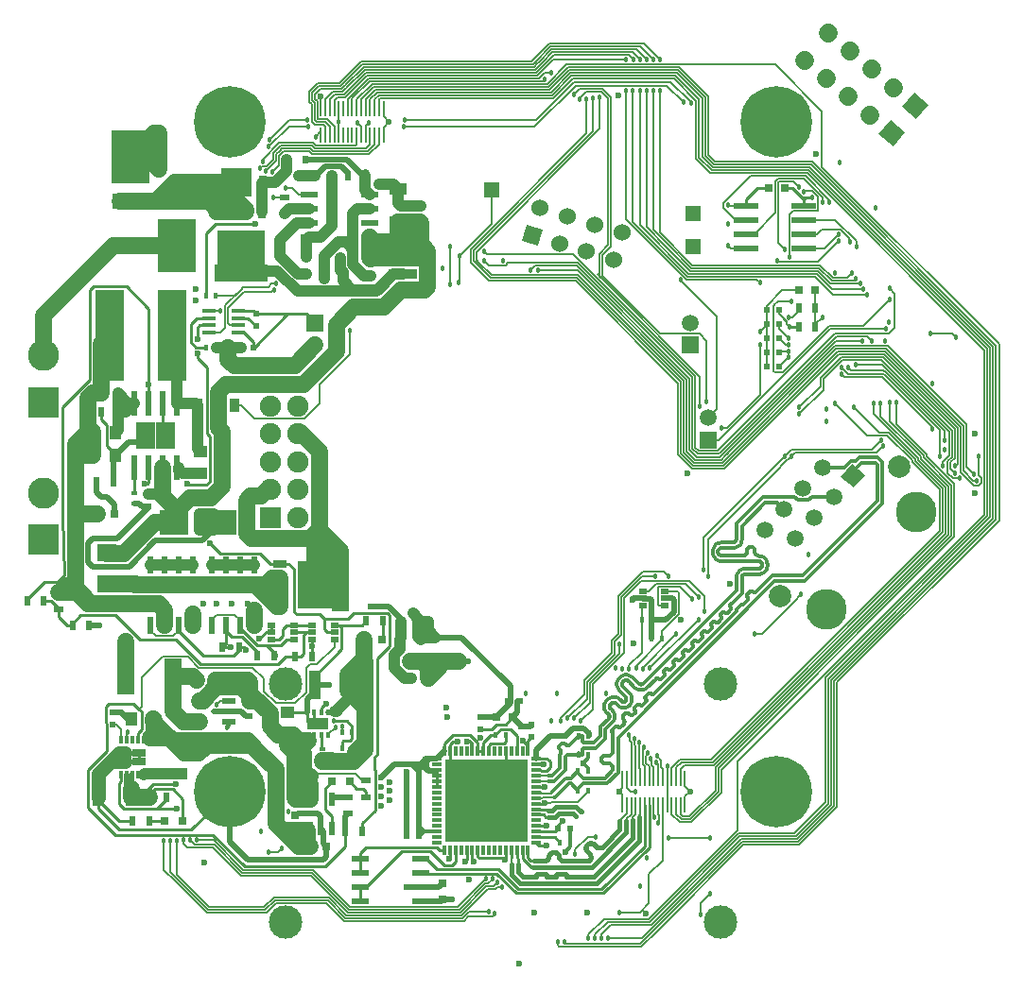
<source format=gbl>
G04 #@! TF.FileFunction,Copper,L4,Bot,Signal*
%FSLAX46Y46*%
G04 Gerber Fmt 4.6, Leading zero omitted, Abs format (unit mm)*
G04 Created by KiCad (PCBNEW 4.0.4-stable) date 03/07/17 08:31:43*
%MOMM*%
%LPD*%
G01*
G04 APERTURE LIST*
%ADD10C,0.100000*%
%ADD11C,1.700000*%
%ADD12R,0.900000X0.500000*%
%ADD13R,2.800000X2.800000*%
%ADD14C,2.800000*%
%ADD15R,0.200000X1.440000*%
%ADD16R,0.300000X0.850000*%
%ADD17R,0.850000X0.300000*%
%ADD18R,1.837500X1.837500*%
%ADD19R,0.400000X0.600000*%
%ADD20R,0.800000X0.750000*%
%ADD21R,3.360000X4.860000*%
%ADD22R,1.390000X1.400000*%
%ADD23R,1.600000X0.600000*%
%ADD24R,0.600000X0.800000*%
%ADD25R,1.549400X0.599440*%
%ADD26R,0.500000X0.900000*%
%ADD27R,1.500000X4.700000*%
%ADD28R,3.100000X4.200000*%
%ADD29R,1.150000X0.700000*%
%ADD30R,1.500000X1.500000*%
%ADD31C,1.500000*%
%ADD32R,2.790000X1.020000*%
%ADD33R,1.000000X1.600000*%
%ADD34R,0.500000X0.600000*%
%ADD35R,0.300000X0.650000*%
%ADD36R,1.240000X0.775000*%
%ADD37R,1.000000X1.250000*%
%ADD38R,1.900000X1.900000*%
%ADD39C,1.900000*%
%ADD40R,2.500000X2.300000*%
%ADD41R,0.750000X0.800000*%
%ADD42R,1.600000X1.000000*%
%ADD43R,0.900000X1.200000*%
%ADD44R,0.550000X0.600000*%
%ADD45R,0.800000X0.800000*%
%ADD46R,2.670000X2.540000*%
%ADD47R,0.762000X1.270000*%
%ADD48R,1.800860X1.597660*%
%ADD49R,1.500000X3.200000*%
%ADD50R,0.548640X1.198880*%
%ADD51C,6.400000*%
%ADD52R,4.700000X1.500000*%
%ADD53R,4.200000X3.100000*%
%ADD54R,0.700000X1.150000*%
%ADD55R,0.600000X0.400000*%
%ADD56R,1.800000X1.200000*%
%ADD57R,0.600000X2.200000*%
%ADD58R,0.800100X0.500380*%
%ADD59R,1.198880X0.548640*%
%ADD60R,0.599440X1.549400*%
%ADD61R,2.199640X0.599440*%
%ADD62R,1.250000X1.000000*%
%ADD63R,2.600000X8.200000*%
%ADD64R,1.000000X2.500000*%
%ADD65R,0.800000X0.900000*%
%ADD66R,0.600000X0.500000*%
%ADD67R,1.220000X0.400000*%
%ADD68R,2.500000X0.900000*%
%ADD69C,3.000000*%
%ADD70C,3.650000*%
%ADD71C,2.000000*%
%ADD72R,1.350000X1.350000*%
%ADD73R,1.900000X1.100000*%
%ADD74R,0.400000X0.500000*%
%ADD75C,1.524000*%
%ADD76C,0.457200*%
%ADD77C,0.600000*%
%ADD78C,0.250000*%
%ADD79C,0.200000*%
%ADD80C,0.127000*%
%ADD81C,0.400000*%
%ADD82C,0.500000*%
%ADD83C,0.300000*%
%ADD84C,1.000000*%
%ADD85C,1.250000*%
%ADD86C,0.700000*%
%ADD87C,1.500000*%
%ADD88C,0.750000*%
%ADD89C,0.253000*%
%ADD90C,0.175000*%
%ADD91C,0.450000*%
%ADD92C,0.350000*%
%ADD93C,0.150000*%
G04 APERTURE END LIST*
D10*
G36*
X183437227Y-77215549D02*
X182134952Y-76122810D01*
X183227691Y-74820535D01*
X184529966Y-75913274D01*
X183437227Y-77215549D01*
X183437227Y-77215549D01*
G37*
D11*
X181386706Y-74385361D02*
X181386706Y-74385361D01*
X179440953Y-72752681D02*
X179440953Y-72752681D01*
X177495200Y-71120000D02*
X177495200Y-71120000D01*
X175549447Y-69487320D02*
X175549447Y-69487320D01*
D10*
G36*
X185524768Y-74755907D02*
X184222493Y-73663168D01*
X185315232Y-72360893D01*
X186617507Y-73453632D01*
X185524768Y-74755907D01*
X185524768Y-74755907D01*
G37*
D11*
X183474247Y-71925719D02*
X183474247Y-71925719D01*
X181528494Y-70293039D02*
X181528494Y-70293039D01*
X179582741Y-68660358D02*
X179582741Y-68660358D01*
X177636988Y-67027678D02*
X177636988Y-67027678D01*
D12*
X128925000Y-81750000D03*
X128925000Y-83250000D03*
D13*
X107340400Y-100110400D03*
D14*
X107340400Y-95910400D03*
D15*
X159200000Y-136173600D03*
X159200000Y-133833600D03*
X159600000Y-136173600D03*
X159600000Y-133833600D03*
X160000000Y-136173600D03*
X160000000Y-133833600D03*
X160400000Y-136173600D03*
X160400000Y-133833600D03*
X160800000Y-136173600D03*
X160800000Y-133833600D03*
X161200000Y-136173600D03*
X161200000Y-133833600D03*
X161600000Y-136173600D03*
X161600000Y-133833600D03*
X162000000Y-136173600D03*
X162000000Y-133833600D03*
X162400000Y-136173600D03*
X162400000Y-133833600D03*
X162800000Y-136173600D03*
X162800000Y-133833600D03*
X163200000Y-136173600D03*
X163200000Y-133833600D03*
X163600000Y-136173600D03*
X163600000Y-133833600D03*
X164000000Y-136173600D03*
X164000000Y-133833600D03*
X164400000Y-136173600D03*
X164400000Y-133833600D03*
X164800000Y-136173600D03*
X164800000Y-133833600D03*
D16*
X150750000Y-140300000D03*
X150250000Y-140300000D03*
X149750000Y-140300000D03*
X149250000Y-140300000D03*
X148750000Y-140300000D03*
X148250000Y-140300000D03*
X147750000Y-140300000D03*
X147250000Y-140300000D03*
X146750000Y-140300000D03*
X146250000Y-140300000D03*
X145750000Y-140300000D03*
X145250000Y-140300000D03*
X144750000Y-140300000D03*
X144250000Y-140300000D03*
X143750000Y-140300000D03*
X143250000Y-140300000D03*
D17*
X142550000Y-139600000D03*
X142550000Y-139100000D03*
X142550000Y-138600000D03*
X142550000Y-138100000D03*
X142550000Y-137600000D03*
X142550000Y-137100000D03*
X142550000Y-136600000D03*
X142550000Y-136100000D03*
X142550000Y-135600000D03*
X142550000Y-135100000D03*
X142550000Y-134600000D03*
X142550000Y-134100000D03*
X142550000Y-133600000D03*
X142550000Y-133100000D03*
X142550000Y-132600000D03*
X142550000Y-132100000D03*
D16*
X143250000Y-131400000D03*
X143750000Y-131400000D03*
X144250000Y-131400000D03*
X144750000Y-131400000D03*
X145250000Y-131400000D03*
X145750000Y-131400000D03*
X146250000Y-131400000D03*
X146750000Y-131400000D03*
X147250000Y-131400000D03*
X147750000Y-131400000D03*
X148250000Y-131400000D03*
X148750000Y-131400000D03*
X149250000Y-131400000D03*
X149750000Y-131400000D03*
X150250000Y-131400000D03*
X150750000Y-131400000D03*
D17*
X151450000Y-132100000D03*
X151450000Y-132600000D03*
X151450000Y-133100000D03*
X151450000Y-133600000D03*
X151450000Y-134100000D03*
X151450000Y-134600000D03*
X151450000Y-135100000D03*
X151450000Y-135600000D03*
X151450000Y-136100000D03*
X151450000Y-136600000D03*
X151450000Y-137100000D03*
X151450000Y-137600000D03*
X151450000Y-138100000D03*
X151450000Y-138600000D03*
X151450000Y-139100000D03*
X151450000Y-139600000D03*
D18*
X144243750Y-133093750D03*
X146081250Y-133093750D03*
X147918750Y-133093750D03*
X149756250Y-133093750D03*
X144243750Y-134931250D03*
X146081250Y-134931250D03*
X147918750Y-134931250D03*
X149756250Y-134931250D03*
X144243750Y-136768750D03*
X146081250Y-136768750D03*
X147918750Y-136768750D03*
X149756250Y-136768750D03*
X144243750Y-138606250D03*
X146081250Y-138606250D03*
X147918750Y-138606250D03*
X149756250Y-138606250D03*
D19*
X153625000Y-139600000D03*
X154525000Y-139600000D03*
D20*
X147875000Y-128350000D03*
X149375000Y-128350000D03*
D19*
X148750000Y-129975000D03*
X147850000Y-129975000D03*
X156125000Y-133200000D03*
X155225000Y-133200000D03*
X156150000Y-130025000D03*
X155250000Y-130025000D03*
X156100000Y-134900000D03*
X155200000Y-134900000D03*
X156150000Y-131725000D03*
X155250000Y-131725000D03*
D21*
X119300000Y-86125000D03*
D22*
X120220000Y-82143000D03*
X118380000Y-82143000D03*
D23*
X141150000Y-144825000D03*
X135750000Y-144825000D03*
X141150000Y-143575000D03*
X141150000Y-142325000D03*
X141150000Y-141075000D03*
X135750000Y-143575000D03*
X135750000Y-142325000D03*
X135750000Y-141075000D03*
D24*
X129150000Y-78350000D03*
X130850000Y-78350000D03*
D25*
X131135140Y-85305000D03*
X131135140Y-84035000D03*
X131135140Y-82765000D03*
X131135140Y-81495000D03*
X136532640Y-81495000D03*
X136532640Y-82765000D03*
X136532640Y-84035000D03*
X136532640Y-85305000D03*
D26*
X129900000Y-122900000D03*
X131400000Y-122900000D03*
D27*
X133975000Y-116500000D03*
D28*
X131675000Y-116500000D03*
D29*
X128500000Y-118400000D03*
X128500000Y-117130000D03*
X128500000Y-115860000D03*
X128500000Y-114590000D03*
D30*
X166900000Y-103500000D03*
D31*
X166900000Y-101500000D03*
D32*
X118872000Y-133415000D03*
X118872000Y-130429000D03*
D33*
X115268000Y-135509000D03*
X112268000Y-135509000D03*
D34*
X113538000Y-129032000D03*
X113538000Y-127932000D03*
D35*
X116301000Y-133496500D03*
X115801000Y-133496500D03*
X115301000Y-133496500D03*
X114801000Y-133496500D03*
X114301000Y-133496500D03*
X114301000Y-130396500D03*
X114801000Y-130396500D03*
X115301000Y-130396500D03*
X115801000Y-130396500D03*
X116301000Y-130396500D03*
D36*
X114681000Y-131559000D03*
X115921000Y-131559000D03*
X114681000Y-132334000D03*
X115921000Y-132334000D03*
D26*
X116852000Y-135509000D03*
X118352000Y-135509000D03*
D37*
X111776000Y-104907000D03*
X113776000Y-104907000D03*
D38*
X127675000Y-110457000D03*
D39*
X127675000Y-107957000D03*
X127675000Y-105457000D03*
X127675000Y-102957000D03*
X127675000Y-100457000D03*
X130175000Y-110457000D03*
X130175000Y-107957000D03*
X130175000Y-105457000D03*
X130175000Y-102957000D03*
X130175000Y-100457000D03*
D40*
X119024000Y-110887000D03*
X123324000Y-110887000D03*
D41*
X129921000Y-135648000D03*
X129921000Y-137148000D03*
D20*
X131215000Y-139954000D03*
X132715000Y-139954000D03*
X173762800Y-80924400D03*
X172262800Y-80924400D03*
D42*
X139075000Y-84000000D03*
X139075000Y-81000000D03*
D41*
X141125000Y-84050000D03*
X141125000Y-82550000D03*
X136625000Y-88800000D03*
X136625000Y-87300000D03*
D20*
X131700000Y-79850000D03*
X133200000Y-79850000D03*
D41*
X130875000Y-88600000D03*
X130875000Y-87100000D03*
D43*
X121159000Y-100387000D03*
X124459000Y-100387000D03*
D44*
X125857000Y-128270000D03*
X125857000Y-126870000D03*
D45*
X134785000Y-134112000D03*
X133185000Y-134112000D03*
X112149000Y-110162000D03*
X113749000Y-110162000D03*
X119837000Y-137668000D03*
X118237000Y-137668000D03*
D24*
X132475000Y-89050000D03*
X134175000Y-89050000D03*
D46*
X124625000Y-80425000D03*
D47*
X126976000Y-80425000D03*
D48*
X113000000Y-116439720D03*
X113000000Y-113600000D03*
D49*
X114750000Y-124725000D03*
X118950000Y-124725000D03*
D50*
X133156960Y-138330940D03*
X132207000Y-138330940D03*
X131257040Y-138330940D03*
X131257040Y-135735060D03*
X133156960Y-135735060D03*
D51*
X173001100Y-135003600D03*
X124001100Y-135003600D03*
X124001100Y-75003600D03*
X173001100Y-75003600D03*
D52*
X125025000Y-88525000D03*
D53*
X125025000Y-86225000D03*
D54*
X123125000Y-83050000D03*
X124395000Y-83050000D03*
X125665000Y-83050000D03*
X126935000Y-83050000D03*
D12*
X108675000Y-117200000D03*
X108675000Y-118700000D03*
D26*
X109950000Y-120125000D03*
X111450000Y-120125000D03*
D55*
X115474000Y-108287000D03*
X115474000Y-109187000D03*
D26*
X105900000Y-117950000D03*
X107400000Y-117950000D03*
X122550000Y-125050000D03*
X121050000Y-125050000D03*
D12*
X136271000Y-135509000D03*
X136271000Y-134009000D03*
D26*
X113624000Y-107237000D03*
X112124000Y-107237000D03*
D12*
X134620000Y-135509000D03*
X134620000Y-137009000D03*
D26*
X128016000Y-122809000D03*
X126516000Y-122809000D03*
X115340000Y-137668000D03*
X116840000Y-137668000D03*
X136250000Y-119725000D03*
X137750000Y-119725000D03*
X123350000Y-122100000D03*
X124850000Y-122100000D03*
X132525000Y-87200000D03*
X134025000Y-87200000D03*
X134625000Y-79800000D03*
X136125000Y-79800000D03*
X128700000Y-79850000D03*
X130200000Y-79850000D03*
D56*
X116524000Y-102487000D03*
X116524000Y-103687000D03*
X118324000Y-102487000D03*
D57*
X119329000Y-105962000D03*
X118059000Y-105962000D03*
X116789000Y-105962000D03*
X115519000Y-105962000D03*
X115519000Y-100212000D03*
X116789000Y-100212000D03*
X118059000Y-100212000D03*
X119329000Y-100212000D03*
D56*
X118324000Y-103687000D03*
D58*
X133401520Y-120099520D03*
X131400000Y-120749760D03*
X133401520Y-121400000D03*
X133401520Y-120749760D03*
X131400000Y-121400000D03*
X131400000Y-120099520D03*
D59*
X123922940Y-126875040D03*
X123922940Y-127825000D03*
X123922940Y-128774960D03*
X121327060Y-128774960D03*
X121327060Y-126875040D03*
D60*
X120744000Y-120118860D03*
X119474000Y-120118860D03*
X118204000Y-120118860D03*
X116934000Y-120118860D03*
X116934000Y-114721360D03*
X118204000Y-114721360D03*
X119474000Y-114721360D03*
X120744000Y-114721360D03*
D58*
X129801520Y-120099520D03*
X127800000Y-120749760D03*
X129801520Y-121400000D03*
X129801520Y-120749760D03*
X127800000Y-121400000D03*
X127800000Y-120099520D03*
D60*
X126205000Y-120118860D03*
X124935000Y-120118860D03*
X123665000Y-120118860D03*
X122395000Y-120118860D03*
X122395000Y-114721360D03*
X123665000Y-114721360D03*
X124935000Y-114721360D03*
X126205000Y-114721360D03*
D61*
X175427640Y-82499200D03*
X175427640Y-83769200D03*
X175427640Y-85039200D03*
X175427640Y-86309200D03*
X170230800Y-86309200D03*
X170230800Y-85039200D03*
X170230800Y-83769200D03*
X170230800Y-82499200D03*
D37*
X117221000Y-128524000D03*
X115221000Y-128524000D03*
D34*
X116774000Y-108387000D03*
X116774000Y-109487000D03*
D62*
X121412000Y-104521000D03*
X121412000Y-106521000D03*
D37*
X111776000Y-102870000D03*
X113776000Y-102870000D03*
D63*
X113300000Y-94100000D03*
X118900000Y-94100000D03*
D26*
X112534000Y-99314000D03*
X114034000Y-99314000D03*
X114034000Y-100965000D03*
X112534000Y-100965000D03*
D20*
X176470448Y-90076400D03*
X174970448Y-90076400D03*
D26*
X174970448Y-93378400D03*
X176470448Y-93378400D03*
X174970448Y-91702000D03*
X176470448Y-91702000D03*
D62*
X129225000Y-129950000D03*
X129225000Y-127950000D03*
D64*
X134620000Y-125425000D03*
X131620000Y-125425000D03*
D41*
X143125000Y-143200000D03*
X143125000Y-144700000D03*
D19*
X134990000Y-129718000D03*
X134090000Y-129718000D03*
X134979000Y-131115000D03*
X134079000Y-131115000D03*
D55*
X132325000Y-132075000D03*
X132325000Y-131175000D03*
D20*
X141800000Y-124900000D03*
X140300000Y-124900000D03*
X140900000Y-119775000D03*
X139400000Y-119775000D03*
D45*
X136100000Y-121375000D03*
X137700000Y-121375000D03*
D19*
X161824200Y-119630930D03*
X160924200Y-119630930D03*
X161824200Y-121330930D03*
X162724200Y-121330930D03*
D65*
X139250000Y-121375000D03*
X141150000Y-121375000D03*
X140200000Y-123375000D03*
D58*
X161015680Y-118353840D03*
X163017200Y-117703600D03*
X161015680Y-117053360D03*
X161015680Y-117703600D03*
X163017200Y-117053360D03*
X163017200Y-118353840D03*
D30*
X131700000Y-93000000D03*
D31*
X131700000Y-95000000D03*
D21*
X115150000Y-78150000D03*
D22*
X114230000Y-82132000D03*
X116070000Y-82132000D03*
D26*
X135890000Y-138557000D03*
X134390000Y-138557000D03*
D34*
X126400000Y-92200000D03*
X126400000Y-93300000D03*
D66*
X125050000Y-95200000D03*
X126150000Y-95200000D03*
D19*
X122850000Y-95200000D03*
X121950000Y-95200000D03*
X121900000Y-90600000D03*
X122800000Y-90600000D03*
D30*
X165300000Y-95000000D03*
D31*
X165300000Y-93000000D03*
D67*
X124810000Y-91925000D03*
X124810000Y-92575000D03*
X124810000Y-93225000D03*
X124810000Y-93875000D03*
X122190000Y-93875000D03*
X122190000Y-93225000D03*
X122190000Y-92575000D03*
X122190000Y-91925000D03*
D68*
X139525000Y-85750000D03*
X139525000Y-88650000D03*
D69*
X168021000Y-125343000D03*
X168021000Y-146703000D03*
X129001000Y-146703000D03*
X129001000Y-125343000D03*
D66*
X173228000Y-91846400D03*
X172128000Y-91846400D03*
X173228000Y-96926400D03*
X172128000Y-96926400D03*
X173228000Y-95656400D03*
X172128000Y-95656400D03*
X173228000Y-94386400D03*
X172128000Y-94386400D03*
X173228000Y-93116400D03*
X172128000Y-93116400D03*
D13*
X107340400Y-112454800D03*
D14*
X107340400Y-108254800D03*
D15*
X137802200Y-73833600D03*
X137802200Y-76173600D03*
X137402200Y-73833600D03*
X137402200Y-76173600D03*
X137002200Y-73833600D03*
X137002200Y-76173600D03*
X136602200Y-73833600D03*
X136602200Y-76173600D03*
X136202200Y-73833600D03*
X136202200Y-76173600D03*
X135802200Y-73833600D03*
X135802200Y-76173600D03*
X135402200Y-73833600D03*
X135402200Y-76173600D03*
X135002200Y-73833600D03*
X135002200Y-76173600D03*
X134602200Y-73833600D03*
X134602200Y-76173600D03*
X134202200Y-73833600D03*
X134202200Y-76173600D03*
X133802200Y-73833600D03*
X133802200Y-76173600D03*
X133402200Y-73833600D03*
X133402200Y-76173600D03*
X133002200Y-73833600D03*
X133002200Y-76173600D03*
X132602200Y-73833600D03*
X132602200Y-76173600D03*
X132202200Y-73833600D03*
X132202200Y-76173600D03*
D34*
X146500000Y-128375000D03*
X146500000Y-129475000D03*
D66*
X140950000Y-133875000D03*
X139850000Y-133875000D03*
X148900000Y-126875000D03*
X150000000Y-126875000D03*
X140950000Y-135150000D03*
X139850000Y-135150000D03*
X153425000Y-138300000D03*
X154525000Y-138300000D03*
X140950000Y-136425000D03*
X139850000Y-136425000D03*
X140950000Y-137700000D03*
X139850000Y-137700000D03*
X140950000Y-138975000D03*
X139850000Y-138975000D03*
D34*
X151050000Y-130125000D03*
X151050000Y-129025000D03*
D70*
X177504083Y-118687568D03*
X185523338Y-109936086D03*
D10*
G36*
X179788733Y-105684980D02*
X180894649Y-106698366D01*
X179881263Y-107804282D01*
X178775347Y-106790896D01*
X179788733Y-105684980D01*
X179788733Y-105684980D01*
G37*
D31*
X177104314Y-105964974D03*
X178118999Y-108617315D03*
X175388315Y-107837659D03*
X176403000Y-110490000D03*
X173672316Y-109710343D03*
X174687001Y-112362684D03*
X171956317Y-111583027D03*
D71*
X173322051Y-117493526D03*
X183962597Y-105881408D03*
D72*
X165506400Y-83210400D03*
X165525000Y-86175000D03*
X147500000Y-81125000D03*
D73*
X131905000Y-128924244D03*
D74*
X132855000Y-129974244D03*
X132230000Y-129974244D03*
X131580000Y-129974244D03*
X130955000Y-129974244D03*
X130955000Y-127874244D03*
X131580000Y-127874244D03*
X132230000Y-127874244D03*
X132855000Y-127874244D03*
D10*
G36*
X151637000Y-86125443D02*
X150175759Y-85692604D01*
X150608598Y-84231363D01*
X152069839Y-84664202D01*
X151637000Y-86125443D01*
X151637000Y-86125443D01*
G37*
D75*
X151844198Y-82743001D03*
X153558201Y-85899802D03*
X154279600Y-83464400D03*
X155993603Y-86621201D03*
X156715002Y-84185799D03*
X158429005Y-87342600D03*
X159150404Y-84907198D03*
D76*
X178612800Y-78638400D03*
X188041054Y-104357864D03*
D77*
X138277600Y-75006200D03*
D76*
X134154998Y-129178913D03*
D77*
X158900000Y-135000000D03*
D76*
X131905000Y-128924244D03*
D77*
X160175000Y-121725000D03*
X165050000Y-106525000D03*
X132925000Y-125425000D03*
X136625000Y-118397999D03*
D76*
X129329701Y-136825000D03*
D77*
X120975000Y-90985390D03*
X120975000Y-89975000D03*
D76*
X134803600Y-93750000D03*
D77*
X112350000Y-120125000D03*
X114299992Y-127932000D03*
D76*
X118324000Y-102487000D03*
X118324000Y-103687000D03*
X116524000Y-103687000D03*
X116524000Y-102487000D03*
X181850000Y-82700000D03*
D77*
X176575000Y-77875000D03*
D76*
X168669398Y-82475000D03*
X182725000Y-94656094D03*
D77*
X143950000Y-144650000D03*
X190750000Y-108275000D03*
D76*
X157700000Y-126200000D03*
X153300000Y-126200000D03*
X150525000Y-126200000D03*
X160775000Y-143525000D03*
X177475000Y-101825000D03*
X178250000Y-88550000D03*
D77*
X190725000Y-102925000D03*
X139850000Y-133221639D03*
D76*
X171500800Y-93827600D03*
D77*
X154076400Y-140411200D03*
X151333200Y-145846800D03*
X156057600Y-145846800D03*
X161329604Y-145964068D03*
X150150000Y-129150000D03*
X144425074Y-130548735D03*
X121775000Y-141375000D03*
D76*
X122575000Y-127825000D03*
D77*
X131400000Y-122000000D03*
D76*
X174091600Y-95529403D03*
X174091600Y-94360997D03*
D77*
X120142000Y-131572000D03*
X121285000Y-131572000D03*
D76*
X183100000Y-90925000D03*
X174332900Y-91064603D03*
X168650000Y-86050000D03*
X178555320Y-85075000D03*
X177725000Y-82175000D03*
X177137061Y-82200000D03*
X133500000Y-129245558D03*
D77*
X126700000Y-121350191D03*
X125513615Y-122294261D03*
D76*
X174091600Y-96113606D03*
X122832871Y-127197508D03*
X168050000Y-102450000D03*
X128723102Y-140101898D03*
X127541151Y-140483849D03*
X171502514Y-94949740D03*
X174091600Y-94945200D03*
X180150000Y-86150000D03*
X179596058Y-85728942D03*
D77*
X119225000Y-134352002D03*
X124100000Y-122100000D03*
D76*
X114828001Y-134235001D03*
X114935000Y-129667000D03*
D77*
X126205000Y-118735838D03*
X114750000Y-121575000D03*
X120744000Y-119116838D03*
X125682311Y-118213149D03*
X124200000Y-118213149D03*
X122875000Y-118213149D03*
X121647689Y-118213149D03*
X116789000Y-98550000D03*
X119285000Y-136575000D03*
D76*
X179436455Y-96995847D03*
X177100000Y-92525000D03*
X188041044Y-103519663D03*
X178602622Y-85657284D03*
X173045109Y-87406429D03*
X174085084Y-92487786D03*
X165392100Y-73296282D03*
X139708391Y-74834555D03*
X164667552Y-73232181D03*
X139623800Y-75412600D03*
X175818800Y-113741200D03*
D77*
X154133611Y-130003611D03*
X155675000Y-132475000D03*
D76*
X152806400Y-128676400D03*
D77*
X152200000Y-134625000D03*
X152275699Y-136081072D03*
X152403027Y-139878461D03*
X148700000Y-141125000D03*
X153825000Y-137617000D03*
X150302000Y-130475000D03*
D76*
X152260300Y-71145400D03*
X155324784Y-72960545D03*
X166144100Y-100495100D03*
X182400000Y-103500000D03*
X165455600Y-117754400D03*
X162080600Y-137309117D03*
X166448390Y-115163600D03*
X173700000Y-104975000D03*
X154851100Y-72541435D03*
X152819100Y-70561200D03*
X166751000Y-100076000D03*
X174328670Y-104939027D03*
X182514571Y-104072858D03*
X162380900Y-137810227D03*
X166867490Y-115685550D03*
X166053586Y-117562814D03*
D77*
X152425000Y-138050000D03*
X145877003Y-141250000D03*
X145150000Y-141250000D03*
X152175000Y-132575000D03*
D76*
X133324020Y-128688492D03*
D77*
X132715000Y-127124242D03*
D76*
X159798974Y-123998725D03*
X160425000Y-123964398D03*
X189038071Y-94300000D03*
X186750000Y-93976520D03*
X146812000Y-86575900D03*
X183100000Y-89925000D03*
X127900000Y-81775000D03*
X133800000Y-75006451D03*
D77*
X168808400Y-116382800D03*
X160070800Y-117805200D03*
D76*
X163200000Y-132700000D03*
D77*
X145325000Y-130547998D03*
X143697990Y-141045979D03*
X142450000Y-121225000D03*
X141850000Y-120650000D03*
X140425000Y-119050000D03*
X136140001Y-127508000D03*
X136140001Y-126390001D03*
X136100000Y-125125000D03*
X136100000Y-123952000D03*
X136100000Y-123063000D03*
X143475000Y-128300000D03*
X143425000Y-127500000D03*
X145375000Y-123375000D03*
X144550000Y-123375000D03*
X117675000Y-79200000D03*
X117703600Y-76050000D03*
X117703600Y-77063600D03*
X117703600Y-78150000D03*
D76*
X182775000Y-93525000D03*
X144564100Y-89373000D03*
X144576800Y-87041649D03*
X129019300Y-80899000D03*
X164395415Y-89154585D03*
D77*
X120200000Y-107448000D03*
X121151429Y-95752000D03*
X121127000Y-94450000D03*
X122298889Y-112800000D03*
X116400013Y-107400000D03*
D76*
X187611839Y-105000000D03*
X175209265Y-117348603D03*
X178852696Y-97018572D03*
X170992800Y-120904000D03*
X186929675Y-102530349D03*
X178829972Y-97602331D03*
X143052800Y-88133859D03*
D77*
X139875000Y-143575000D03*
X130194999Y-130424245D03*
X130624990Y-131572000D03*
X129921000Y-131574804D03*
X130624990Y-133029168D03*
X129921000Y-133604000D03*
X131257040Y-133661218D03*
X131257040Y-134366000D03*
X130008060Y-134405940D03*
X132199562Y-85305000D03*
X137454033Y-80572262D03*
X121325000Y-111575000D03*
X121325000Y-110875000D03*
X121325000Y-110175000D03*
D76*
X148525000Y-87475000D03*
D77*
X158800800Y-72593200D03*
X132180067Y-72736812D03*
D76*
X131724400Y-76314300D03*
X176168194Y-81764892D03*
X126875000Y-138575000D03*
X123750000Y-129296370D03*
X168700000Y-84175000D03*
D77*
X145475000Y-142904000D03*
D76*
X186916757Y-98458243D03*
D77*
X126300000Y-84175000D03*
D76*
X174175000Y-93350000D03*
X177475000Y-100725000D03*
X183025000Y-92925000D03*
X161341822Y-140971022D03*
D77*
X146507200Y-130200400D03*
X164451180Y-119610696D03*
X165250000Y-135000000D03*
X149925000Y-150475000D03*
X138348720Y-135803640D03*
X138343640Y-134965440D03*
X138333480Y-134147560D03*
X137598001Y-136255760D03*
X137598001Y-135453120D03*
X137598001Y-134599680D03*
X137601960Y-133715760D03*
D76*
X156798319Y-139050000D03*
X154975000Y-140575000D03*
X163300000Y-139175000D03*
X167050000Y-139175000D03*
X174991666Y-80833833D03*
X173718219Y-86395668D03*
X175419912Y-81231195D03*
X174137319Y-87100000D03*
X158891508Y-121818400D03*
X154894810Y-128455602D03*
X166573200Y-118821200D03*
X155490920Y-128709601D03*
X162102800Y-115685549D03*
X154256584Y-128452814D03*
X153691824Y-128705376D03*
X163293300Y-115685549D03*
X164033200Y-120904000D03*
X161009570Y-124027738D03*
X166027100Y-119585836D03*
X161625000Y-123964398D03*
X157909203Y-148175000D03*
X178225000Y-100238800D03*
X157325000Y-148175000D03*
X179951801Y-100550000D03*
X156740797Y-148175000D03*
X181141485Y-90453963D03*
X160155513Y-69435223D03*
X160150000Y-72199283D03*
X156156594Y-148175000D03*
X180771614Y-90001761D03*
X160750000Y-69437012D03*
X160750000Y-72199283D03*
X158554468Y-123964398D03*
X161375000Y-72199283D03*
X161375000Y-69437012D03*
X180485344Y-89492506D03*
X159215237Y-124028101D03*
X161975000Y-69437012D03*
X161975000Y-72199283D03*
X180093479Y-89059223D03*
X161444196Y-131527818D03*
X179755800Y-88582500D03*
X162575000Y-69437012D03*
X162575000Y-72199283D03*
X161750052Y-132025558D03*
X160274127Y-130244770D03*
X159550000Y-72199283D03*
X159550000Y-69437012D03*
X171513500Y-89420700D03*
X160325000Y-135000000D03*
X159761001Y-129965497D03*
X183147404Y-100175000D03*
X161140325Y-131028865D03*
X181725000Y-100200000D03*
X160704549Y-130639775D03*
X182309203Y-100200000D03*
X183750000Y-100175000D03*
X128207499Y-89492501D03*
X146796895Y-87460749D03*
X181550000Y-94656093D03*
X143802100Y-86156800D03*
X143800000Y-89600000D03*
X123205900Y-91950000D03*
X150952200Y-88322880D03*
X128032445Y-90049858D03*
X180705449Y-94656094D03*
X153390828Y-148455900D03*
X153975000Y-148450000D03*
X126722283Y-79164566D03*
X119886595Y-139373611D03*
X148030692Y-143168537D03*
X126961900Y-78524100D03*
X119303590Y-139410989D03*
X148425000Y-143599598D03*
X127857149Y-79482849D03*
X146965797Y-142832600D03*
X121075000Y-139373611D03*
X127273998Y-79418576D03*
X120470798Y-139373611D03*
X147550000Y-142832600D03*
X162301637Y-131833085D03*
X162250001Y-132425000D03*
X155500284Y-136799716D03*
X155049716Y-137250284D03*
X190664199Y-106617007D03*
X151675000Y-88322880D03*
X158925000Y-145850000D03*
X155989728Y-72975001D03*
X167014394Y-144155900D03*
X166188654Y-146013655D03*
X188993588Y-105840556D03*
X157149800Y-72821800D03*
X190960364Y-107146938D03*
X156568776Y-72897575D03*
X191093234Y-104937891D03*
X175045692Y-100586550D03*
X188994448Y-106525141D03*
X175049939Y-101175000D03*
X189425000Y-106950000D03*
X187901376Y-105850000D03*
X180075000Y-96764344D03*
X130962400Y-74790300D03*
X136460634Y-75100435D03*
X127555035Y-76605883D03*
X118135371Y-139400771D03*
X147775000Y-145975000D03*
X131038600Y-75399900D03*
X135483600Y-75097998D03*
X127528059Y-77225556D03*
X118719560Y-139396840D03*
X147225000Y-145750802D03*
D78*
X143750000Y-131400000D02*
X143750000Y-137443750D01*
X143750000Y-137443750D02*
X144912500Y-138606250D01*
X144912500Y-138606250D02*
X146081250Y-138606250D01*
X144425074Y-130548735D02*
X144000810Y-130548735D01*
X144000810Y-130548735D02*
X143750000Y-130799545D01*
X143750000Y-130799545D02*
X143750000Y-131400000D01*
D79*
X137802200Y-73833600D02*
X137802200Y-74530800D01*
X137802200Y-74530800D02*
X138277600Y-75006200D01*
X137802200Y-76173600D02*
X137802200Y-75481600D01*
X137802200Y-75481600D02*
X138277600Y-75006200D01*
D80*
X134090000Y-129718000D02*
X134090000Y-129243911D01*
X134090000Y-129243911D02*
X134154998Y-129178913D01*
D79*
X159200000Y-133833600D02*
X159200000Y-134700000D01*
X159200000Y-134700000D02*
X158900000Y-135000000D01*
X159200000Y-136173600D02*
X159200000Y-135300000D01*
X159200000Y-135300000D02*
X158900000Y-135000000D01*
D80*
X146081250Y-138606250D02*
X144243750Y-136768750D01*
X146081250Y-138606250D02*
X148964500Y-138606250D01*
X148964500Y-138606250D02*
X149756250Y-137814500D01*
X149756250Y-137814500D02*
X149756250Y-136768750D01*
X147918750Y-138606250D02*
X146081250Y-138606250D01*
X147918750Y-138606250D02*
X147918750Y-134931250D01*
X147918750Y-138606250D02*
X146081250Y-136768750D01*
X146081250Y-138606250D02*
X147918750Y-136768750D01*
D81*
X146081250Y-138606250D02*
X146081250Y-136768750D01*
D78*
X115921000Y-132334000D02*
X114681000Y-132334000D01*
X115921000Y-131559000D02*
X115921000Y-132334000D01*
D80*
X134090000Y-129718000D02*
X134090000Y-129509999D01*
D82*
X139400000Y-119775000D02*
X139400000Y-119511449D01*
X139400000Y-119511449D02*
X138286550Y-118397999D01*
X138286550Y-118397999D02*
X137049264Y-118397999D01*
X137049264Y-118397999D02*
X136625000Y-118397999D01*
X131620000Y-125425000D02*
X132925000Y-125425000D01*
D78*
X133401520Y-120099520D02*
X133855122Y-120099520D01*
X133855122Y-120099520D02*
X134053571Y-120297969D01*
X134053571Y-120297969D02*
X134053571Y-122241429D01*
X134053571Y-122241429D02*
X131620000Y-124675000D01*
X131620000Y-124675000D02*
X131620000Y-125425000D01*
D80*
X132100000Y-98549320D02*
X134803600Y-95845720D01*
X134803600Y-95845720D02*
X134803600Y-93750000D01*
X132100000Y-100219942D02*
X132100000Y-98549320D01*
X124459000Y-100387000D02*
X125036000Y-100387000D01*
X125036000Y-100387000D02*
X126246501Y-101597501D01*
X126246501Y-101597501D02*
X130722441Y-101597501D01*
X130722441Y-101597501D02*
X132100000Y-100219942D01*
D78*
X126400000Y-92200000D02*
X129400000Y-92200000D01*
X129400000Y-92200000D02*
X130900000Y-92200000D01*
X126150000Y-95200000D02*
X126200000Y-95200000D01*
X126200000Y-95200000D02*
X129200000Y-92200000D01*
X129200000Y-92200000D02*
X129400000Y-92200000D01*
D82*
X111450000Y-120125000D02*
X112350000Y-120125000D01*
X113538000Y-127932000D02*
X114299992Y-127932000D01*
X115221000Y-128524000D02*
X114891992Y-128524000D01*
X114891992Y-128524000D02*
X114299992Y-127932000D01*
D78*
X115921000Y-131559000D02*
X114681000Y-131559000D01*
X118059000Y-100212000D02*
X118059000Y-102222000D01*
X118059000Y-102222000D02*
X118324000Y-102487000D01*
X112534000Y-100965000D02*
X112534000Y-101665000D01*
X112534000Y-101665000D02*
X113023999Y-102154999D01*
X113023999Y-102154999D02*
X113023999Y-104029999D01*
X113023999Y-104029999D02*
X113776000Y-104782000D01*
X113776000Y-104782000D02*
X113776000Y-104907000D01*
D82*
X113776000Y-104907000D02*
X114996000Y-103687000D01*
X114996000Y-103687000D02*
X116524000Y-103687000D01*
X113624000Y-107237000D02*
X113624000Y-105059000D01*
X113624000Y-105059000D02*
X113776000Y-104907000D01*
D80*
X170230800Y-82499200D02*
X168693598Y-82499200D01*
X168693598Y-82499200D02*
X168669398Y-82475000D01*
X169625657Y-82499200D02*
X170230800Y-82499200D01*
D82*
X143125000Y-144700000D02*
X143900000Y-144700000D01*
X143900000Y-144700000D02*
X143950000Y-144650000D01*
X141150000Y-144825000D02*
X143000000Y-144825000D01*
X143000000Y-144825000D02*
X143125000Y-144700000D01*
D78*
X130900000Y-92200000D02*
X131700000Y-93000000D01*
D80*
X174970448Y-90076400D02*
X173521000Y-90076400D01*
X173521000Y-90076400D02*
X172128000Y-91469400D01*
X172128000Y-91469400D02*
X172128000Y-91846400D01*
D78*
X170230800Y-82499200D02*
X171030900Y-82499200D01*
X149375000Y-128350000D02*
X149350000Y-128350000D01*
X149350000Y-128350000D02*
X148722999Y-128977001D01*
X148722999Y-128977001D02*
X147957947Y-128977001D01*
X147957947Y-128977001D02*
X147459948Y-129475000D01*
X147459948Y-129475000D02*
X146500000Y-129475000D01*
D82*
X150150000Y-129150000D02*
X150925000Y-129150000D01*
X150925000Y-129150000D02*
X151050000Y-129025000D01*
D83*
X154525000Y-139600000D02*
X154525000Y-138300000D01*
D82*
X139850000Y-133875000D02*
X139850000Y-133221639D01*
X139850000Y-137700000D02*
X139850000Y-138975000D01*
X139850000Y-136425000D02*
X139850000Y-137700000D01*
X139850000Y-135150000D02*
X139850000Y-136425000D01*
X139850000Y-133875000D02*
X139850000Y-135150000D01*
D78*
X170230800Y-82499200D02*
X170230800Y-81949480D01*
X170230800Y-81949480D02*
X171255880Y-80924400D01*
X171255880Y-80924400D02*
X171612800Y-80924400D01*
X171612800Y-80924400D02*
X172262800Y-80924400D01*
D80*
X172128000Y-91846400D02*
X172128000Y-93200400D01*
X172128000Y-93200400D02*
X171500800Y-93827600D01*
X172128000Y-95656400D02*
X172128000Y-96033400D01*
X172128000Y-96033400D02*
X172128000Y-96926400D01*
X172128000Y-94386400D02*
X172128000Y-94763400D01*
X172128000Y-94763400D02*
X172128000Y-95656400D01*
X172128000Y-93116400D02*
X172128000Y-93493400D01*
X172128000Y-93493400D02*
X172128000Y-94386400D01*
D83*
X154525000Y-139600000D02*
X154525000Y-139962600D01*
X154525000Y-139962600D02*
X154076400Y-140411200D01*
X147127001Y-136925000D02*
X148981250Y-136925000D01*
X148981250Y-136925000D02*
X149756250Y-136150000D01*
X149756250Y-136150000D02*
X149756250Y-134312500D01*
X149756250Y-134312500D02*
X149756250Y-133093750D01*
X149756250Y-134312500D02*
X147300000Y-136768750D01*
X147300000Y-136768750D02*
X146081250Y-136768750D01*
X147918750Y-134931250D02*
X147918750Y-133093750D01*
X146081250Y-133093750D02*
X147918750Y-133093750D01*
X144243750Y-133093750D02*
X144243750Y-134931250D01*
X146081250Y-133093750D02*
X146081250Y-135879249D01*
X146081250Y-135879249D02*
X147127001Y-136925000D01*
X147918750Y-134931250D02*
X147918750Y-136133251D01*
X147918750Y-136133251D02*
X147127001Y-136925000D01*
X146081250Y-134931250D02*
X146081250Y-135879249D01*
X147918750Y-138606250D02*
X147918750Y-137716749D01*
X147918750Y-137716749D02*
X147127001Y-136925000D01*
X149756250Y-138606250D02*
X149756250Y-137387500D01*
X149756250Y-137387500D02*
X149293750Y-136925000D01*
X149293750Y-136925000D02*
X147551265Y-136925000D01*
X147551265Y-136925000D02*
X147127001Y-136925000D01*
X146081250Y-138606250D02*
X146081250Y-137970751D01*
X146081250Y-137970751D02*
X147127001Y-136925000D01*
X144243750Y-138606250D02*
X144243750Y-137387500D01*
X144243750Y-137387500D02*
X144706250Y-136925000D01*
X144706250Y-136925000D02*
X146702737Y-136925000D01*
X146702737Y-136925000D02*
X147127001Y-136925000D01*
X144243750Y-136768750D02*
X146970751Y-136768750D01*
X146970751Y-136768750D02*
X147127001Y-136925000D01*
D82*
X150150000Y-129150000D02*
X150150000Y-129125000D01*
X150150000Y-129125000D02*
X149375000Y-128350000D01*
D78*
X147127001Y-136925000D02*
X146237500Y-136925000D01*
X146237500Y-136925000D02*
X146081250Y-136768750D01*
X143750000Y-131400000D02*
X143750000Y-132600000D01*
X143750000Y-132600000D02*
X144243750Y-133093750D01*
X148750000Y-132262500D02*
X147918750Y-133093750D01*
X148750000Y-131400000D02*
X148750000Y-132262500D01*
D82*
X149375000Y-128350000D02*
X149802010Y-127922990D01*
X149802010Y-127922990D02*
X149802010Y-127134716D01*
X149802010Y-127134716D02*
X149802010Y-126875000D01*
X123922940Y-127825000D02*
X122575000Y-127825000D01*
D84*
X140300000Y-124900000D02*
X139674377Y-124900000D01*
X138749990Y-122745352D02*
X139250000Y-122245342D01*
X139674377Y-124900000D02*
X138749990Y-123975613D01*
X138749990Y-123975613D02*
X138749990Y-122745352D01*
X139250000Y-122245342D02*
X139250000Y-121375000D01*
X139400000Y-119775000D02*
X139400000Y-121225000D01*
X139400000Y-121225000D02*
X139250000Y-121375000D01*
D82*
X123922940Y-127825000D02*
X125090030Y-127857045D01*
X125857000Y-128270000D02*
X125502985Y-128270000D01*
X125502985Y-128270000D02*
X125090030Y-127857045D01*
X131620000Y-125425000D02*
X131620000Y-126060194D01*
X131620000Y-126060194D02*
X130955000Y-126725194D01*
X130955000Y-126725194D02*
X130955000Y-127874244D01*
X132715000Y-139954000D02*
X132715000Y-140829000D01*
X124001100Y-139529083D02*
X124001100Y-135003600D01*
X125626026Y-141154009D02*
X124001100Y-139529083D01*
X132389991Y-141154009D02*
X125626026Y-141154009D01*
X132715000Y-140829000D02*
X132389991Y-141154009D01*
D85*
X114681000Y-131559000D02*
X114168000Y-131559000D01*
X114168000Y-131559000D02*
X112268000Y-133459000D01*
X112268000Y-133459000D02*
X112268000Y-135509000D01*
X114681000Y-132334000D02*
X113393000Y-132334000D01*
X113393000Y-132334000D02*
X112268000Y-133459000D01*
D82*
X132207000Y-138330940D02*
X132207000Y-137231500D01*
X132207000Y-137231500D02*
X131910570Y-136935070D01*
X131910570Y-136935070D02*
X130133930Y-136935070D01*
X130133930Y-136935070D02*
X129921000Y-137148000D01*
X132715000Y-139954000D02*
X132432639Y-139671639D01*
X132432639Y-139671639D02*
X132432639Y-138556579D01*
X132432639Y-138556579D02*
X132207000Y-138330940D01*
D78*
X112268000Y-135509000D02*
X112268000Y-136559000D01*
X112268000Y-136559000D02*
X114152001Y-138443001D01*
X114152001Y-138443001D02*
X120561699Y-138443001D01*
X120561699Y-138443001D02*
X124001100Y-135003600D01*
X115340000Y-137668000D02*
X114127000Y-137668000D01*
X114127000Y-137668000D02*
X112268000Y-135809000D01*
X112268000Y-135809000D02*
X112268000Y-135509000D01*
X133401520Y-120099520D02*
X135875480Y-120099520D01*
X135875480Y-120099520D02*
X136250000Y-119725000D01*
X131400000Y-121400000D02*
X131400000Y-122000000D01*
X130955000Y-127874244D02*
X129300756Y-127874244D01*
X129300756Y-127874244D02*
X129225000Y-127950000D01*
X130955000Y-127874244D02*
X130955000Y-128724244D01*
X130955000Y-128724244D02*
X131155000Y-128924244D01*
X131580000Y-127874244D02*
X131580000Y-128599244D01*
X131580000Y-128599244D02*
X131905000Y-128924244D01*
D86*
X126050000Y-132954700D02*
X124001100Y-135003600D01*
D78*
X126150000Y-94700000D02*
X126150000Y-95200000D01*
X126400000Y-92250000D02*
X126400000Y-92200000D01*
X131400000Y-122900000D02*
X131400000Y-122000000D01*
X124810000Y-91925000D02*
X126125000Y-91925000D01*
X126125000Y-91925000D02*
X126400000Y-92200000D01*
X124810000Y-93875000D02*
X125325000Y-93875000D01*
X125325000Y-93875000D02*
X126150000Y-94700000D01*
D80*
X174091600Y-95529403D02*
X173354997Y-95529403D01*
X173354997Y-95529403D02*
X173228000Y-95656400D01*
X173278800Y-95605600D02*
X173228000Y-95656400D01*
X174091600Y-94360997D02*
X173228000Y-93497397D01*
X173228000Y-93497397D02*
X173228000Y-93116400D01*
D84*
X118370000Y-93726000D02*
X119329000Y-94685000D01*
X119329000Y-94685000D02*
X119329000Y-100212000D01*
X119329000Y-100212000D02*
X120984000Y-100212000D01*
X120984000Y-100212000D02*
X121159000Y-100387000D01*
X121159000Y-100387000D02*
X121159000Y-104268000D01*
X121159000Y-104268000D02*
X121412000Y-104521000D01*
X121412000Y-106521000D02*
X119787000Y-106521000D01*
X119787000Y-106521000D02*
X119509010Y-106243010D01*
X119509010Y-106243010D02*
X119509010Y-105962000D01*
X114034000Y-100965000D02*
X114034000Y-102612000D01*
X114034000Y-102612000D02*
X113776000Y-102870000D01*
X114034000Y-100965000D02*
X114766000Y-100965000D01*
X114766000Y-100965000D02*
X115519000Y-100212000D01*
X114034000Y-100965000D02*
X114034000Y-99314000D01*
X115519000Y-100212000D02*
X114932000Y-100212000D01*
X114932000Y-100212000D02*
X114034000Y-99314000D01*
D82*
X131257040Y-138330940D02*
X131149740Y-138330940D01*
X131149740Y-138330940D02*
X130982679Y-138498001D01*
D78*
X116301000Y-130396500D02*
X118839500Y-130396500D01*
X118839500Y-130396500D02*
X118872000Y-130429000D01*
D87*
X118872000Y-130429000D02*
X118664499Y-130221499D01*
X118664499Y-130221499D02*
X117301001Y-130221499D01*
X117301001Y-130221499D02*
X116901001Y-130221499D01*
X126584502Y-131445000D02*
X125614472Y-130474970D01*
X130982679Y-139690381D02*
X130982679Y-138498001D01*
X128151101Y-137863103D02*
X128785999Y-138498001D01*
X128785999Y-138498001D02*
X130982679Y-138498001D01*
X128151101Y-133011599D02*
X126584502Y-131445000D01*
X128151101Y-137863103D02*
X128151101Y-133011599D01*
X130241998Y-139954000D02*
X128151101Y-137863103D01*
X131215000Y-139954000D02*
X130241998Y-139954000D01*
X125614472Y-130474970D02*
X119195793Y-130474970D01*
X125993101Y-130853599D02*
X126584502Y-131445000D01*
X122003401Y-130853599D02*
X125993101Y-130853599D01*
X121285000Y-131572000D02*
X122003401Y-130853599D01*
X131215000Y-139954000D02*
X130982679Y-139721679D01*
X130982679Y-139721679D02*
X130982679Y-139690381D01*
X119195793Y-130474970D02*
X119149823Y-130429000D01*
X119149823Y-130429000D02*
X118872000Y-130429000D01*
X118872000Y-130429000D02*
X120015000Y-131572000D01*
X120015000Y-131572000D02*
X121285000Y-131572000D01*
X117221000Y-128524000D02*
X117221000Y-128778000D01*
X117221000Y-128778000D02*
X118872000Y-130429000D01*
X117301001Y-130221499D02*
X117301001Y-128604001D01*
X117301001Y-128604001D02*
X117221000Y-128524000D01*
D84*
X125050000Y-95200000D02*
X123900000Y-95200000D01*
D87*
X124456989Y-96856989D02*
X123900000Y-96300000D01*
D84*
X123900000Y-95200000D02*
X122850000Y-95200000D01*
D87*
X123900000Y-96300000D02*
X123900000Y-95200000D01*
X131700000Y-95000000D02*
X129843011Y-96856989D01*
X129843011Y-96856989D02*
X124456989Y-96856989D01*
D84*
X135057939Y-86164721D02*
X134643218Y-85750000D01*
X134643218Y-85750000D02*
X133775000Y-85750000D01*
X133775000Y-85750000D02*
X132525000Y-87000000D01*
X132525000Y-87000000D02*
X132525000Y-87200000D01*
X136532640Y-82765000D02*
X135468218Y-82765000D01*
X135057939Y-86164721D02*
X135082630Y-86189412D01*
X135468218Y-82765000D02*
X135057939Y-83175279D01*
X135057939Y-83175279D02*
X135057939Y-86164721D01*
X135082630Y-87808253D02*
X136074377Y-88800000D01*
X136074377Y-88800000D02*
X136625000Y-88800000D01*
X134603602Y-85950000D02*
X134843218Y-85950000D01*
X134843218Y-85950000D02*
X135082630Y-86189412D01*
X135082630Y-86189412D02*
X135082630Y-87808253D01*
X132525000Y-87200000D02*
X132525000Y-89000000D01*
X132525000Y-89000000D02*
X132475000Y-89050000D01*
X135082630Y-87808253D02*
X135082630Y-86429028D01*
X135082630Y-86429028D02*
X134603602Y-85950000D01*
D82*
X134625000Y-79800000D02*
X134625000Y-79600000D01*
X131746398Y-79850000D02*
X131700000Y-79850000D01*
X134625000Y-79600000D02*
X133997990Y-78972990D01*
X133997990Y-78972990D02*
X132623408Y-78972990D01*
X132623408Y-78972990D02*
X131746398Y-79850000D01*
D84*
X130200000Y-79850000D02*
X131700000Y-79850000D01*
X128525000Y-87006168D02*
X128525000Y-85580718D01*
X128525000Y-85580718D02*
X130070718Y-84035000D01*
X130070718Y-84035000D02*
X131135140Y-84035000D01*
X130875000Y-88600000D02*
X130118832Y-88600000D01*
X130118832Y-88600000D02*
X128525000Y-87006168D01*
D87*
X123125000Y-83050000D02*
X122218000Y-82143000D01*
X122218000Y-82143000D02*
X118380000Y-82143000D01*
X118380000Y-82143000D02*
X117400000Y-82143000D01*
X117400000Y-82143000D02*
X116081000Y-82143000D01*
X124625000Y-80425000D02*
X119118000Y-80425000D01*
X119118000Y-80425000D02*
X117400000Y-82143000D01*
X124625000Y-80425000D02*
X120098000Y-80425000D01*
X120098000Y-80425000D02*
X118380000Y-82143000D01*
X124625000Y-80425000D02*
X121938000Y-80425000D01*
X121938000Y-80425000D02*
X120220000Y-82143000D01*
X123488000Y-82143000D02*
X121975000Y-82143000D01*
X121975000Y-82143000D02*
X120220000Y-82143000D01*
X124625000Y-80425000D02*
X123693000Y-80425000D01*
X123693000Y-80425000D02*
X121975000Y-82143000D01*
X116070000Y-82132000D02*
X114230000Y-82132000D01*
X116081000Y-82143000D02*
X116070000Y-82132000D01*
X120220000Y-82143000D02*
X118380000Y-82143000D01*
X124395000Y-83050000D02*
X123488000Y-82143000D01*
X124625000Y-80049998D02*
X124625000Y-80425000D01*
X123125000Y-83050000D02*
X122839998Y-83050000D01*
X124560000Y-80425000D02*
X124625000Y-80425000D01*
X123125000Y-83050000D02*
X123585000Y-83050000D01*
X123585000Y-83050000D02*
X124625000Y-82010000D01*
X124395000Y-83050000D02*
X125484990Y-83050000D01*
X124625000Y-80425000D02*
X124625000Y-82010000D01*
X124625000Y-82010000D02*
X125484990Y-82869990D01*
X125484990Y-82869990D02*
X125484990Y-83050000D01*
X123125000Y-83050000D02*
X123125000Y-81925000D01*
X123125000Y-81925000D02*
X124625000Y-80425000D01*
X123125000Y-83050000D02*
X124395000Y-83050000D01*
D78*
X136017000Y-134747000D02*
X136271000Y-135001000D01*
X136271000Y-135001000D02*
X136271000Y-135509000D01*
X135420000Y-134747000D02*
X136017000Y-134747000D01*
X134785000Y-134112000D02*
X135420000Y-134747000D01*
D80*
X125025000Y-88525000D02*
X125025000Y-86225000D01*
D84*
X128275000Y-88350000D02*
X125200000Y-88350000D01*
X125200000Y-88350000D02*
X125025000Y-88525000D01*
X131525000Y-90177009D02*
X130102009Y-90177009D01*
X130102009Y-90177009D02*
X128275000Y-88350000D01*
X135597991Y-90177009D02*
X131525000Y-90177009D01*
X131525000Y-90177009D02*
X137197991Y-90177009D01*
X137197991Y-90177009D02*
X138725000Y-88650000D01*
X138725000Y-88650000D02*
X139525000Y-88650000D01*
X135725000Y-90050000D02*
X134975000Y-90050000D01*
X137325000Y-90050000D02*
X135725000Y-90050000D01*
X135725000Y-90050000D02*
X135597991Y-90177009D01*
X134175000Y-89050000D02*
X134175000Y-88494455D01*
X134175000Y-88494455D02*
X133955620Y-88275075D01*
X133955620Y-88275075D02*
X133955620Y-87200000D01*
X138725000Y-88650000D02*
X137325000Y-90050000D01*
X134975000Y-90050000D02*
X134175000Y-89250000D01*
X134175000Y-89250000D02*
X134175000Y-89050000D01*
X126976000Y-80425000D02*
X128125000Y-80425000D01*
X128125000Y-80425000D02*
X128700000Y-79850000D01*
X126935000Y-83050000D02*
X126935000Y-80466000D01*
X126935000Y-80466000D02*
X126976000Y-80425000D01*
X129150000Y-78350000D02*
X129150000Y-79400000D01*
X129150000Y-79400000D02*
X128700000Y-79850000D01*
D82*
X130850000Y-78350000D02*
X131276200Y-78350000D01*
X131276200Y-78350000D02*
X131280219Y-78345981D01*
X134549583Y-78345981D02*
X131280219Y-78345981D01*
X136003602Y-79800000D02*
X134549583Y-78345981D01*
X136125000Y-79800000D02*
X136003602Y-79800000D01*
D88*
X136125000Y-79600000D02*
X136125000Y-79800000D01*
D84*
X136125000Y-79800000D02*
X136125000Y-81087360D01*
X136125000Y-81087360D02*
X136532640Y-81495000D01*
D87*
X121327060Y-128774960D02*
X119899960Y-128774960D01*
X118950000Y-127825000D02*
X119899960Y-128774960D01*
X118950000Y-124725000D02*
X118950000Y-127825000D01*
X118950000Y-124725000D02*
X120725000Y-124725000D01*
X120725000Y-124725000D02*
X121050000Y-125050000D01*
D82*
X134620000Y-135509000D02*
X133383020Y-135509000D01*
X133383020Y-135509000D02*
X133156960Y-135735060D01*
D80*
X172737499Y-91443999D02*
X172737499Y-97328801D01*
X172737499Y-97328801D02*
X172858698Y-97450000D01*
X172858698Y-97450000D02*
X173541901Y-97450000D01*
X173541901Y-97450000D02*
X177741901Y-93250000D01*
X177741901Y-93250000D02*
X180775000Y-93250000D01*
X180775000Y-93250000D02*
X183100000Y-90925000D01*
X173119999Y-91061499D02*
X174329796Y-91061499D01*
X174329796Y-91061499D02*
X174332900Y-91064603D01*
X172737499Y-91443999D02*
X173119999Y-91061499D01*
X172775599Y-91405899D02*
X172737499Y-91443999D01*
X168650000Y-86050000D02*
X168909200Y-86309200D01*
X168909200Y-86309200D02*
X170230800Y-86309200D01*
X175427640Y-86309200D02*
X177321120Y-86309200D01*
X177321120Y-86309200D02*
X178555320Y-85075000D01*
X175427640Y-86309200D02*
X176227740Y-86309200D01*
X174975000Y-79850879D02*
X175565328Y-79850880D01*
X175565328Y-79850880D02*
X177725000Y-82010552D01*
X177725000Y-82010552D02*
X177725000Y-82175000D01*
X170230800Y-83769200D02*
X169343328Y-83769200D01*
X169343328Y-83769200D02*
X168250297Y-82676169D01*
X168250297Y-82676169D02*
X168250297Y-82273831D01*
X168250297Y-82273831D02*
X170673249Y-79850879D01*
X170673249Y-79850879D02*
X174975000Y-79850879D01*
D78*
X170230800Y-83769200D02*
X169430700Y-83769200D01*
D80*
X170230800Y-85039200D02*
X171030900Y-85039200D01*
X171030900Y-85039200D02*
X172918290Y-83151810D01*
X172918290Y-83151810D02*
X172918290Y-80291784D01*
X172918290Y-80291784D02*
X173105185Y-80104889D01*
X173105185Y-80104889D02*
X175460113Y-80104889D01*
X175460113Y-80104889D02*
X177137061Y-81781837D01*
X177137061Y-81781837D02*
X177137061Y-82200000D01*
D84*
X128925000Y-83250000D02*
X129410000Y-82765000D01*
X129410000Y-82765000D02*
X131135140Y-82765000D01*
D78*
X115519000Y-105962000D02*
X115519000Y-108242000D01*
X115519000Y-108242000D02*
X115474000Y-108287000D01*
D89*
X108675000Y-118700000D02*
X108675000Y-118619176D01*
X108675000Y-118619176D02*
X108005824Y-117950000D01*
X108005824Y-117950000D02*
X107400000Y-117950000D01*
X109950000Y-120125000D02*
X109447000Y-120125000D01*
X109447000Y-120125000D02*
X108675000Y-119353000D01*
X108675000Y-119353000D02*
X108675000Y-118700000D01*
X113800000Y-119203510D02*
X110671490Y-119203510D01*
X110671490Y-119203510D02*
X109950000Y-119925000D01*
X109950000Y-119925000D02*
X109950000Y-120125000D01*
X129540000Y-122900000D02*
X129900000Y-122900000D01*
D78*
X121401359Y-123603501D02*
X128358500Y-123603501D01*
X128358500Y-123603501D02*
X129062001Y-122900000D01*
X129062001Y-122900000D02*
X129540000Y-122900000D01*
D89*
X119198929Y-121401071D02*
X121401359Y-123603501D01*
X113800000Y-119203510D02*
X115997561Y-121401071D01*
X115997561Y-121401071D02*
X119198929Y-121401071D01*
D78*
X130400000Y-122900000D02*
X130674949Y-122625051D01*
X129900000Y-122900000D02*
X130400000Y-122900000D01*
X130674949Y-122625051D02*
X130674949Y-120974811D01*
X130674949Y-120974811D02*
X130900000Y-120749760D01*
X130900000Y-120749760D02*
X129801520Y-120749760D01*
X131400000Y-120749760D02*
X130900000Y-120749760D01*
D80*
X132855000Y-129890558D02*
X133500000Y-129245558D01*
X132855000Y-129974244D02*
X132855000Y-129890558D01*
D78*
X115951000Y-127654698D02*
X115443000Y-127146698D01*
X122551842Y-138893011D02*
X125387850Y-141729019D01*
X115443000Y-127146698D02*
X113188300Y-127146698D01*
X113188300Y-127146698D02*
X112962999Y-127371999D01*
X112962999Y-128832000D02*
X113035999Y-128905000D01*
X112962999Y-127371999D02*
X112962999Y-128832000D01*
X113035999Y-128905000D02*
X113035999Y-131347485D01*
X113035999Y-131347485D02*
X111317990Y-133065494D01*
X111317990Y-133065494D02*
X111317990Y-136443992D01*
X111317990Y-136443992D02*
X113767009Y-138893011D01*
X113767009Y-138893011D02*
X122551842Y-138893011D01*
X134390000Y-139967186D02*
X134390000Y-138557000D01*
X125387850Y-141729019D02*
X132628167Y-141729019D01*
X132628167Y-141729019D02*
X134390000Y-139967186D01*
D80*
X126111000Y-123920511D02*
X127063510Y-124873021D01*
X115951000Y-127654698D02*
X116207490Y-127398208D01*
X116207490Y-127398208D02*
X116207490Y-124774608D01*
X116207490Y-124774608D02*
X118047599Y-122934499D01*
X118047599Y-122934499D02*
X120284039Y-122934499D01*
X127063510Y-124873021D02*
X127063510Y-126015492D01*
X127063510Y-126015492D02*
X128154519Y-127106501D01*
X128154519Y-127106501D02*
X129847481Y-127106501D01*
X130856499Y-126097483D02*
X130856499Y-123964199D01*
X129847481Y-127106501D02*
X130856499Y-126097483D01*
X131207197Y-123613501D02*
X131860801Y-123613501D01*
X131860801Y-123613501D02*
X133401520Y-122072782D01*
X133401520Y-122072782D02*
X133401520Y-121400000D01*
X130856499Y-123964199D02*
X131207197Y-123613501D01*
X120284039Y-122934499D02*
X121270050Y-123920511D01*
X121270050Y-123920511D02*
X126111000Y-123920511D01*
D78*
X115951000Y-127654698D02*
X116145990Y-127849688D01*
X116145990Y-127849688D02*
X116145990Y-129456217D01*
D82*
X134390000Y-138557000D02*
X134390000Y-137239000D01*
X134390000Y-137239000D02*
X134620000Y-137009000D01*
D78*
X115801000Y-130396500D02*
X115801000Y-129801207D01*
X115801000Y-129801207D02*
X116145990Y-129456217D01*
X128016000Y-122809000D02*
X128016000Y-122609000D01*
X128016000Y-122609000D02*
X127309191Y-121902191D01*
X127309191Y-121902191D02*
X126600000Y-121902191D01*
X126460309Y-121902191D02*
X124935000Y-120376882D01*
X128649279Y-121902191D02*
X126600000Y-121902191D01*
X129151470Y-121400000D02*
X128649279Y-121902191D01*
X129801520Y-121400000D02*
X129151470Y-121400000D01*
X126600000Y-121902191D02*
X126460309Y-121902191D01*
X128200000Y-122900000D02*
X128200000Y-122700000D01*
X124935000Y-120376882D02*
X124935000Y-120118860D01*
D80*
X122395000Y-120118860D02*
X122395000Y-119643880D01*
X122395000Y-119643880D02*
X122885221Y-119153659D01*
X122885221Y-119153659D02*
X124444779Y-119153659D01*
X124444779Y-119153659D02*
X124935000Y-119643880D01*
X124935000Y-119643880D02*
X124935000Y-120118860D01*
D78*
X127300431Y-120749760D02*
X126700000Y-121350191D01*
X127800000Y-120749760D02*
X127300431Y-120749760D01*
X121682161Y-122802001D02*
X119474000Y-120593840D01*
X124347999Y-122802001D02*
X121682161Y-122802001D01*
X124850000Y-122100000D02*
X124850000Y-122300000D01*
X124850000Y-122300000D02*
X124347999Y-122802001D01*
D80*
X116934000Y-120118860D02*
X116934000Y-120593840D01*
D78*
X125319354Y-122100000D02*
X125513615Y-122294261D01*
X124850000Y-122100000D02*
X125319354Y-122100000D01*
X119474000Y-120593840D02*
X119474000Y-120118860D01*
X127800000Y-120099520D02*
X127800000Y-120749760D01*
D80*
X116934000Y-120593840D02*
X117424221Y-121084061D01*
X117424221Y-121084061D02*
X118983779Y-121084061D01*
X118983779Y-121084061D02*
X119474000Y-120593840D01*
D78*
X131400000Y-120099520D02*
X129801520Y-120099520D01*
X128800000Y-120450990D02*
X128800000Y-121050050D01*
X128800000Y-121050050D02*
X128450050Y-121400000D01*
X128450050Y-121400000D02*
X127800000Y-121400000D01*
X129801520Y-120099520D02*
X129151470Y-120099520D01*
X129151470Y-120099520D02*
X128800000Y-120450990D01*
D80*
X123922940Y-126875040D02*
X123155339Y-126875040D01*
X123155339Y-126875040D02*
X122832871Y-127197508D01*
X174091600Y-96113606D02*
X174040794Y-96113606D01*
X174040794Y-96113606D02*
X173228000Y-96926400D01*
X123922940Y-126875040D02*
X123162560Y-126875040D01*
X123162560Y-126875040D02*
X122783600Y-127254000D01*
X173278800Y-96977200D02*
X173228000Y-96926400D01*
X123922940Y-126875040D02*
X123597820Y-126875040D01*
X123922940Y-126875040D02*
X124149960Y-126875040D01*
X168537780Y-102454121D02*
X168054121Y-102454121D01*
X168054121Y-102454121D02*
X168050000Y-102450000D01*
X168537780Y-102454121D02*
X171502514Y-99489387D01*
X171502514Y-99489387D02*
X171502514Y-94949740D01*
X127541151Y-140483849D02*
X128341151Y-140483849D01*
X128341151Y-140483849D02*
X128723102Y-140101898D01*
X174091600Y-94945200D02*
X173786800Y-94945200D01*
X173786800Y-94945200D02*
X173228000Y-94386400D01*
D84*
X118204000Y-114721360D02*
X116934000Y-114721360D01*
X119474000Y-114721360D02*
X118204000Y-114721360D01*
X120744000Y-114721360D02*
X119474000Y-114721360D01*
X123665000Y-114721360D02*
X122395000Y-114721360D01*
X124935000Y-114721360D02*
X123665000Y-114721360D01*
X126205000Y-114721360D02*
X124935000Y-114721360D01*
D80*
X180150000Y-86150000D02*
X180150000Y-85690186D01*
X180150000Y-85690186D02*
X178229014Y-83769200D01*
X178229014Y-83769200D02*
X176654460Y-83769200D01*
X176654460Y-83769200D02*
X175427640Y-83769200D01*
X179596058Y-85728942D02*
X179520480Y-85653364D01*
X179520480Y-85653364D02*
X179520480Y-85419890D01*
X179520480Y-85419890D02*
X178756489Y-84655899D01*
X178756489Y-84655899D02*
X177037761Y-84655899D01*
X177037761Y-84655899D02*
X176654460Y-85039200D01*
X176654460Y-85039200D02*
X175427640Y-85039200D01*
X113538000Y-129032000D02*
X113915000Y-129032000D01*
X113915000Y-129032000D02*
X114301000Y-129418000D01*
X114301000Y-129418000D02*
X114301000Y-130396500D01*
D78*
X115268000Y-135509000D02*
X116018000Y-135509000D01*
X116018000Y-135509000D02*
X117174998Y-134352002D01*
X117174998Y-134352002D02*
X119225000Y-134352002D01*
X123350000Y-122100000D02*
X124100000Y-122100000D01*
X125170507Y-121145561D02*
X124216721Y-121145561D01*
X126516000Y-122809000D02*
X126516000Y-122491054D01*
X126516000Y-122491054D02*
X125170507Y-121145561D01*
X123665000Y-120593840D02*
X123665000Y-120118860D01*
X124216721Y-121145561D02*
X123665000Y-120593840D01*
X119837000Y-137668000D02*
X119837000Y-135712000D01*
X119837000Y-135712000D02*
X118931999Y-134806999D01*
X118931999Y-134806999D02*
X117354001Y-134806999D01*
X117354001Y-134806999D02*
X116852000Y-135309000D01*
X116852000Y-135309000D02*
X116852000Y-135509000D01*
D80*
X114801000Y-130396500D02*
X114801000Y-129801000D01*
X114801000Y-129801000D02*
X114935000Y-129667000D01*
D87*
X116852000Y-135509000D02*
X115268000Y-135509000D01*
D82*
X116852000Y-135509000D02*
X116102000Y-135509000D01*
X116102000Y-135509000D02*
X114828001Y-134235001D01*
X114828001Y-134235001D02*
X114828001Y-133496500D01*
X114828001Y-134235001D02*
X114828001Y-133769001D01*
X114828001Y-133769001D02*
X115268000Y-134209000D01*
X115268000Y-134209000D02*
X115268000Y-135509000D01*
X115268000Y-135509000D02*
X115268000Y-133502499D01*
X115268000Y-133502499D02*
X115273999Y-133496500D01*
D87*
X115268000Y-135509000D02*
X115268000Y-134813900D01*
D78*
X123665000Y-120118860D02*
X123665000Y-121785000D01*
X123665000Y-121785000D02*
X123350000Y-122100000D01*
D87*
X110200000Y-116067056D02*
X110200000Y-115575000D01*
X110200000Y-109725000D02*
X110200000Y-115575000D01*
X110200000Y-105100000D02*
X110200000Y-109725000D01*
X110200000Y-109725000D02*
X110200000Y-110113000D01*
X110200000Y-110113000D02*
X110249000Y-110162000D01*
X110249000Y-110162000D02*
X112149000Y-110162000D01*
X111351018Y-117926018D02*
X110625000Y-117200000D01*
X108675000Y-117200000D02*
X109067057Y-117199999D01*
X109067057Y-117199999D02*
X110200000Y-116067056D01*
X111351018Y-118200000D02*
X111351018Y-117926018D01*
X110625000Y-117200000D02*
X108675000Y-117200000D01*
X110200000Y-115575000D02*
X110200000Y-117048982D01*
X110200000Y-115575000D02*
X110200000Y-115675000D01*
X110200000Y-117048982D02*
X111351018Y-118200000D01*
X111351018Y-118200000D02*
X117668162Y-118200000D01*
X117668162Y-118200000D02*
X118204000Y-118735838D01*
X118204000Y-118735838D02*
X118204000Y-120118860D01*
X111776000Y-104907000D02*
X111207000Y-104907000D01*
X111207000Y-104907000D02*
X110200000Y-103900000D01*
X111776000Y-102870000D02*
X111776000Y-104907000D01*
X110200000Y-103900000D02*
X110200000Y-105100000D01*
X111776000Y-102870000D02*
X111230000Y-102870000D01*
X111230000Y-102870000D02*
X110200000Y-103900000D01*
X112534000Y-99314000D02*
X112534000Y-94866000D01*
X112534000Y-94866000D02*
X113300000Y-94100000D01*
X111776000Y-102870000D02*
X111776000Y-102745000D01*
X111776000Y-102745000D02*
X111333999Y-102302999D01*
X111333999Y-102302999D02*
X111333999Y-99754999D01*
X111333999Y-99754999D02*
X111774998Y-99314000D01*
X111774998Y-99314000D02*
X112534000Y-99314000D01*
D84*
X110200000Y-105100000D02*
X110200000Y-104983000D01*
X110200000Y-104983000D02*
X110276000Y-104907000D01*
X110276000Y-104907000D02*
X111776000Y-104907000D01*
D87*
X112770000Y-96526000D02*
X112770000Y-93726000D01*
X126205000Y-120118860D02*
X126205000Y-118735838D01*
X114750000Y-124725000D02*
X114750000Y-121575000D01*
X120744000Y-120118860D02*
X120744000Y-119116838D01*
D84*
X118872000Y-133415000D02*
X116382500Y-133415000D01*
X116382500Y-133415000D02*
X116301000Y-133496500D01*
D82*
X116301000Y-133496500D02*
X115901008Y-133496500D01*
D78*
X116789000Y-91735398D02*
X116789000Y-98550000D01*
X116789000Y-100212000D02*
X116789000Y-98550000D01*
X111531990Y-98139952D02*
X111531990Y-90082208D01*
X109094400Y-100577542D02*
X111531990Y-98139952D01*
X111531990Y-90082208D02*
X111866199Y-89747999D01*
X114801601Y-89747999D02*
X116789000Y-91735398D01*
X111866199Y-89747999D02*
X114801601Y-89747999D01*
X109094400Y-110236000D02*
X109094400Y-100577542D01*
X109094400Y-110236000D02*
X109197990Y-115652010D01*
X109197990Y-115652010D02*
X108652010Y-116197990D01*
X108652010Y-116197990D02*
X107452010Y-116197990D01*
X107452010Y-116197990D02*
X105900000Y-117750000D01*
X105900000Y-117750000D02*
X105900000Y-117950000D01*
X117499999Y-136561001D02*
X119271001Y-136561001D01*
X119271001Y-136561001D02*
X119285000Y-136575000D01*
D80*
X117500400Y-136560560D02*
X118352000Y-135708960D01*
X118352000Y-135708960D02*
X118352000Y-135509000D01*
D78*
X118352000Y-135509000D02*
X118352000Y-135709000D01*
X118352000Y-135709000D02*
X117499999Y-136561001D01*
X117499999Y-136561001D02*
X114566399Y-136561001D01*
X114566399Y-136561001D02*
X114150592Y-136145194D01*
X114150592Y-136145194D02*
X114150592Y-134221908D01*
X114150592Y-134221908D02*
X114301000Y-134071500D01*
X114301000Y-134071500D02*
X114301000Y-133496500D01*
D80*
X182668228Y-97316980D02*
X182726248Y-97375000D01*
X182726248Y-97375000D02*
X188041044Y-102689796D01*
X179436455Y-96995847D02*
X179665054Y-97224446D01*
X179665054Y-97224446D02*
X182575694Y-97224446D01*
X182575694Y-97224446D02*
X182726248Y-97375000D01*
X188041044Y-102689796D02*
X188041044Y-103519663D01*
X176470448Y-93378400D02*
X176470448Y-93154552D01*
X176470448Y-93154552D02*
X177100000Y-92525000D01*
X176470448Y-91702000D02*
X176470448Y-93378400D01*
X176470448Y-90076400D02*
X176470448Y-90578400D01*
X176470448Y-90578400D02*
X176470448Y-91702000D01*
X175960181Y-87519101D02*
X176740805Y-87519101D01*
X176740805Y-87519101D02*
X178602622Y-85657284D01*
X175960181Y-87519101D02*
X173157781Y-87519101D01*
X173157781Y-87519101D02*
X173045109Y-87406429D01*
X174970448Y-91702000D02*
X174970448Y-91902000D01*
X174970448Y-91902000D02*
X174384662Y-92487786D01*
X174384662Y-92487786D02*
X174085084Y-92487786D01*
D79*
X163512492Y-71416674D02*
X165163501Y-73067683D01*
X151447590Y-74834555D02*
X154865471Y-71416674D01*
X165163501Y-73067683D02*
X165392100Y-73296282D01*
X154865471Y-71416674D02*
X163512492Y-71416674D01*
X139708391Y-74834555D02*
X151447590Y-74834555D01*
X163179054Y-71743683D02*
X155000925Y-71743683D01*
X139947089Y-75412600D02*
X139623800Y-75412600D01*
X155000925Y-71743683D02*
X151332008Y-75412600D01*
X164667552Y-73232181D02*
X163179054Y-71743683D01*
X151332008Y-75412600D02*
X139947089Y-75412600D01*
D82*
X154133611Y-130003611D02*
X152717787Y-130003611D01*
X152717787Y-130003611D02*
X151450000Y-131271398D01*
X154133611Y-130003611D02*
X154814223Y-129322999D01*
X154814223Y-129322999D02*
X155726658Y-129322999D01*
D79*
X152275699Y-136081072D02*
X152699963Y-136081072D01*
X152699963Y-136081072D02*
X152848037Y-135932998D01*
X152848037Y-135932998D02*
X155167002Y-135932998D01*
X155167002Y-135932998D02*
X156100000Y-135000000D01*
X156100000Y-135000000D02*
X156100000Y-134900000D01*
D83*
X156125000Y-133200000D02*
X156125000Y-132925000D01*
X156125000Y-132925000D02*
X155675000Y-132475000D01*
X156150000Y-131725000D02*
X156150000Y-132000000D01*
X156150000Y-132000000D02*
X155675000Y-132475000D01*
X156150000Y-133175000D02*
X156125000Y-133200000D01*
D82*
X151450000Y-132072999D02*
X151450000Y-131271398D01*
X156200009Y-129796350D02*
X156200009Y-130025000D01*
X155726658Y-129322999D02*
X156200009Y-129796350D01*
D78*
X151450000Y-136100000D02*
X152256771Y-136100000D01*
X152256771Y-136100000D02*
X152275699Y-136081072D01*
X151450000Y-134600000D02*
X152175000Y-134600000D01*
X152175000Y-134600000D02*
X152200000Y-134625000D01*
X148500000Y-140977001D02*
X148601601Y-140977001D01*
X148750000Y-140828602D02*
X148750000Y-140800000D01*
X148750000Y-140300000D02*
X148750000Y-141075000D01*
X148647999Y-141125000D02*
X148500000Y-140977001D01*
X148601601Y-140977001D02*
X148750000Y-140828602D01*
X148700000Y-141125000D02*
X148647999Y-141125000D01*
X148750000Y-140300000D02*
X148750000Y-140800000D01*
X148750000Y-141075000D02*
X148700000Y-141125000D01*
X146250000Y-140300000D02*
X146250000Y-140828602D01*
X146398399Y-140977001D02*
X147950000Y-140977001D01*
X147950000Y-140977001D02*
X148475000Y-140977001D01*
X147950000Y-140977001D02*
X148500000Y-140977001D01*
X146250000Y-140828602D02*
X146398399Y-140977001D01*
X151728461Y-139878461D02*
X152403027Y-139878461D01*
X151450000Y-139600000D02*
X151728461Y-139878461D01*
X152439961Y-132022999D02*
X151527001Y-132022999D01*
X151527001Y-132022999D02*
X151450000Y-132100000D01*
X151450000Y-133100000D02*
X151883038Y-133100000D01*
X151910039Y-133127001D02*
X152439961Y-133127001D01*
X152727001Y-132839961D02*
X152727001Y-132310039D01*
X152525000Y-132108038D02*
X152625000Y-132208038D01*
X152625000Y-132208038D02*
X152727001Y-132310039D01*
X151883038Y-133100000D02*
X151910039Y-133127001D01*
X152727001Y-132310039D02*
X152439961Y-132022999D01*
X152439961Y-133127001D02*
X152727001Y-132839961D01*
X153425000Y-138300000D02*
X153425000Y-138017000D01*
X153425000Y-138017000D02*
X153825000Y-137617000D01*
X152125000Y-138600000D02*
X152158038Y-138600000D01*
X152158038Y-138600000D02*
X152160039Y-138602001D01*
X152160039Y-138602001D02*
X153122999Y-138602001D01*
X153122999Y-138602001D02*
X153425000Y-138300000D01*
X152127001Y-138602001D02*
X152125000Y-138600000D01*
X152125000Y-138600000D02*
X151450000Y-138600000D01*
X150750000Y-131400000D02*
X150750000Y-130425000D01*
X150750000Y-130425000D02*
X151050000Y-130125000D01*
X150750000Y-131400000D02*
X150750000Y-130925000D01*
X150302000Y-130475000D02*
X150601999Y-130774999D01*
X150601999Y-130776999D02*
X150750000Y-130925000D01*
X150601999Y-130774999D02*
X150601999Y-130776999D01*
D80*
X152260300Y-71145400D02*
X152260300Y-71196200D01*
X152260300Y-71196200D02*
X152120660Y-71335840D01*
X152120660Y-71335840D02*
X151866600Y-71335840D01*
X142532103Y-71335840D02*
X151866600Y-71335840D01*
X157332039Y-72288205D02*
X155997124Y-72288205D01*
X157943893Y-72900059D02*
X157332039Y-72288205D01*
X157943893Y-86044883D02*
X157943893Y-72900059D01*
X157175190Y-88885624D02*
X157175191Y-86813585D01*
X157456266Y-89166700D02*
X157175190Y-88885624D01*
X157175191Y-86813585D02*
X157943893Y-86044883D01*
X155553383Y-72731946D02*
X155324784Y-72960545D01*
X155997124Y-72288205D02*
X155553383Y-72731946D01*
X157456266Y-89166700D02*
X156946104Y-88656538D01*
X166144100Y-97854534D02*
X157456266Y-89166700D01*
X142532103Y-71335840D02*
X136558836Y-71335840D01*
X136558836Y-71335840D02*
X135002200Y-72892476D01*
X135002200Y-72892476D02*
X135002200Y-73833600D01*
X166144100Y-100495100D02*
X166144100Y-97854534D01*
X175400000Y-104343190D02*
X181350000Y-104343190D01*
X182400000Y-103500000D02*
X181556810Y-104343190D01*
X181556810Y-104343190D02*
X181350000Y-104343190D01*
X175164258Y-104343190D02*
X175400000Y-104343190D01*
X174331810Y-104343190D02*
X175400000Y-104343190D01*
X164313869Y-116612669D02*
X165455600Y-117754400D01*
X163626800Y-116612669D02*
X164313869Y-116612669D01*
X163626800Y-116612669D02*
X163907469Y-116612669D01*
X162464749Y-116612669D02*
X163626800Y-116612669D01*
X163017200Y-118353840D02*
X162490150Y-118353840D01*
X162490150Y-118353840D02*
X162426649Y-118290339D01*
X162426649Y-118290339D02*
X162426649Y-116650769D01*
X162426649Y-116650769D02*
X162464749Y-116612669D01*
X162000000Y-136173600D02*
X162000000Y-137228517D01*
X162000000Y-137228517D02*
X162080600Y-137309117D01*
X173550000Y-105125000D02*
X174331810Y-104343190D01*
X166600000Y-112075000D02*
X173550000Y-105125000D01*
X173550000Y-105125000D02*
X173700000Y-104975000D01*
X166448390Y-113300000D02*
X166448390Y-113059058D01*
X166448390Y-115163600D02*
X166448390Y-113300000D01*
X166448390Y-113300000D02*
X166448390Y-112226610D01*
X166448390Y-112226610D02*
X166600000Y-112075000D01*
X134602200Y-73833600D02*
X134602200Y-72933252D01*
X134602200Y-72933252D02*
X136453622Y-71081830D01*
X152222200Y-70561200D02*
X152819100Y-70561200D01*
X136453622Y-71081830D02*
X151701570Y-71081830D01*
X151701570Y-71081830D02*
X152222200Y-70561200D01*
X155079699Y-72312836D02*
X154851100Y-72541435D01*
X157437253Y-72034194D02*
X155358341Y-72034194D01*
X157429200Y-86918800D02*
X158197903Y-86150097D01*
X158197903Y-86150097D02*
X158197903Y-72794845D01*
X162589291Y-93940501D02*
X157429200Y-88780410D01*
X166083403Y-93940501D02*
X162589291Y-93940501D01*
X166751000Y-94608098D02*
X166083403Y-93940501D01*
X155358341Y-72034194D02*
X155079699Y-72312836D01*
X157429200Y-88780410D02*
X157429200Y-86918800D01*
X158197903Y-72794845D02*
X157437253Y-72034194D01*
X166751000Y-100076000D02*
X166751000Y-94608098D01*
X174314898Y-104952800D02*
X174670498Y-104597200D01*
X173667698Y-105600000D02*
X174314898Y-104952800D01*
X174314898Y-104952800D02*
X174314898Y-104952799D01*
X174314898Y-104952799D02*
X174328670Y-104939027D01*
X166867490Y-112400208D02*
X172879798Y-106387900D01*
X172961300Y-106306398D02*
X173037500Y-106230198D01*
X172879798Y-106387900D02*
X172961300Y-106306398D01*
X173037500Y-106230198D02*
X173667698Y-105600000D01*
X173037500Y-106230198D02*
X173298898Y-105968800D01*
X166867490Y-113125000D02*
X166867490Y-112400208D01*
X181990229Y-104597200D02*
X182514571Y-104072858D01*
X162237431Y-116358659D02*
X164388800Y-116358659D01*
X161015680Y-117053360D02*
X161542730Y-117053360D01*
X161542730Y-117053360D02*
X162237431Y-116358659D01*
X162400000Y-136173600D02*
X162400000Y-137020600D01*
X162400000Y-137020600D02*
X162499701Y-137120301D01*
X162499701Y-137120301D02*
X162499701Y-137691426D01*
X162499701Y-137691426D02*
X162380900Y-137810227D01*
X175600000Y-104597200D02*
X181425000Y-104597200D01*
X181425000Y-104597200D02*
X181990229Y-104597200D01*
X175269472Y-104597200D02*
X175600000Y-104597200D01*
X174670498Y-104597200D02*
X175600000Y-104597200D01*
X166053586Y-117562814D02*
X164849431Y-116358659D01*
X164849431Y-116358659D02*
X164821859Y-116358659D01*
X164388800Y-116358659D02*
X164821859Y-116358659D01*
X164388800Y-116358659D02*
X164477212Y-116358659D01*
X166867490Y-113125000D02*
X166867490Y-112999182D01*
X166867490Y-115685550D02*
X166867490Y-113125000D01*
D78*
X151450000Y-138100000D02*
X152375000Y-138100000D01*
X152375000Y-138100000D02*
X152425000Y-138050000D01*
X151502000Y-138048000D02*
X151450000Y-138100000D01*
X145750000Y-141225000D02*
X145750000Y-140300000D01*
X147250000Y-130871398D02*
X147398399Y-130722999D01*
X147250000Y-131400000D02*
X147250000Y-130871398D01*
X147398399Y-130722999D02*
X148552001Y-130722999D01*
X148750000Y-130525000D02*
X148750000Y-129975000D01*
X148552001Y-130722999D02*
X148750000Y-130525000D01*
X145150000Y-141250000D02*
X145250000Y-141150000D01*
X145250000Y-141150000D02*
X145250000Y-140300000D01*
X151450000Y-132600000D02*
X152150000Y-132600000D01*
X152150000Y-132600000D02*
X152175000Y-132575000D01*
X151450000Y-139100000D02*
X153125000Y-139100000D01*
X153125000Y-139100000D02*
X153625000Y-139600000D01*
X134990000Y-129718000D02*
X134990000Y-129168000D01*
X134990000Y-129168000D02*
X134510492Y-128688492D01*
X134510492Y-128688492D02*
X133647309Y-128688492D01*
X133647309Y-128688492D02*
X133324020Y-128688492D01*
X134990000Y-129718000D02*
X134990000Y-129618000D01*
X132715000Y-127124242D02*
X132570000Y-127124242D01*
X132230000Y-127874244D02*
X132230000Y-127464242D01*
X132570000Y-127124242D02*
X132230000Y-127464242D01*
X134079000Y-131115000D02*
X134079000Y-130565000D01*
X134079000Y-130565000D02*
X134219000Y-130425000D01*
X134219000Y-130425000D02*
X134833000Y-130425000D01*
X134833000Y-130425000D02*
X134990000Y-130268000D01*
X134990000Y-130268000D02*
X134990000Y-129718000D01*
X132230000Y-129974244D02*
X132230000Y-131080000D01*
X132230000Y-131080000D02*
X132325000Y-131175000D01*
D82*
X113749000Y-109262000D02*
X113075000Y-108588000D01*
X112124000Y-107237000D02*
X112124000Y-108187000D01*
X112124000Y-108187000D02*
X112525000Y-108588000D01*
X112525000Y-108588000D02*
X113075000Y-108588000D01*
X113749000Y-110162000D02*
X113749000Y-109262000D01*
D78*
X118237000Y-137668000D02*
X116840000Y-137668000D01*
X137750000Y-119725000D02*
X137750000Y-121325000D01*
X137750000Y-121325000D02*
X137700000Y-121375000D01*
D80*
X160924200Y-119630930D02*
X160924200Y-122550210D01*
X160924200Y-122550210D02*
X159798974Y-123675436D01*
X159798974Y-123675436D02*
X159798974Y-123998725D01*
X160924200Y-119630930D02*
X160924200Y-118445320D01*
X160924200Y-118445320D02*
X161015680Y-118353840D01*
X162724200Y-121330930D02*
X162724200Y-121430930D01*
X162724200Y-121430930D02*
X160426400Y-123728730D01*
X160426400Y-123728730D02*
X160426400Y-123962998D01*
X160426400Y-123962998D02*
X160425000Y-123964398D01*
X163017200Y-117053360D02*
X164114894Y-117053360D01*
X164114894Y-117053360D02*
X164250000Y-117188466D01*
X164250000Y-117188466D02*
X164250000Y-119085934D01*
X164250000Y-119085934D02*
X162724200Y-120611734D01*
X162724200Y-120611734D02*
X162724200Y-120903930D01*
X162724200Y-120903930D02*
X162724200Y-121330930D01*
X186750000Y-93976520D02*
X188714591Y-93976520D01*
X188714591Y-93976520D02*
X189038071Y-94300000D01*
X183220270Y-93800000D02*
X183575725Y-93444545D01*
X183120270Y-93900000D02*
X183220270Y-93800000D01*
X183220270Y-93800000D02*
X183037287Y-93982983D01*
X183037287Y-93982983D02*
X181236114Y-93982983D01*
X165725000Y-104190776D02*
X165725000Y-97794658D01*
X181236114Y-93982983D02*
X180399065Y-93982984D01*
X180399065Y-93982984D02*
X178257792Y-93982984D01*
X178257792Y-93982984D02*
X167744787Y-104495989D01*
X167744787Y-104495989D02*
X166030213Y-104495989D01*
X166030213Y-104495989D02*
X165725000Y-104190776D01*
X146812000Y-86575900D02*
X147088403Y-86852303D01*
X147088403Y-86852303D02*
X154782645Y-86852303D01*
X154782645Y-86852303D02*
X154843455Y-86913113D01*
X183575725Y-93444545D02*
X183575725Y-90400725D01*
X183575725Y-90400725D02*
X183100000Y-89925000D01*
X165725000Y-97794658D02*
X154843455Y-86913113D01*
X165725000Y-97794658D02*
X165724054Y-97793710D01*
X127900000Y-81775000D02*
X128900000Y-81775000D01*
X128900000Y-81775000D02*
X128925000Y-81750000D01*
D87*
X119024000Y-110887000D02*
X117318268Y-110887000D01*
X117318268Y-110887000D02*
X114556447Y-113648821D01*
X114556447Y-113648821D02*
X113048821Y-113648821D01*
X113048821Y-113648821D02*
X113000000Y-113600000D01*
X141125000Y-84050000D02*
X141125000Y-85950000D01*
X141125000Y-85950000D02*
X141774990Y-86599990D01*
X141774990Y-86599990D02*
X141774990Y-87199990D01*
X123743001Y-98556999D02*
X130659003Y-98556999D01*
X133625000Y-93175000D02*
X135172981Y-91627019D01*
X137798604Y-91627019D02*
X139325612Y-90100010D01*
X136700010Y-87199990D02*
X136625000Y-87275000D01*
X130659003Y-98556999D02*
X133625000Y-95591002D01*
X133625000Y-95591002D02*
X133625000Y-93175000D01*
X135172981Y-91627019D02*
X137798604Y-91627019D01*
X139325612Y-90100010D02*
X141484992Y-90100010D01*
X141484992Y-90100010D02*
X141774990Y-89810012D01*
X141774990Y-89810012D02*
X141774990Y-87199990D01*
X141774990Y-87199990D02*
X136700010Y-87199990D01*
X136625000Y-87275000D02*
X136625000Y-87300000D01*
X113000000Y-113600000D02*
X113025000Y-113600000D01*
X119024000Y-110887000D02*
X119024000Y-110176000D01*
X119024000Y-110176000D02*
X120501999Y-108698001D01*
X120501999Y-108698001D02*
X122333894Y-108698001D01*
X122333894Y-108698001D02*
X123364011Y-107667884D01*
X123364011Y-107667884D02*
X123364011Y-102764011D01*
X123364011Y-102764011D02*
X123058999Y-102458999D01*
X123058999Y-102458999D02*
X123058999Y-99241001D01*
X123058999Y-99241001D02*
X123743001Y-98556999D01*
X140325000Y-85750000D02*
X139525000Y-85750000D01*
X136625000Y-87300000D02*
X138175000Y-85750000D01*
X138175000Y-85750000D02*
X139525000Y-85750000D01*
X136532640Y-85305000D02*
X136532640Y-87207640D01*
X136532640Y-87207640D02*
X136625000Y-87300000D01*
X139525000Y-85750000D02*
X136977640Y-85750000D01*
X136977640Y-85750000D02*
X136532640Y-85305000D01*
X139075000Y-84000000D02*
X141075000Y-84000000D01*
X141075000Y-84000000D02*
X141125000Y-84050000D01*
X139525000Y-85750000D02*
X139525000Y-85650000D01*
X139525000Y-85650000D02*
X141125000Y-84050000D01*
X139075000Y-84000000D02*
X139075000Y-85300000D01*
X139075000Y-85300000D02*
X139525000Y-85750000D01*
X139725001Y-85750000D02*
X139525000Y-85750000D01*
D84*
X116774000Y-108387000D02*
X118024000Y-108387000D01*
X118024000Y-108387000D02*
X118059000Y-108422000D01*
X118059000Y-108422000D02*
X118059000Y-108562000D01*
D87*
X118059000Y-105962000D02*
X118059000Y-108562000D01*
X118059000Y-108562000D02*
X118973998Y-109476998D01*
X118973998Y-109476998D02*
X119024000Y-109476998D01*
X119024000Y-110887000D02*
X119024000Y-109476998D01*
D84*
X141875000Y-120650000D02*
X142450000Y-121225000D01*
X141850000Y-120650000D02*
X141875000Y-120650000D01*
D80*
X133802200Y-76173600D02*
X133802200Y-75008651D01*
X133802200Y-75008651D02*
X133800000Y-75006451D01*
X133802200Y-73833600D02*
X133802200Y-75004251D01*
X133802200Y-75004251D02*
X133800000Y-75006451D01*
D82*
X161824200Y-119630930D02*
X163068952Y-119630930D01*
X163068952Y-119630930D02*
X163794251Y-118905631D01*
X163794251Y-118905631D02*
X163794251Y-117802049D01*
X163794251Y-117802049D02*
X163695802Y-117703600D01*
X163695802Y-117703600D02*
X163017200Y-117703600D01*
X161824200Y-119630930D02*
X161824200Y-117833518D01*
X161824200Y-117833518D02*
X161717331Y-117726649D01*
X161038729Y-117726649D02*
X161015680Y-117703600D01*
X161717331Y-117726649D02*
X161038729Y-117726649D01*
X147875000Y-128350000D02*
X146525000Y-128350000D01*
X146525000Y-128350000D02*
X146500000Y-128375000D01*
X161015680Y-117703600D02*
X160172400Y-117703600D01*
X160172400Y-117703600D02*
X160070800Y-117805200D01*
D79*
X163200000Y-132700000D02*
X163200000Y-133833600D01*
D84*
X140975000Y-119775000D02*
X141850000Y-120650000D01*
D79*
X163200000Y-133833600D02*
X163200000Y-136173600D01*
D82*
X149175000Y-126875000D02*
X149175000Y-127050000D01*
X149175000Y-127050000D02*
X147875000Y-128350000D01*
X142450000Y-121225000D02*
X144818832Y-121225000D01*
X144818832Y-121225000D02*
X149175000Y-125581168D01*
X149175000Y-125581168D02*
X149175000Y-126200000D01*
X149175000Y-126200000D02*
X149175000Y-126875000D01*
D84*
X142450000Y-121225000D02*
X141300000Y-121225000D01*
X141300000Y-121225000D02*
X141150000Y-121375000D01*
D83*
X145750000Y-131400000D02*
X145750000Y-130726564D01*
X145750000Y-130726564D02*
X145571434Y-130547998D01*
X145571434Y-130547998D02*
X145325000Y-130547998D01*
D78*
X143750000Y-140300000D02*
X143750000Y-140993969D01*
X143750000Y-140993969D02*
X143697990Y-141045979D01*
D82*
X161824200Y-120480930D02*
X161824200Y-121330930D01*
X161824200Y-120480930D02*
X161824200Y-119630930D01*
D84*
X141850000Y-120650000D02*
X141850000Y-119775000D01*
X140900000Y-119775000D02*
X140975000Y-119775000D01*
X141150000Y-121375000D02*
X141150000Y-121350000D01*
X141150000Y-121350000D02*
X141850000Y-120650000D01*
X140900000Y-119775000D02*
X141850000Y-119775000D01*
X140900000Y-119775000D02*
X140900000Y-119525000D01*
X140900000Y-119525000D02*
X140425000Y-119050000D01*
X140900000Y-119775000D02*
X140900000Y-121125000D01*
X140900000Y-121125000D02*
X141150000Y-121375000D01*
D82*
X132855000Y-127874244D02*
X133555000Y-127874244D01*
X133555000Y-127874244D02*
X133675000Y-127754244D01*
X133675000Y-127754244D02*
X133675000Y-127700000D01*
D84*
X133567109Y-127832891D02*
X133442249Y-127832891D01*
X133442249Y-127832891D02*
X133410281Y-127800923D01*
X134620000Y-126755000D02*
X133675000Y-127700000D01*
X133675000Y-127700000D02*
X133675000Y-127725000D01*
X133675000Y-127725000D02*
X133567109Y-127832891D01*
X134620000Y-125425000D02*
X134620000Y-126755000D01*
D87*
X134325000Y-132292001D02*
X135112001Y-132292001D01*
X134325000Y-132292001D02*
X132365000Y-132292001D01*
X133177399Y-132292001D02*
X134325000Y-132292001D01*
X132365000Y-132292001D02*
X132325000Y-132252001D01*
X132325000Y-132252001D02*
X133137399Y-132252001D01*
X133137399Y-132252001D02*
X133177399Y-132292001D01*
X135112001Y-132292001D02*
X135278283Y-132125719D01*
X136140001Y-127508000D02*
X136140001Y-131234999D01*
D84*
X135278283Y-131500010D02*
X135278283Y-131544319D01*
X135278283Y-131544319D02*
X134747602Y-132075000D01*
D87*
X144550000Y-123375000D02*
X143250000Y-123375000D01*
X143250000Y-123375000D02*
X141800000Y-124825000D01*
X143250000Y-123375000D02*
X140200000Y-123375000D01*
X141800000Y-124900000D02*
X141800000Y-124825000D01*
X140200000Y-123375000D02*
X141260002Y-123375000D01*
X141260002Y-123375000D02*
X141800000Y-123914998D01*
X141800000Y-123914998D02*
X141800000Y-124900000D01*
X134620000Y-125425000D02*
X134620000Y-125987999D01*
X134620000Y-125987999D02*
X136140001Y-127508000D01*
X134620000Y-125425000D02*
X134620000Y-124543000D01*
X134620000Y-124543000D02*
X136100000Y-123063000D01*
X134620000Y-125425000D02*
X135800000Y-125425000D01*
X135800000Y-125425000D02*
X136100000Y-125125000D01*
X136100000Y-125125000D02*
X136100000Y-123952000D01*
X136100000Y-125125000D02*
X136100000Y-126350000D01*
X136100000Y-126350000D02*
X136140001Y-126390001D01*
X136100000Y-123063000D02*
X136100000Y-123275000D01*
X136100000Y-123275000D02*
X136100000Y-121375000D01*
X136100000Y-123063000D02*
X136100000Y-121375000D01*
X136140001Y-127508000D02*
X136140001Y-130638292D01*
X136100000Y-123952000D02*
X136093000Y-123952000D01*
X136093000Y-123952000D02*
X134620000Y-125425000D01*
X136100000Y-126350000D02*
X135545000Y-126350000D01*
X135545000Y-126350000D02*
X134620000Y-125425000D01*
X135278283Y-132125719D02*
X136140001Y-131264001D01*
X136140001Y-131264001D02*
X136140001Y-123315001D01*
X136140001Y-123315001D02*
X136100000Y-123275000D01*
D82*
X134979000Y-131115000D02*
X135679000Y-131115000D01*
X135679000Y-131115000D02*
X136140001Y-130653999D01*
X136140001Y-130653999D02*
X136140001Y-130638292D01*
D87*
X135278283Y-131500010D02*
X135278283Y-132125719D01*
X136140001Y-130638292D02*
X135278283Y-131500010D01*
X117650000Y-76050000D02*
X117250000Y-76050000D01*
X117250000Y-76050000D02*
X115150000Y-78150000D01*
X117675000Y-79200000D02*
X117675000Y-76075000D01*
X117675000Y-76075000D02*
X117650000Y-76050000D01*
X115150000Y-78150000D02*
X116625000Y-78150000D01*
X116625000Y-78150000D02*
X117675000Y-79200000D01*
X115150000Y-78150000D02*
X116600000Y-78150000D01*
X116600000Y-78150000D02*
X117650000Y-77100000D01*
X115150000Y-78150000D02*
X117675000Y-78150000D01*
X107340400Y-92394279D02*
X113609679Y-86125000D01*
X116120000Y-86125000D02*
X119300000Y-86125000D01*
X113609679Y-86125000D02*
X116120000Y-86125000D01*
X107340400Y-95910400D02*
X107340400Y-92394279D01*
D80*
X144576800Y-87041649D02*
X146568449Y-85050000D01*
X147500000Y-84118449D02*
X147500000Y-81125000D01*
X146568449Y-85050000D02*
X147500000Y-84118449D01*
X182775000Y-93525000D02*
X177826125Y-93525000D01*
X177826125Y-93525000D02*
X173876125Y-97475000D01*
X144576800Y-87041649D02*
X144576800Y-89360300D01*
X144576800Y-89360300D02*
X144564100Y-89373000D01*
X131135140Y-81495000D02*
X130233440Y-81495000D01*
X130233440Y-81495000D02*
X129637440Y-80899000D01*
X129637440Y-80899000D02*
X129019300Y-80899000D01*
X173972511Y-97378614D02*
X173876125Y-97475000D01*
X173876125Y-97475000D02*
X167851125Y-103500000D01*
X167851125Y-103500000D02*
X166900000Y-103500000D01*
X167649999Y-92455000D02*
X164395415Y-89200416D01*
X164395415Y-89200416D02*
X164395415Y-89154585D01*
X167649999Y-100750001D02*
X167649999Y-92455000D01*
X166900000Y-101500000D02*
X167649999Y-100750001D01*
D78*
X135890000Y-138557000D02*
X135890000Y-137857000D01*
X137215011Y-123113591D02*
X138352001Y-121976601D01*
X135890000Y-137857000D02*
X137046001Y-136700999D01*
X137046001Y-136700999D02*
X137046001Y-133109001D01*
X138188604Y-119010002D02*
X135150000Y-119010002D01*
X137046001Y-133109001D02*
X137033000Y-133096000D01*
X137033000Y-133096000D02*
X137033000Y-131891295D01*
X137033000Y-131891295D02*
X137215011Y-131709284D01*
X138352001Y-121976601D02*
X138352001Y-119173399D01*
X137215011Y-131709284D02*
X137215011Y-123113591D01*
X138352001Y-119173399D02*
X138188604Y-119010002D01*
X135150000Y-119010002D02*
X134635673Y-119524329D01*
X134635673Y-119524329D02*
X132542299Y-119524329D01*
X132542299Y-119524329D02*
X132502061Y-119564567D01*
X121961602Y-107550000D02*
X120302000Y-107550000D01*
X120302000Y-107550000D02*
X120200000Y-107448000D01*
X121151429Y-95752000D02*
X121151429Y-96176264D01*
X121151429Y-96176264D02*
X121983989Y-97008824D01*
X121983989Y-97008824D02*
X121983989Y-102908989D01*
X122289001Y-107222601D02*
X121961602Y-107550000D01*
X121983989Y-102908989D02*
X122289001Y-103214001D01*
X122289001Y-103214001D02*
X122289001Y-107222601D01*
X122190000Y-93225000D02*
X121330000Y-93225000D01*
X121330000Y-93225000D02*
X121127000Y-93428000D01*
X121127000Y-93428000D02*
X121127000Y-94450000D01*
X128500000Y-114590000D02*
X127675000Y-114590000D01*
X127675000Y-114590000D02*
X126779659Y-113694659D01*
X126779659Y-113694659D02*
X123193548Y-113694659D01*
X123193548Y-113694659D02*
X122298889Y-112800000D01*
X116789000Y-105962000D02*
X116789000Y-107312000D01*
X116789000Y-107312000D02*
X116701000Y-107400000D01*
X116701000Y-107400000D02*
X116400013Y-107400000D01*
X128500000Y-114590000D02*
X129325000Y-114590000D01*
X129325000Y-114590000D02*
X129799999Y-115064999D01*
X132751470Y-120749760D02*
X133401520Y-120749760D01*
X129799999Y-115064999D02*
X129799999Y-118899999D01*
X129799999Y-118899999D02*
X130022990Y-119122990D01*
X130022990Y-119122990D02*
X132060485Y-119122991D01*
X132060485Y-119122991D02*
X132502061Y-119564567D01*
X132502061Y-119564567D02*
X132502061Y-120500351D01*
X132502061Y-120500351D02*
X132751470Y-120749760D01*
D80*
X187611839Y-102619815D02*
X187611839Y-104525000D01*
X187611839Y-105000000D02*
X187611839Y-104525000D01*
X174602519Y-117975000D02*
X171673519Y-120904000D01*
X174602519Y-117975000D02*
X175209265Y-117368254D01*
X175209265Y-117368254D02*
X175209265Y-117348603D01*
X179430760Y-97570991D02*
X179550000Y-97570991D01*
X179550000Y-97570991D02*
X182563015Y-97570991D01*
X178852696Y-97018572D02*
X179405115Y-97570991D01*
X179405115Y-97570991D02*
X179550000Y-97570991D01*
X182563014Y-97570990D02*
X182717024Y-97725000D01*
X182717024Y-97725000D02*
X187611839Y-102619815D01*
X179424831Y-97576920D02*
X179430760Y-97570991D01*
X182563015Y-97570991D02*
X182717024Y-97725000D01*
X171673519Y-120904000D02*
X170992800Y-120904000D01*
X186929675Y-102530349D02*
X186900000Y-102500674D01*
X186900000Y-102500674D02*
X186900000Y-102267200D01*
X179058571Y-97830930D02*
X178829972Y-97602331D01*
X186900000Y-102267200D02*
X182457800Y-97825000D01*
X182457800Y-97825000D02*
X182451870Y-97830930D01*
X182451870Y-97830930D02*
X179058571Y-97830930D01*
D87*
X125964999Y-112357001D02*
X131268000Y-112357001D01*
X131268000Y-112357001D02*
X131675000Y-111950001D01*
X125524001Y-111916003D02*
X125964999Y-112357001D01*
X125524001Y-108976999D02*
X125524001Y-111916003D01*
X127675000Y-107957000D02*
X127453002Y-107957000D01*
X127453002Y-107957000D02*
X126853003Y-108556999D01*
X126853003Y-108556999D02*
X125944001Y-108556999D01*
X125944001Y-108556999D02*
X125524001Y-108976999D01*
X133925000Y-113750000D02*
X133925000Y-113399999D01*
X133925000Y-113399999D02*
X132075001Y-111550000D01*
X132075001Y-104544999D02*
X132075001Y-109925000D01*
X133925000Y-113750000D02*
X133925000Y-116450000D01*
X133925000Y-116450000D02*
X133975000Y-116500000D01*
X132075001Y-111900001D02*
X133925000Y-113750000D01*
X132075001Y-109925000D02*
X132075001Y-111550000D01*
X132075001Y-109925000D02*
X132075001Y-111900001D01*
X132075001Y-111550000D02*
X132075001Y-112499999D01*
X132075001Y-111550000D02*
X131675000Y-111950001D01*
X131675000Y-111950001D02*
X131675000Y-116500000D01*
X131675000Y-116500000D02*
X131675000Y-113575002D01*
X131675000Y-113575002D02*
X132075001Y-113175001D01*
X133975000Y-115075000D02*
X132075001Y-113175001D01*
X132075001Y-113175001D02*
X132075001Y-112499999D01*
X133975000Y-116500000D02*
X133975000Y-115075000D01*
X130175000Y-102957000D02*
X130487002Y-102957000D01*
X131675000Y-112900000D02*
X131675000Y-116500000D01*
X130487002Y-102957000D02*
X132075001Y-104544999D01*
X132075001Y-112499999D02*
X131675000Y-112900000D01*
X127675000Y-107957000D02*
X127675000Y-108037000D01*
D78*
X130955000Y-129974244D02*
X130645000Y-129974244D01*
X130645000Y-129974244D02*
X130194999Y-130424245D01*
X131580000Y-129974244D02*
X130955000Y-129974244D01*
D82*
X141150000Y-143575000D02*
X142750000Y-143575000D01*
X142750000Y-143575000D02*
X143125000Y-143200000D01*
X141150000Y-143575000D02*
X139875000Y-143575000D01*
D87*
X125857000Y-126870000D02*
X125857000Y-125222000D01*
X125857000Y-125222000D02*
X125685000Y-125050000D01*
X125685000Y-125050000D02*
X122750009Y-125050000D01*
X129225000Y-129950000D02*
X128389998Y-129950000D01*
X128389998Y-129950000D02*
X127649999Y-129210001D01*
X127649999Y-129210001D02*
X127649999Y-128035300D01*
X127649999Y-128035300D02*
X125979699Y-126365000D01*
X125979699Y-126365000D02*
X125857000Y-126365000D01*
X122750009Y-125021399D02*
X122750009Y-125650719D01*
X122750009Y-125650719D02*
X121629136Y-126875040D01*
X125857000Y-126870000D02*
X125857000Y-126225338D01*
X125857000Y-126225338D02*
X125282381Y-125650719D01*
X125282381Y-125650719D02*
X122750009Y-125650719D01*
X125857000Y-126870000D02*
X125857000Y-126365000D01*
X125857000Y-126365000D02*
X124513399Y-125021399D01*
X124513399Y-125021399D02*
X122750009Y-125021399D01*
X127649999Y-128035300D02*
X126484699Y-126870000D01*
X126484699Y-126870000D02*
X125857000Y-126870000D01*
X129225000Y-129950000D02*
X129720754Y-129950000D01*
X129720754Y-129950000D02*
X130194999Y-130424245D01*
X130624990Y-132207000D02*
X130624990Y-131572000D01*
X129225000Y-129950000D02*
X129225000Y-130172010D01*
X129225000Y-130172010D02*
X130624990Y-131572000D01*
X129225000Y-129950000D02*
X129225000Y-130878804D01*
X129225000Y-130878804D02*
X129921000Y-131574804D01*
X130624990Y-133029168D02*
X130624990Y-132207000D01*
X131257040Y-135735060D02*
X130624990Y-135103010D01*
X130624990Y-135103010D02*
X130624990Y-132207000D01*
X129921000Y-133604000D02*
X129921000Y-132461000D01*
X129921000Y-132461000D02*
X129921000Y-131574804D01*
X129921000Y-135648000D02*
X129921000Y-132461000D01*
X129921000Y-135648000D02*
X129921000Y-133733158D01*
X129921000Y-133733158D02*
X130624990Y-133029168D01*
X129921000Y-135648000D02*
X129921000Y-133604000D01*
X131257040Y-135735060D02*
X131257040Y-134940040D01*
X131257040Y-134940040D02*
X129921000Y-133604000D01*
X129921000Y-135648000D02*
X129921000Y-134997258D01*
X129921000Y-134997258D02*
X131257040Y-133661218D01*
X131257040Y-135735060D02*
X131257040Y-134366000D01*
X129921000Y-135648000D02*
X129921000Y-134493000D01*
X129921000Y-134493000D02*
X130008060Y-134405940D01*
D90*
X136271000Y-134009000D02*
X135914000Y-134009000D01*
X135914000Y-134009000D02*
X135307511Y-133402511D01*
X135307511Y-133402511D02*
X131515747Y-133402511D01*
X131515747Y-133402511D02*
X131257040Y-133661218D01*
D87*
X130194999Y-130424245D02*
X131079999Y-130424245D01*
X131079999Y-130424245D02*
X130194999Y-131309245D01*
X130194999Y-131309245D02*
X130194999Y-134219001D01*
X130194999Y-134219001D02*
X130008060Y-134405940D01*
X130008060Y-134405940D02*
X130008060Y-135735060D01*
X131257040Y-135735060D02*
X130008060Y-135735060D01*
X130008060Y-135735060D02*
X129921000Y-135648000D01*
X131257040Y-135409940D02*
X131257040Y-135735060D01*
X122750009Y-125021399D02*
X122750009Y-125050000D01*
X121629136Y-126875040D02*
X121327060Y-126875040D01*
X121652180Y-126875040D02*
X121327060Y-126875040D01*
D84*
X133200000Y-79850000D02*
X133200000Y-84304562D01*
X133200000Y-84304562D02*
X132199562Y-85305000D01*
X139075000Y-81000000D02*
X138647262Y-80572262D01*
X138647262Y-80572262D02*
X137454033Y-80572262D01*
X139350000Y-82550000D02*
X139100000Y-82300000D01*
X139075000Y-82275000D02*
X139100000Y-82300000D01*
X140125000Y-82550000D02*
X139350000Y-82550000D01*
X131135140Y-85305000D02*
X132199562Y-85305000D01*
X141125000Y-82550000D02*
X140125000Y-82550000D01*
X139075000Y-81000000D02*
X139075000Y-82275000D01*
X121325000Y-110875000D02*
X123312000Y-110875000D01*
X123312000Y-110875000D02*
X123324000Y-110887000D01*
X121325000Y-110175000D02*
X122612000Y-110175000D01*
X122612000Y-110175000D02*
X123324000Y-110887000D01*
X121325000Y-111575000D02*
X122636000Y-111575000D01*
X122636000Y-111575000D02*
X123324000Y-110887000D01*
X121325000Y-110875000D02*
X121325000Y-111575000D01*
X121325000Y-110175000D02*
X121325000Y-110875000D01*
D82*
X116175000Y-109487000D02*
X116774000Y-109487000D01*
X115875000Y-109187000D02*
X116175000Y-109487000D01*
X115474000Y-109187000D02*
X115875000Y-109187000D01*
X111739569Y-112351169D02*
X111371999Y-112718739D01*
X111371999Y-113550000D02*
X111371999Y-114481261D01*
X116774000Y-109487000D02*
X116774000Y-109537000D01*
X116774000Y-109537000D02*
X113959831Y-112351169D01*
X113959831Y-112351169D02*
X111739569Y-112351169D01*
X111371999Y-112718739D02*
X111371999Y-113550000D01*
X111371999Y-114481261D02*
X111739569Y-114848831D01*
X111739569Y-114848831D02*
X115053507Y-114848831D01*
X115053507Y-114848831D02*
X117365338Y-112537000D01*
X117365338Y-112537000D02*
X121574000Y-112537000D01*
X121574000Y-112537000D02*
X123224000Y-110887000D01*
X123224000Y-110887000D02*
X123324000Y-110887000D01*
D84*
X123754000Y-110457000D02*
X123324000Y-110887000D01*
X130875000Y-87100000D02*
X130875000Y-85565140D01*
X130875000Y-85565140D02*
X131135140Y-85305000D01*
D80*
X173946401Y-92941801D02*
X173946401Y-93121401D01*
X173228000Y-91846400D02*
X173228000Y-92223400D01*
X173228000Y-92223400D02*
X173946401Y-92941801D01*
X173946401Y-93121401D02*
X174175000Y-93350000D01*
X152148045Y-82354148D02*
X152148045Y-83140031D01*
D79*
X132202200Y-73833600D02*
X132202200Y-72758945D01*
X132202200Y-72758945D02*
X132180067Y-72736812D01*
X132202200Y-75836500D02*
X131724400Y-76314300D01*
D78*
X175427640Y-82499200D02*
X175427640Y-81949480D01*
X175427640Y-81949480D02*
X175243052Y-81764892D01*
X175243052Y-81764892D02*
X175242319Y-81764892D01*
X176168194Y-81764892D02*
X175800000Y-81764892D01*
X174401827Y-80924400D02*
X175242319Y-81764892D01*
X175242319Y-81764892D02*
X175800000Y-81764892D01*
X175800000Y-81764892D02*
X175612228Y-81764892D01*
X175612228Y-81764892D02*
X175427640Y-81949480D01*
X175427640Y-82499200D02*
X175433886Y-82499200D01*
X121900000Y-90600000D02*
X121900000Y-85025000D01*
X121900000Y-85025000D02*
X122750000Y-84175000D01*
X122750000Y-84175000D02*
X126300000Y-84175000D01*
X123922940Y-128774960D02*
X123922940Y-129123430D01*
X123922940Y-129123430D02*
X123750000Y-129296370D01*
X174175000Y-93350000D02*
X174942048Y-93350000D01*
X174942048Y-93350000D02*
X174970448Y-93378400D01*
X142550000Y-134375000D02*
X142550000Y-134600000D01*
X142550000Y-134100000D02*
X142550000Y-134375000D01*
X142550000Y-133600000D02*
X142550000Y-134100000D01*
X142550000Y-133100000D02*
X142550000Y-133600000D01*
D82*
X138773081Y-132544639D02*
X140150000Y-132544639D01*
X140150000Y-132544639D02*
X141125000Y-132544639D01*
X140950000Y-133875000D02*
X140950000Y-133125000D01*
X140369639Y-132544639D02*
X140150000Y-132544639D01*
X140950000Y-133125000D02*
X140369639Y-132544639D01*
X141325000Y-138600000D02*
X140950000Y-138975000D01*
X140950000Y-136425000D02*
X140950000Y-138225000D01*
X140950000Y-138225000D02*
X141325000Y-138600000D01*
X140950000Y-137700000D02*
X140950000Y-138450000D01*
X140950000Y-138450000D02*
X141100000Y-138600000D01*
X141100000Y-138600000D02*
X141325000Y-138600000D01*
D83*
X142550000Y-138600000D02*
X141325000Y-138600000D01*
D82*
X140950000Y-137700000D02*
X140950000Y-138975000D01*
X140950000Y-136425000D02*
X140950000Y-137700000D01*
X140950000Y-135150000D02*
X140950000Y-136425000D01*
X140950000Y-133875000D02*
X140950000Y-135150000D01*
X141430361Y-132544639D02*
X140950000Y-133025000D01*
X140950000Y-133025000D02*
X140950000Y-133875000D01*
D78*
X174402560Y-80924400D02*
X173762800Y-80924400D01*
D80*
X173867248Y-92862648D02*
X173228000Y-92223400D01*
D78*
X146250000Y-131400000D02*
X146750000Y-131400000D01*
X147400000Y-129975000D02*
X146750000Y-130625000D01*
X147850000Y-129975000D02*
X147400000Y-129975000D01*
D79*
X164800000Y-133833600D02*
X164800000Y-134550000D01*
X164800000Y-134550000D02*
X165250000Y-135000000D01*
X164800000Y-136173600D02*
X164800000Y-135450000D01*
X164800000Y-135450000D02*
X165250000Y-135000000D01*
D78*
X143250000Y-130725000D02*
X143250000Y-131400000D01*
X144002001Y-129972999D02*
X143250000Y-130725000D01*
X145564961Y-129972999D02*
X144002001Y-129972999D01*
X146250000Y-130658038D02*
X145564961Y-129972999D01*
X146250000Y-131400000D02*
X146250000Y-130658038D01*
D82*
X142577001Y-132072999D02*
X143222999Y-131427001D01*
X141823399Y-132072999D02*
X142577001Y-132072999D01*
X143222999Y-131427001D02*
X143222999Y-131400000D01*
X141823399Y-132072999D02*
X142550000Y-132072999D01*
X141125000Y-132544639D02*
X141596640Y-132072999D01*
X141596640Y-132072999D02*
X141823399Y-132072999D01*
D83*
X142550000Y-138600000D02*
X141951840Y-138600000D01*
D82*
X141430361Y-132544639D02*
X141430361Y-132701999D01*
X141125000Y-132544639D02*
X141430361Y-132544639D01*
X141823399Y-133127001D02*
X141793038Y-133096640D01*
X141430361Y-132544639D02*
X141430361Y-132733963D01*
X141430361Y-132733963D02*
X141823399Y-133127001D01*
X141823399Y-133127001D02*
X142550000Y-133127001D01*
X141430361Y-132544639D02*
X141430361Y-132466037D01*
X141430361Y-132466037D02*
X141823399Y-132072999D01*
X138648081Y-132669639D02*
X138773081Y-132544639D01*
X141430361Y-132544639D02*
X141875000Y-132100000D01*
D78*
X139000000Y-132669639D02*
X141305361Y-132669639D01*
D82*
X137601960Y-133715760D02*
X138648081Y-132669639D01*
D78*
X141305361Y-132669639D02*
X141725000Y-132250000D01*
X149151601Y-129422999D02*
X148302001Y-129422999D01*
X149750000Y-130021398D02*
X149151601Y-129422999D01*
X146750000Y-130625000D02*
X146750000Y-130725000D01*
X146750000Y-130725000D02*
X146750000Y-131400000D01*
X149750000Y-131400000D02*
X149750000Y-130021398D01*
X148302001Y-129422999D02*
X147850000Y-129875000D01*
X147850000Y-129875000D02*
X147850000Y-129975000D01*
X141775000Y-133096640D02*
X142546640Y-133096640D01*
X142550000Y-133100000D02*
X142021398Y-133100000D01*
X142546640Y-133096640D02*
X142550000Y-133100000D01*
X141725000Y-132807360D02*
X141725000Y-132250000D01*
X142021398Y-133100000D02*
X141725000Y-132803602D01*
X141725000Y-132803602D02*
X141725000Y-132250000D01*
X141725000Y-132250000D02*
X141875000Y-132100000D01*
X133156960Y-138330940D02*
X133156960Y-137193822D01*
X133156960Y-137193822D02*
X132557639Y-136594501D01*
X132557639Y-136594501D02*
X132557639Y-134739361D01*
X132557639Y-134739361D02*
X133185000Y-134112000D01*
D80*
X154975000Y-140575000D02*
X154975000Y-140194460D01*
X154975000Y-140194460D02*
X156119460Y-139050000D01*
X156119460Y-139050000D02*
X156798319Y-139050000D01*
X167050000Y-139175000D02*
X163300000Y-139175000D01*
X174904400Y-80746567D02*
X174516732Y-80358899D01*
X174991666Y-80833833D02*
X174904400Y-80746567D01*
X173172299Y-80396999D02*
X173172299Y-85849748D01*
X174516732Y-80358899D02*
X173210399Y-80358899D01*
X173210399Y-80358899D02*
X173172299Y-80396999D01*
X173172299Y-85849748D02*
X173718219Y-86395668D01*
X176717961Y-81721961D02*
X176596000Y-81600000D01*
X176596000Y-81600000D02*
X176205499Y-81209499D01*
X175441608Y-81209499D02*
X175419912Y-81231195D01*
X176205499Y-81209499D02*
X175441608Y-81209499D01*
X174137319Y-87100000D02*
X174137319Y-83317079D01*
X174137319Y-83317079D02*
X174464977Y-82989421D01*
X174464977Y-82989421D02*
X176679861Y-82989421D01*
X176679861Y-82989421D02*
X176717961Y-82951321D01*
X176717961Y-82951321D02*
X176717961Y-81721961D01*
X158891508Y-121818400D02*
X158891508Y-122647864D01*
X158891508Y-122647864D02*
X156266572Y-125272800D01*
X154894810Y-128455602D02*
X156266571Y-127083841D01*
X156266571Y-127083841D02*
X156266572Y-125272800D01*
X165188119Y-116104649D02*
X166573200Y-117489730D01*
X164947600Y-116104649D02*
X165188119Y-116104649D01*
X166573200Y-117489730D02*
X166573200Y-118821200D01*
X164947600Y-116104649D02*
X165188121Y-116104649D01*
X160907751Y-116104649D02*
X164947600Y-116104649D01*
X159715200Y-117297200D02*
X160907751Y-116104649D01*
X159511394Y-117501006D02*
X159715200Y-117297200D01*
X159310608Y-122587988D02*
X159310608Y-117701792D01*
X159310608Y-117701792D02*
X159715200Y-117297200D01*
X156520581Y-125378015D02*
X159310608Y-122587988D01*
X155490920Y-128709601D02*
X156520581Y-127679940D01*
X156520581Y-127679940D02*
X156520581Y-125378015D01*
X154256584Y-128452814D02*
X156012562Y-126696836D01*
X156012562Y-126696836D02*
X156012562Y-125167586D01*
X156012562Y-125167586D02*
X158472407Y-122707741D01*
X158472407Y-122707741D02*
X158472407Y-121591617D01*
X158472407Y-121591617D02*
X159056598Y-121007426D01*
X159056598Y-121007426D02*
X159056599Y-117596577D01*
X159056599Y-117596577D02*
X160967627Y-115685549D01*
X160967627Y-115685549D02*
X162102800Y-115685549D01*
X153691824Y-128705376D02*
X153691824Y-128382087D01*
X153691824Y-128382087D02*
X155758552Y-126315359D01*
X155758552Y-126315359D02*
X155758552Y-126046158D01*
X158802588Y-117491364D02*
X161027504Y-115266448D01*
X158802588Y-120902212D02*
X158802588Y-117491364D01*
X158218397Y-121486403D02*
X158802588Y-120902212D01*
X158218397Y-122602527D02*
X158218397Y-121486403D01*
X161027504Y-115266448D02*
X162874199Y-115266448D01*
X155758552Y-126046158D02*
X155758553Y-125062371D01*
X162874199Y-115266448D02*
X163293300Y-115685549D01*
X155758553Y-125062371D02*
X158218397Y-122602527D01*
X164033200Y-120904000D02*
X161009570Y-123927630D01*
X161009570Y-123927630D02*
X161009570Y-124027738D01*
X166027100Y-119585836D02*
X161648538Y-123964398D01*
X161648538Y-123964398D02*
X161625000Y-123964398D01*
X157909203Y-148175000D02*
X160922287Y-148175000D01*
X160922287Y-148175000D02*
X169818274Y-139279013D01*
X167401013Y-78834837D02*
X166585911Y-78019735D01*
X169818274Y-139279013D02*
X174821298Y-139279013D01*
X174821298Y-139279013D02*
X177448311Y-136652000D01*
X177448311Y-136652000D02*
X177448317Y-136652000D01*
X177898286Y-136202029D02*
X177898286Y-125029386D01*
X177448317Y-136652000D02*
X177898286Y-136202029D01*
X177898286Y-125029386D02*
X192395508Y-110532164D01*
X192395508Y-110532164D02*
X192395508Y-95147563D01*
X137090930Y-72097870D02*
X136202200Y-72986600D01*
X192395508Y-95147563D02*
X176082781Y-78834838D01*
X176082781Y-78834838D02*
X167401013Y-78834837D01*
X154429493Y-70364133D02*
X152695756Y-72097870D01*
X166585911Y-72792149D02*
X164157895Y-70364133D01*
X166585911Y-78019735D02*
X166585911Y-72792149D01*
X164157895Y-70364133D02*
X154429493Y-70364133D01*
X152695756Y-72097870D02*
X137090930Y-72097870D01*
X136202200Y-72986600D02*
X136202200Y-73833600D01*
X136245014Y-73790786D02*
X136202200Y-73833600D01*
X163600000Y-133833600D02*
X163600000Y-132892476D01*
X187611839Y-107967183D02*
X185153098Y-105508442D01*
X163600000Y-132892476D02*
X164375495Y-132116981D01*
X164375495Y-132116981D02*
X167165653Y-132116980D01*
X167165653Y-132116980D02*
X187611839Y-111670794D01*
X187611839Y-111670794D02*
X187611839Y-107967183D01*
X185153098Y-105309967D02*
X182924030Y-103080899D01*
X185153098Y-105508442D02*
X185153098Y-105309967D01*
X182924030Y-103080899D02*
X181067099Y-103080899D01*
X181067099Y-103080899D02*
X178225000Y-100238800D01*
X177644276Y-136096815D02*
X174716090Y-139025000D01*
X136602200Y-73833600D02*
X136602200Y-72986600D01*
X136602200Y-72986600D02*
X137236920Y-72351880D01*
X154534709Y-70618142D02*
X164052680Y-70618142D01*
X166331900Y-78124948D02*
X167295799Y-79088847D01*
X166331900Y-72897364D02*
X166331900Y-78124948D01*
X137236920Y-72351880D02*
X152800971Y-72351880D01*
X152800971Y-72351880D02*
X154534709Y-70618142D01*
X169713063Y-139025000D02*
X161763062Y-146975000D01*
X164052680Y-70618142D02*
X166331900Y-72897364D01*
X192141497Y-95252780D02*
X192141497Y-109931200D01*
X167295799Y-79088847D02*
X175977566Y-79088849D01*
X157325000Y-147851711D02*
X157325000Y-148175000D01*
X192141497Y-109931200D02*
X192141495Y-110426953D01*
X175977566Y-79088849D02*
X192141497Y-95252780D01*
X192141495Y-110426953D02*
X177644276Y-124924172D01*
X177644276Y-124924172D02*
X177644276Y-136096815D01*
X174716090Y-139025000D02*
X169713063Y-139025000D01*
X161763062Y-146975000D02*
X158201711Y-146975000D01*
X158201711Y-146975000D02*
X157325000Y-147851711D01*
X164000000Y-133833600D02*
X164000000Y-132851700D01*
X183029245Y-102826890D02*
X182228690Y-102826889D01*
X164000000Y-132851700D02*
X164480710Y-132370990D01*
X187865848Y-111776009D02*
X187865848Y-107861968D01*
X164480710Y-132370990D02*
X167270867Y-132370990D01*
X167270867Y-132370990D02*
X187865848Y-111776009D01*
X187865848Y-107861968D02*
X185407108Y-105403228D01*
X185407108Y-105403228D02*
X185407108Y-105204753D01*
X185407108Y-105204753D02*
X183029245Y-102826890D01*
X182228690Y-102826889D02*
X179951801Y-100550000D01*
X156740797Y-148175000D02*
X156740797Y-147851711D01*
X175872353Y-79342859D02*
X167190586Y-79342858D01*
X156740797Y-147851711D02*
X157883928Y-146708580D01*
X137382910Y-72605890D02*
X137002200Y-72986600D01*
X191887486Y-95357991D02*
X175872353Y-79342859D01*
X157883928Y-146708580D02*
X161670259Y-146708580D01*
X161670259Y-146708580D02*
X169624830Y-138754009D01*
X169624830Y-138754009D02*
X174627857Y-138754009D01*
X163947466Y-70872153D02*
X154639923Y-70872153D01*
X166065212Y-72989899D02*
X163947466Y-70872153D01*
X174627857Y-138754009D02*
X177390266Y-135991600D01*
X154639923Y-70872153D02*
X152906186Y-72605890D01*
X177390266Y-135991600D02*
X177390266Y-124818958D01*
X152906186Y-72605890D02*
X137382910Y-72605890D01*
X177390266Y-124818958D02*
X191887486Y-110321738D01*
X191887486Y-110321738D02*
X191887486Y-95357991D01*
X167190586Y-79342858D02*
X166065212Y-78217484D01*
X166065212Y-78217484D02*
X166065212Y-72989899D01*
X137002200Y-72986600D02*
X137002200Y-73833600D01*
X181141485Y-90453963D02*
X178096797Y-90453963D01*
X178096797Y-90453963D02*
X176484402Y-88841568D01*
X176484402Y-88841568D02*
X165034319Y-88841567D01*
X165034319Y-88841567D02*
X160150000Y-83957248D01*
X160150000Y-83957248D02*
X160150000Y-72199283D01*
X134249214Y-72567790D02*
X136243194Y-70573810D01*
X136243194Y-70573810D02*
X151491142Y-70573810D01*
X151491142Y-70573810D02*
X152434476Y-69630476D01*
X153047041Y-69017911D02*
X158976569Y-69017911D01*
X152434476Y-69630476D02*
X153047041Y-69017911D01*
X159738201Y-69017911D02*
X160155513Y-69435223D01*
X158976569Y-69017911D02*
X159738201Y-69017911D01*
X133421010Y-72567790D02*
X133545884Y-72567790D01*
X133002200Y-72986600D02*
X133421010Y-72567790D01*
X133002200Y-73833600D02*
X133002200Y-72986600D01*
X133545884Y-72567790D02*
X134249214Y-72567790D01*
X137402200Y-72986600D02*
X137402200Y-73833600D01*
X156156594Y-148175000D02*
X156156594Y-147851711D01*
X169519614Y-132330386D02*
X191633475Y-110216525D01*
X137528900Y-72859900D02*
X137402200Y-72986600D01*
X165811201Y-73095113D02*
X163842252Y-71126164D01*
X153011401Y-72859900D02*
X137528900Y-72859900D01*
X154745137Y-71126164D02*
X153011401Y-72859900D01*
X163842252Y-71126164D02*
X154745137Y-71126164D01*
X165811201Y-78322697D02*
X165811201Y-73095113D01*
X167085372Y-79596868D02*
X165811201Y-78322697D01*
X191633475Y-110216525D02*
X191633475Y-95463205D01*
X156156594Y-147851711D02*
X157553736Y-146454569D01*
X191633475Y-95463205D02*
X175767139Y-79596869D01*
X161565045Y-146454569D02*
X169519614Y-138500000D01*
X175767139Y-79596869D02*
X167085372Y-79596868D01*
X169519614Y-138500000D02*
X169519614Y-132330386D01*
X157553736Y-146454569D02*
X161565045Y-146454569D01*
X180771614Y-90001761D02*
X178003819Y-90001761D01*
X178003819Y-90001761D02*
X176589617Y-88587559D01*
X176589617Y-88587559D02*
X165139534Y-88587558D01*
X165139534Y-88587558D02*
X160750000Y-84198024D01*
X160750000Y-84198024D02*
X160750000Y-72199283D01*
X152941827Y-68763901D02*
X159306762Y-68763901D01*
X152032614Y-69673114D02*
X152941827Y-68763901D01*
X160076889Y-68763901D02*
X160750000Y-69437012D01*
X159306762Y-68763901D02*
X160076889Y-68763901D01*
X132602200Y-72986600D02*
X132602200Y-73833600D01*
X133275020Y-72313780D02*
X132602200Y-72986600D01*
X134137420Y-72313780D02*
X133275020Y-72313780D01*
X134461020Y-71990180D02*
X134137420Y-72313780D01*
X134467600Y-71990180D02*
X134461020Y-71990180D01*
X136137980Y-70319800D02*
X134467600Y-71990180D01*
X136137980Y-70319800D02*
X151079200Y-70319800D01*
X151079200Y-70319800D02*
X151385928Y-70319800D01*
X151385928Y-70319800D02*
X152032614Y-69673114D01*
X134368956Y-71729600D02*
X136032766Y-70065790D01*
X161375000Y-84436350D02*
X161375000Y-72522572D01*
X161375000Y-72522572D02*
X161375000Y-72199283D01*
X160447879Y-68509891D02*
X161375000Y-69437012D01*
X159636955Y-68509891D02*
X160447879Y-68509891D01*
X152836613Y-68509891D02*
X159636955Y-68509891D01*
X151719652Y-69626852D02*
X152836613Y-68509891D01*
X136032766Y-70065790D02*
X151280714Y-70065790D01*
X151280714Y-70065790D02*
X151579952Y-69766552D01*
X151579952Y-69766552D02*
X151719652Y-69626852D01*
X131689566Y-72501371D02*
X132131167Y-72059770D01*
X131689566Y-72972253D02*
X131689566Y-72501371D01*
X131889519Y-73172206D02*
X131689566Y-72972253D01*
X131889519Y-74498200D02*
X131889519Y-73172206D01*
X134362376Y-71729600D02*
X134368956Y-71729600D01*
X134032206Y-72059770D02*
X134362376Y-71729600D01*
X132131167Y-72059770D02*
X134032206Y-72059770D01*
X132735603Y-74744101D02*
X131949799Y-74744101D01*
X131889519Y-74498200D02*
X131889519Y-74378701D01*
X131889519Y-74683821D02*
X131889519Y-74498200D01*
X133402200Y-76173600D02*
X133402200Y-75410698D01*
X133402200Y-75410698D02*
X132735603Y-74744101D01*
X131949799Y-74744101D02*
X131889519Y-74683821D01*
X177853790Y-89492506D02*
X177838401Y-89477119D01*
X180485344Y-89492506D02*
X177853790Y-89492506D01*
X177838401Y-89477119D02*
X176694831Y-88333549D01*
X176694831Y-88333549D02*
X165244749Y-88333549D01*
X165244749Y-88333549D02*
X163195000Y-86283800D01*
X163195000Y-86256350D02*
X161375000Y-84436350D01*
X163195000Y-86283800D02*
X163195000Y-86256350D01*
X180093479Y-89059223D02*
X180093479Y-89095721D01*
X180093479Y-89095721D02*
X179966089Y-89223111D01*
X179966089Y-89223111D02*
X177943616Y-89223110D01*
X177943616Y-89223110D02*
X176800046Y-88079540D01*
X176800046Y-88079540D02*
X165377413Y-88079539D01*
X165377413Y-88079539D02*
X163247874Y-85950000D01*
X131435556Y-73077467D02*
X131435557Y-72396156D01*
X160793869Y-68255881D02*
X161975000Y-69437012D01*
X159967148Y-68255881D02*
X160793869Y-68255881D01*
X135927552Y-69811780D02*
X151155400Y-69811780D01*
X151155400Y-69811780D02*
X151175500Y-69811780D01*
X151175500Y-69811780D02*
X151355890Y-69631390D01*
X152731399Y-68255881D02*
X159967148Y-68255881D01*
X151355890Y-69631390D02*
X152731399Y-68255881D01*
X133926992Y-71805760D02*
X134257161Y-71475591D01*
X134263741Y-71475591D02*
X135927552Y-69811780D01*
X134257161Y-71475591D02*
X134263741Y-71475591D01*
X131435557Y-72396156D02*
X132025953Y-71805760D01*
X132025953Y-71805760D02*
X133926992Y-71805760D01*
X133002200Y-75451474D02*
X132559815Y-75009089D01*
X133002200Y-76173600D02*
X133002200Y-75451474D01*
X131635511Y-74850187D02*
X131635510Y-74483916D01*
X131794413Y-75009089D02*
X131635511Y-74850187D01*
X132559815Y-75009089D02*
X131794413Y-75009089D01*
X131635510Y-73277421D02*
X131435556Y-73077467D01*
X131635510Y-74483916D02*
X131635510Y-73277421D01*
X161975000Y-84677126D02*
X163247874Y-85950000D01*
X161975000Y-72199283D02*
X161975000Y-84677126D01*
X163247874Y-85950000D02*
X163172437Y-85874563D01*
X161330951Y-132485445D02*
X161330951Y-131824389D01*
X161600000Y-132754494D02*
X161330951Y-132485445D01*
X161600000Y-133833600D02*
X161600000Y-132754494D01*
X161330951Y-131824389D02*
X161444196Y-131711144D01*
X161444196Y-131711144D02*
X161444196Y-131527818D01*
X179755800Y-88582500D02*
X179369199Y-88969101D01*
X179369199Y-88969101D02*
X178048831Y-88969101D01*
X178048831Y-88969101D02*
X176905260Y-87825530D01*
X176905260Y-87825530D02*
X165482628Y-87825530D01*
X165482628Y-87825530D02*
X162575000Y-84917902D01*
X162575000Y-84917902D02*
X162575000Y-72199283D01*
X131689199Y-75263099D02*
X131381501Y-74955401D01*
X131381501Y-74955401D02*
X131381501Y-74589131D01*
X131381501Y-73382636D02*
X131181547Y-73182680D01*
X131381501Y-74589131D02*
X131381501Y-73382636D01*
X131181547Y-73182680D02*
X131181548Y-72290941D01*
X131181548Y-72290941D02*
X131920739Y-71551750D01*
X134164628Y-71208900D02*
X134171208Y-71208900D01*
X133821778Y-71551750D02*
X134164628Y-71208900D01*
X131920739Y-71551750D02*
X133821778Y-71551750D01*
X134171208Y-71208900D02*
X135822338Y-69557770D01*
X135822338Y-69557770D02*
X150355300Y-69557770D01*
X150355300Y-69557770D02*
X151070286Y-69557770D01*
X151070286Y-69557770D02*
X151144528Y-69483528D01*
X152626185Y-68001871D02*
X160297341Y-68001871D01*
X151144528Y-69483528D02*
X152626185Y-68001871D01*
X161139859Y-68001871D02*
X162575000Y-69437012D01*
X160297341Y-68001871D02*
X161139859Y-68001871D01*
X132454601Y-75263099D02*
X131949799Y-75263099D01*
X132602200Y-75410698D02*
X132454601Y-75263099D01*
X132602200Y-76173600D02*
X132602200Y-75410698D01*
X131949799Y-75263099D02*
X131689199Y-75263099D01*
X161830899Y-132626169D02*
X161830899Y-132106405D01*
X162000000Y-132795270D02*
X161830899Y-132626169D01*
X161830899Y-132106405D02*
X161750052Y-132025558D01*
X162000000Y-133833600D02*
X162000000Y-132795270D01*
X160274127Y-130829623D02*
X160274127Y-130244770D01*
X160400000Y-130955496D02*
X160274127Y-130829623D01*
X160400000Y-133833600D02*
X160400000Y-130955496D01*
X152822074Y-69602102D02*
X152987164Y-69437012D01*
X159550000Y-72199283D02*
X159550000Y-83716472D01*
X152987164Y-69437012D02*
X158775400Y-69437012D01*
X158775400Y-69437012D02*
X159550000Y-69437012D01*
X133651098Y-72821800D02*
X134354428Y-72821800D01*
X133402200Y-73070698D02*
X133651098Y-72821800D01*
X133402200Y-73833600D02*
X133402200Y-73070698D01*
X134354428Y-72821800D02*
X136348408Y-70827820D01*
X136348408Y-70827820D02*
X151596356Y-70827820D01*
X151596356Y-70827820D02*
X152822074Y-69602102D01*
X171188377Y-89095577D02*
X171513500Y-89420700D01*
X164929104Y-89095576D02*
X171188377Y-89095577D01*
X159550000Y-83716472D02*
X164929104Y-89095576D01*
X159600000Y-133833600D02*
X159600000Y-134680600D01*
X159600000Y-134680600D02*
X159919400Y-135000000D01*
X159919400Y-135000000D02*
X160325000Y-135000000D01*
X160000000Y-133833600D02*
X160000000Y-130590913D01*
X160000000Y-130590913D02*
X159855026Y-130445939D01*
X159855026Y-130059522D02*
X159761001Y-129965497D01*
X159855026Y-130445939D02*
X159855026Y-130059522D01*
X164000000Y-136173600D02*
X164000000Y-137020600D01*
X165280215Y-137504009D02*
X167779009Y-135005215D01*
X164000000Y-137020600D02*
X164483409Y-137504009D01*
X188650000Y-107568448D02*
X186169137Y-105087585D01*
X164483409Y-137504009D02*
X165280215Y-137504009D01*
X167779009Y-135005215D02*
X167779010Y-132940519D01*
X167779010Y-132940519D02*
X188650000Y-112069529D01*
X188650000Y-112069529D02*
X188650000Y-107568448D01*
X186169137Y-105087585D02*
X186169137Y-104889111D01*
X186169137Y-104889111D02*
X183147404Y-101867377D01*
X183147404Y-101867377D02*
X183147404Y-100175000D01*
X161025095Y-132538813D02*
X161025095Y-131144095D01*
X161200000Y-133833600D02*
X161200000Y-132713718D01*
X161200000Y-132713718D02*
X161025095Y-132538813D01*
X161025095Y-131144095D02*
X161140325Y-131028865D01*
X164400000Y-133833600D02*
X164400000Y-132986600D01*
X164400000Y-132986600D02*
X164761600Y-132625000D01*
X164761600Y-132625000D02*
X167376081Y-132625000D01*
X167376081Y-132625000D02*
X188119858Y-111881223D01*
X188119858Y-111881223D02*
X188119857Y-107756753D01*
X188119857Y-107756753D02*
X185661118Y-105298014D01*
X185661118Y-105298014D02*
X185661118Y-105099541D01*
X181725000Y-101163421D02*
X181725000Y-100200000D01*
X185661118Y-105099541D02*
X181725000Y-101163421D01*
X160721224Y-130656450D02*
X160704549Y-130639775D01*
X160800000Y-133833600D02*
X160800000Y-132986600D01*
X160721224Y-132907824D02*
X160721224Y-130656450D01*
X160800000Y-132986600D02*
X160721224Y-132907824D01*
X187425000Y-112935305D02*
X188373868Y-111986437D01*
X188373868Y-111986437D02*
X188373868Y-107651540D01*
X182309203Y-101388400D02*
X182309203Y-100200000D01*
X188373868Y-107651540D02*
X185915127Y-105192799D01*
X185915127Y-105192799D02*
X185915127Y-104994326D01*
X185915127Y-104994326D02*
X182309203Y-101388400D01*
X164400000Y-136173600D02*
X164400000Y-137020600D01*
X164400000Y-137020600D02*
X164629400Y-137250000D01*
X167525000Y-134900000D02*
X167525000Y-132835305D01*
X164629400Y-137250000D02*
X165175000Y-137250000D01*
X165175000Y-137250000D02*
X167525000Y-134900000D01*
X167525000Y-132835305D02*
X187425000Y-112935305D01*
X187554009Y-112806296D02*
X187425000Y-112935305D01*
X188349948Y-112010357D02*
X187554009Y-112806296D01*
X163600000Y-136173600D02*
X163600000Y-137020600D01*
X163600000Y-137020600D02*
X164337418Y-137758018D01*
X168033018Y-135110430D02*
X168033019Y-133045734D01*
X188904009Y-112174744D02*
X188904010Y-107463234D01*
X164337418Y-137758018D02*
X165385430Y-137758018D01*
X165385430Y-137758018D02*
X168033018Y-135110430D01*
X168033019Y-133045734D02*
X188904009Y-112174744D01*
X188904010Y-107463234D02*
X186425000Y-104984224D01*
X186425000Y-104984224D02*
X186425000Y-104785750D01*
X186425000Y-104785750D02*
X183750000Y-102110749D01*
X183750000Y-102110749D02*
X183750000Y-100175000D01*
D78*
X124810000Y-92575000D02*
X125675000Y-92575000D01*
X125675000Y-92575000D02*
X126400000Y-93300000D01*
X126325000Y-93225000D02*
X126400000Y-93300000D01*
D87*
X128500000Y-118400000D02*
X128275000Y-118400000D01*
X128275000Y-118400000D02*
X127005000Y-117130000D01*
X125825000Y-116446061D02*
X127264721Y-116446061D01*
X126321061Y-116446061D02*
X127005000Y-117130000D01*
X115544491Y-116446061D02*
X125825000Y-116446061D01*
X125825000Y-116446061D02*
X126321061Y-116446061D01*
X127005000Y-117130000D02*
X128500000Y-117130000D01*
X113000000Y-116439720D02*
X115538150Y-116439720D01*
X115538150Y-116439720D02*
X115544491Y-116446061D01*
X128500000Y-118400000D02*
X128500000Y-115890001D01*
X127264721Y-116446061D02*
X127820781Y-115890001D01*
X127820781Y-115890001D02*
X128500000Y-115890001D01*
D78*
X121025000Y-95200000D02*
X121950000Y-95200000D01*
X122190000Y-92575000D02*
X121075000Y-92575000D01*
X120575000Y-94750000D02*
X121025000Y-95200000D01*
X121075000Y-92575000D02*
X120575000Y-93075000D01*
X120575000Y-93075000D02*
X120575000Y-94750000D01*
X121950000Y-95100000D02*
X121950000Y-95200000D01*
D80*
X181550000Y-94656093D02*
X181130900Y-94236993D01*
X181130900Y-94236993D02*
X178363007Y-94236993D01*
X178363007Y-94236993D02*
X178032826Y-94567174D01*
X178032826Y-94567174D02*
X168000000Y-104600000D01*
X125263885Y-89801891D02*
X125015776Y-90050000D01*
X125015776Y-90050000D02*
X123625000Y-91440776D01*
X122800000Y-90600000D02*
X124465776Y-90600000D01*
X124465776Y-90600000D02*
X125015776Y-90050000D01*
X123625000Y-93425000D02*
X123175000Y-93875000D01*
X123175000Y-93875000D02*
X122190000Y-93875000D01*
X123625000Y-91440776D02*
X123625000Y-93425000D01*
X127483740Y-89801890D02*
X125263885Y-89801891D01*
X128207499Y-89492501D02*
X127793129Y-89492501D01*
X127793129Y-89492501D02*
X127483740Y-89801890D01*
X155220889Y-87649769D02*
X148970501Y-87649769D01*
X148970501Y-87649769D02*
X148726169Y-87894101D01*
X148726169Y-87894101D02*
X147230247Y-87894101D01*
X147230247Y-87894101D02*
X146796895Y-87460749D01*
X164423060Y-96851940D02*
X155220889Y-87649769D01*
X165470046Y-104298926D02*
X165470045Y-97898925D01*
X165470045Y-97898925D02*
X164423060Y-96851940D01*
X168000000Y-104600000D02*
X167850001Y-104749999D01*
X167850001Y-104749999D02*
X165921119Y-104749999D01*
X165921119Y-104749999D02*
X165470046Y-104298926D01*
X168000000Y-104600000D02*
X168094511Y-104505489D01*
X143800000Y-89600000D02*
X143800000Y-86158900D01*
X143800000Y-86158900D02*
X143802100Y-86156800D01*
X122190000Y-91925000D02*
X123180900Y-91925000D01*
X123180900Y-91925000D02*
X123205900Y-91950000D01*
X150952200Y-88322880D02*
X151371301Y-87903779D01*
X151371301Y-87903779D02*
X155115675Y-87903779D01*
X165840908Y-105029012D02*
X167930212Y-105029012D01*
X155115675Y-87903779D02*
X165216035Y-98004139D01*
X165216035Y-98004139D02*
X165216035Y-103816035D01*
X165216035Y-103816035D02*
X165216037Y-103816037D01*
X165216037Y-103816037D02*
X165216037Y-104404141D01*
X165216037Y-104404141D02*
X165840908Y-105029012D01*
X167930212Y-105029012D02*
X178303130Y-94656094D01*
X178303130Y-94656094D02*
X180705449Y-94656094D01*
X128032445Y-90049858D02*
X127803846Y-90278457D01*
X125303641Y-90278457D02*
X123879010Y-91703088D01*
X127803846Y-90278457D02*
X125303641Y-90278457D01*
X123879010Y-91703088D02*
X123879010Y-93031010D01*
X123879010Y-93031010D02*
X124073000Y-93225000D01*
X124073000Y-93225000D02*
X124810000Y-93225000D01*
X153390828Y-148455900D02*
X153390828Y-148779189D01*
X153390828Y-148779189D02*
X153544248Y-148932609D01*
X160883126Y-148932610D02*
X162295666Y-147520070D01*
X178409600Y-136409157D02*
X178409600Y-125236520D01*
X153544248Y-148932609D02*
X154098385Y-148932610D01*
X192929011Y-110717109D02*
X192929011Y-94935811D01*
X154219064Y-69856112D02*
X152485326Y-71589850D01*
X135402200Y-72986600D02*
X135402200Y-73833600D01*
X177065501Y-74050059D02*
X172871554Y-69856112D01*
X192929011Y-94935811D02*
X177065501Y-79072301D01*
X154098385Y-148932610D02*
X160883126Y-148932610D01*
X162537476Y-147278299D02*
X170011764Y-139804011D01*
X162295666Y-147520070D02*
X162537476Y-147278299D01*
X170011764Y-139804011D02*
X175014746Y-139804011D01*
X175014746Y-139804011D02*
X178409600Y-136409157D01*
X177065501Y-79072301D02*
X177065501Y-74050059D01*
X136798950Y-71589850D02*
X135402200Y-72986600D01*
X172871554Y-69856112D02*
X154219064Y-69856112D01*
X178409600Y-125236520D02*
X192929011Y-110717109D01*
X152485326Y-71589850D02*
X136798950Y-71589850D01*
X135802200Y-73833600D02*
X135802200Y-72986600D01*
X176187995Y-78580827D02*
X192649519Y-95042349D01*
X135802200Y-72986600D02*
X136944940Y-71843860D01*
X166852600Y-72699618D02*
X166852600Y-77927200D01*
X167506227Y-78580827D02*
X176187995Y-78580827D01*
X152590541Y-71843860D02*
X154324279Y-70110122D01*
X136944940Y-71843860D02*
X152590541Y-71843860D01*
X169923486Y-139533026D02*
X160777912Y-148678599D01*
X175092289Y-139367252D02*
X174926506Y-139533026D01*
X154324279Y-70110122D02*
X164263104Y-70110122D01*
X160777912Y-148678599D02*
X154203599Y-148678599D01*
X166852600Y-77927200D02*
X167506227Y-78580827D01*
X164263104Y-70110122D02*
X166852600Y-72699618D01*
X192649519Y-95042349D02*
X192649519Y-110185200D01*
X192649519Y-110185200D02*
X192649517Y-110637379D01*
X192649517Y-110637379D02*
X178152296Y-125134600D01*
X178152296Y-125134600D02*
X178152296Y-136307245D01*
X178152296Y-136307245D02*
X175092289Y-139367252D01*
X174926506Y-139533026D02*
X169923486Y-139533026D01*
X154203599Y-148678599D02*
X153975000Y-148450000D01*
X135825914Y-73809886D02*
X135802200Y-73833600D01*
X126722283Y-79164566D02*
X126887374Y-78999475D01*
X127951470Y-78381880D02*
X127951470Y-77801538D01*
X127951470Y-77801538D02*
X128601538Y-77151471D01*
X126887374Y-78999475D02*
X127333875Y-78999475D01*
X128601538Y-77151471D02*
X131375020Y-77151472D01*
X136602200Y-77020600D02*
X136602200Y-76173600D01*
X127333875Y-78999475D02*
X127951470Y-78381880D01*
X131375020Y-77151472D02*
X131620999Y-77397451D01*
X131620999Y-77397451D02*
X136225349Y-77397451D01*
X136225349Y-77397451D02*
X136602200Y-77020600D01*
X148030692Y-143168537D02*
X147693518Y-143505711D01*
X131316198Y-142552548D02*
X125725000Y-142552548D01*
X147693518Y-143505711D02*
X147013679Y-143505711D01*
X147013679Y-143505711D02*
X144695871Y-145823519D01*
X144695871Y-145823519D02*
X134587170Y-145823520D01*
X119886595Y-139696900D02*
X119886595Y-139373611D01*
X134587170Y-145823520D02*
X131316198Y-142552548D01*
X125725000Y-142552548D02*
X125046731Y-142552546D01*
X125046731Y-142552546D02*
X122540907Y-140046722D01*
X122540907Y-140046722D02*
X120236417Y-140046722D01*
X120236417Y-140046722D02*
X119886595Y-139696900D01*
X144801082Y-146077530D02*
X147118893Y-143759721D01*
X147118893Y-143759721D02*
X147798732Y-143759721D01*
X134481955Y-146077529D02*
X132908904Y-144504480D01*
X132908904Y-144504480D02*
X132029480Y-144504480D01*
X134481955Y-146077529D02*
X144801082Y-146077530D01*
X132029480Y-144504480D02*
X127979129Y-144504481D01*
X127100071Y-145383539D02*
X122344786Y-145383539D01*
X122344786Y-145383539D02*
X122201987Y-145383539D01*
X127979129Y-144504481D02*
X127100071Y-145383539D01*
X122201987Y-145383539D02*
X119303590Y-142485142D01*
X119303590Y-142485142D02*
X119303590Y-139410989D01*
X147798732Y-143759721D02*
X147958855Y-143599598D01*
X147958855Y-143599598D02*
X148425000Y-143599598D01*
X135402200Y-76173600D02*
X135402200Y-77020600D01*
X135402200Y-77020600D02*
X135279359Y-77143441D01*
X126961900Y-78384412D02*
X126961900Y-78524100D01*
X135279359Y-77143441D02*
X131726213Y-77143441D01*
X131726213Y-77143441D02*
X131480235Y-76897463D01*
X131480235Y-76897463D02*
X128448850Y-76897462D01*
X128448850Y-76897462D02*
X126961900Y-78384412D01*
X127857149Y-79482849D02*
X128459490Y-78880508D01*
X128459490Y-78880508D02*
X128459490Y-78063982D01*
X128459490Y-78063982D02*
X128863982Y-77659490D01*
X128863982Y-77659490D02*
X131164590Y-77659490D01*
X131164590Y-77659490D02*
X131410571Y-77905471D01*
X131410571Y-77905471D02*
X136517329Y-77905471D01*
X136517329Y-77905471D02*
X137402200Y-77020600D01*
X137402200Y-77020600D02*
X137402200Y-76173600D01*
X121075000Y-139373611D02*
X122586244Y-139373611D01*
X122586244Y-139373611D02*
X125257161Y-142044528D01*
X125257161Y-142044528D02*
X131526627Y-142044529D01*
X131526627Y-142044529D02*
X134797599Y-145315501D01*
X134797599Y-145315501D02*
X144485441Y-145315501D01*
X144485441Y-145315501D02*
X146965797Y-142835145D01*
X146965797Y-142835145D02*
X146965797Y-142832600D01*
X120470798Y-139373611D02*
X120889899Y-139792712D01*
X120889899Y-139792712D02*
X122646121Y-139792712D01*
X122646121Y-139792712D02*
X125151946Y-142298537D01*
X125151946Y-142298537D02*
X131421413Y-142298539D01*
X144590656Y-145569510D02*
X146908465Y-143251701D01*
X131421413Y-142298539D02*
X134692384Y-145569510D01*
X134692384Y-145569510D02*
X144590656Y-145569510D01*
X147171899Y-143251701D02*
X147550000Y-142873600D01*
X146908465Y-143251701D02*
X147171899Y-143251701D01*
X147550000Y-142873600D02*
X147550000Y-142832600D01*
X128502531Y-77609700D02*
X128706751Y-77405480D01*
X131269805Y-77405481D02*
X131515785Y-77651461D01*
X128706751Y-77405480D02*
X131269805Y-77405481D01*
X131515785Y-77651461D02*
X136371340Y-77651460D01*
X137002200Y-77020600D02*
X137002200Y-76173600D01*
X136371340Y-77651460D02*
X137002200Y-77020600D01*
X128502531Y-77609700D02*
X128676400Y-77435831D01*
X128205480Y-77906751D02*
X128502531Y-77609700D01*
X127273998Y-79418576D02*
X128205480Y-78487094D01*
X128205480Y-78487094D02*
X128205480Y-77906751D01*
X162800000Y-132986600D02*
X162669101Y-132855701D01*
X162800000Y-133833600D02*
X162800000Y-132986600D01*
X162669101Y-132200549D02*
X162301637Y-131833085D01*
X162669101Y-132855701D02*
X162669101Y-132200549D01*
X162400000Y-132574999D02*
X162250001Y-132425000D01*
X162400000Y-133833600D02*
X162400000Y-132574999D01*
D78*
X141150000Y-142325000D02*
X141177000Y-142352000D01*
X141177000Y-142352000D02*
X147893827Y-142351999D01*
X147893827Y-142351999D02*
X149668837Y-144127009D01*
X149668837Y-144127009D02*
X157506163Y-144127009D01*
X157506163Y-144127009D02*
X161600000Y-140033172D01*
X161600000Y-140033172D02*
X161600000Y-136173600D01*
X141150000Y-141075000D02*
X141650000Y-141075000D01*
X141650000Y-141075000D02*
X142549990Y-141974990D01*
X142549990Y-141974990D02*
X148049990Y-141974990D01*
X157350000Y-143750000D02*
X161200000Y-139900000D01*
X148049990Y-141974990D02*
X149825000Y-143750000D01*
X149825000Y-143750000D02*
X157350000Y-143750000D01*
X161200000Y-139900000D02*
X161200000Y-136173600D01*
X135750000Y-143575000D02*
X135750000Y-144825000D01*
X142007613Y-140379011D02*
X139445989Y-140379011D01*
X139445989Y-140379011D02*
X136250000Y-143575000D01*
X136250000Y-143575000D02*
X135750000Y-143575000D01*
X144250000Y-140300000D02*
X144250000Y-141310931D01*
X144250000Y-141310931D02*
X143962951Y-141597980D01*
X143962951Y-141597980D02*
X143226582Y-141597980D01*
X143226582Y-141597980D02*
X142007613Y-140379011D01*
X142552001Y-140002001D02*
X138350000Y-140002001D01*
X136272999Y-140002001D02*
X138350000Y-140002001D01*
X138350000Y-140002001D02*
X137972999Y-140002001D01*
X135750000Y-140525000D02*
X136272999Y-140002001D01*
X135750000Y-141075000D02*
X135750000Y-140525000D01*
X135750000Y-142325000D02*
X135750000Y-141075000D01*
X143250000Y-140300000D02*
X142850000Y-140300000D01*
X142850000Y-140300000D02*
X142552001Y-140002001D01*
X151450000Y-136600000D02*
X151483073Y-136633073D01*
X151483073Y-136633073D02*
X152488660Y-136633073D01*
X152488660Y-136633073D02*
X152588660Y-136733073D01*
D91*
X153089210Y-136567597D02*
X153089210Y-136571813D01*
X153089210Y-136571813D02*
X152927950Y-136733073D01*
X152927950Y-136733073D02*
X152588660Y-136733073D01*
X155500284Y-136799716D02*
X155459837Y-136799716D01*
X155459837Y-136799716D02*
X155045129Y-136385008D01*
X155045129Y-136385008D02*
X153271799Y-136385008D01*
X153271799Y-136385008D02*
X153089210Y-136567597D01*
X153166955Y-137310083D02*
X152900000Y-137310083D01*
X153512039Y-136964999D02*
X153329441Y-137147597D01*
X154804878Y-136964999D02*
X153512039Y-136964999D01*
X155049716Y-137209837D02*
X154804878Y-136964999D01*
X155049716Y-137250284D02*
X155049716Y-137209837D01*
X153329441Y-137147597D02*
X153166955Y-137310083D01*
X152900000Y-137310083D02*
X152600000Y-137310083D01*
D78*
X151450000Y-137100000D02*
X152125000Y-137100000D01*
X152125000Y-137100000D02*
X152335083Y-137310083D01*
X152335083Y-137310083D02*
X152900000Y-137310083D01*
D92*
X155225000Y-133200000D02*
X155225000Y-133343602D01*
X169927616Y-118275512D02*
X169942747Y-118282800D01*
X170466780Y-117712318D02*
X170456813Y-117668656D01*
X158309233Y-132772117D02*
X158283348Y-132698140D01*
X170869417Y-117070394D02*
X170939448Y-117126240D01*
X159349841Y-128605894D02*
X159307956Y-128553370D01*
X158318008Y-132850000D02*
X158309233Y-132772117D01*
X158276573Y-129538553D02*
X158293574Y-129503247D01*
X161338007Y-126893590D02*
X161338007Y-126854402D01*
X155225000Y-133343602D02*
X155683399Y-133802001D01*
X158283348Y-132698140D02*
X158241650Y-132631778D01*
X170656605Y-117070393D02*
X170696955Y-117050962D01*
X158045891Y-132508775D02*
X157968008Y-132500000D01*
X158747037Y-129183686D02*
X158782344Y-129200689D01*
X159750409Y-128016511D02*
X159802930Y-128058397D01*
X160322338Y-127957048D02*
X160339340Y-127921742D01*
X155683399Y-133802001D02*
X157633589Y-133802001D01*
X170621590Y-117098317D02*
X170656605Y-117070393D01*
X157449787Y-131876358D02*
X157516149Y-131834660D01*
X157633589Y-133802001D02*
X158318008Y-133117582D01*
X158318008Y-133117582D02*
X158318008Y-132850000D01*
X157590126Y-131808775D02*
X157668008Y-131800000D01*
X160726933Y-127203790D02*
X160762240Y-127220793D01*
X158241650Y-132631778D02*
X158186230Y-132576358D01*
X158359444Y-129901638D02*
X158368163Y-129863434D01*
X159689883Y-127987363D02*
X159750409Y-128016511D01*
X158186230Y-132576358D02*
X158119868Y-132534660D01*
X161716881Y-126213842D02*
X161752188Y-126230845D01*
X157318008Y-132150000D02*
X157326784Y-132072117D01*
X158119868Y-132534660D02*
X158045891Y-132508775D01*
X161565978Y-126230844D02*
X161601285Y-126213841D01*
X157968008Y-132500000D02*
X157668008Y-132500000D01*
X170352136Y-117429477D02*
X170362103Y-117385813D01*
X160227196Y-128058396D02*
X160297904Y-127987686D01*
X157668008Y-132500000D02*
X157590126Y-132491224D01*
X169419510Y-118760014D02*
X169409038Y-118746885D01*
X160339340Y-127806144D02*
X160322337Y-127770838D01*
X158782344Y-129200689D02*
X158812983Y-129225121D01*
X160858823Y-127286662D02*
X160897029Y-127295381D01*
X160688729Y-127195069D02*
X160726933Y-127203790D01*
X157352669Y-132301859D02*
X157326784Y-132227882D01*
X170381534Y-117558277D02*
X170362103Y-117517925D01*
X159393937Y-128731914D02*
X159378989Y-128666419D01*
X157590126Y-132491224D02*
X157516149Y-132465339D01*
X160339340Y-127921742D02*
X160348059Y-127883538D01*
X157326784Y-132072117D02*
X157352669Y-131998140D01*
X160576030Y-127220792D02*
X160611337Y-127203789D01*
X158119868Y-131765339D02*
X158186230Y-131723641D01*
X157516149Y-132465339D02*
X157449787Y-132423641D01*
X158267852Y-129615947D02*
X158267852Y-129576759D01*
X159557210Y-127972414D02*
X159624388Y-127972415D01*
X158917133Y-129275277D02*
X158956321Y-129275277D01*
X158045891Y-131791224D02*
X158119868Y-131765339D01*
X159624388Y-127972415D02*
X159689883Y-127987363D01*
X157449787Y-132423641D02*
X157394367Y-132368221D01*
X161813465Y-126279712D02*
X161848771Y-126296714D01*
X169441005Y-118821446D02*
X169441006Y-118804650D01*
X170785405Y-117040995D02*
X170829067Y-117050962D01*
X161287852Y-126997738D02*
X161312286Y-126967100D01*
X169437268Y-118837819D02*
X169441005Y-118821446D01*
X157668008Y-131800000D02*
X157968008Y-131800000D01*
X157394367Y-132368221D02*
X157352669Y-132301859D01*
X169398014Y-118698585D02*
X169401751Y-118682212D01*
X157326784Y-132227882D02*
X157318008Y-132150000D01*
X159236923Y-128242156D02*
X159266071Y-128181629D01*
X158956321Y-129275277D02*
X158994525Y-129266558D01*
X157352669Y-131998140D02*
X157394367Y-131931778D01*
X160974421Y-127286662D02*
X161009729Y-127269659D01*
X157394367Y-131931778D02*
X157449787Y-131876358D01*
X160114147Y-128129429D02*
X160174672Y-128100283D01*
X157516149Y-131834660D02*
X157590126Y-131808775D01*
X161263419Y-126719613D02*
X161246417Y-126684307D01*
X158283348Y-131601859D02*
X158309233Y-131527882D01*
X157968008Y-131800000D02*
X158045891Y-131791224D01*
X170362103Y-117517925D02*
X170352136Y-117474263D01*
X158186230Y-131723641D02*
X158241650Y-131668221D01*
X160936217Y-127295381D02*
X160974421Y-127286662D01*
X158241650Y-131668221D02*
X158283348Y-131601859D01*
X158293575Y-129689457D02*
X158276573Y-129654151D01*
X158342441Y-129750734D02*
X158318007Y-129720096D01*
X159060471Y-129225121D02*
X159307956Y-128977634D01*
X161246417Y-126568709D02*
X161263418Y-126533403D01*
X160273470Y-127523351D02*
X160297904Y-127492712D01*
X158309233Y-131527882D02*
X158318008Y-131450000D01*
X158994525Y-129266558D02*
X159029833Y-129249555D01*
X161246417Y-126684307D02*
X161237696Y-126646103D01*
X158318008Y-131450000D02*
X158318008Y-129967582D01*
X158318008Y-129967582D02*
X158342442Y-129936944D01*
X158669645Y-129174966D02*
X158708833Y-129174965D01*
X160348059Y-127883538D02*
X160348059Y-127844350D01*
X158342442Y-129936944D02*
X158359444Y-129901638D01*
X158368163Y-129863434D02*
X158368163Y-129824246D01*
X171187276Y-117098316D02*
X172136715Y-116148875D01*
X158368163Y-129824246D02*
X158359444Y-129786040D01*
X159307956Y-128977634D02*
X159349842Y-128925112D01*
X158359444Y-129786040D02*
X158342441Y-129750734D01*
X158318007Y-129720096D02*
X158293575Y-129689457D01*
X158276573Y-129654151D02*
X158267852Y-129615947D01*
X158267852Y-129576759D02*
X158276573Y-129538553D01*
X161040367Y-127245225D02*
X161287852Y-126997738D01*
X159915979Y-128129430D02*
X159981474Y-128144378D01*
X158293574Y-129503247D02*
X158318008Y-129472608D01*
X170939448Y-117126240D02*
X170979798Y-117145673D01*
X158318008Y-129472608D02*
X158565495Y-129225122D01*
X159491715Y-127987363D02*
X159557210Y-127972414D01*
X159029833Y-129249555D02*
X159060471Y-129225121D01*
X160273471Y-127709561D02*
X160256469Y-127674255D01*
X158565495Y-129225122D02*
X158596134Y-129200688D01*
X158596134Y-129200688D02*
X158631441Y-129183685D01*
X158631441Y-129183685D02*
X158669645Y-129174966D01*
X158708833Y-129174965D02*
X158747037Y-129183686D01*
X170456813Y-117668656D02*
X170437381Y-117628306D01*
X158812983Y-129225121D02*
X158843621Y-129249556D01*
X158843621Y-129249556D02*
X158878927Y-129266558D01*
X158878927Y-129266558D02*
X158917133Y-129275277D01*
X159349842Y-128925112D02*
X159378988Y-128864587D01*
X170829067Y-117050962D02*
X170869417Y-117070394D01*
X159378988Y-128864587D02*
X159393938Y-128799092D01*
X160256469Y-127558657D02*
X160273470Y-127523351D01*
X159378666Y-128058397D02*
X159431189Y-128016512D01*
X172136715Y-116148875D02*
X172625590Y-115660000D01*
X159393938Y-128799092D02*
X159393937Y-128731914D01*
X161312285Y-126780890D02*
X161287851Y-126750252D01*
X159378989Y-128666419D02*
X159349841Y-128605894D01*
X159307956Y-128553370D02*
X159266070Y-128500849D01*
X159266070Y-128500849D02*
X159236924Y-128440322D01*
X170979798Y-117145673D02*
X171023462Y-117155638D01*
X159236924Y-128440322D02*
X159221974Y-128374829D01*
X160322337Y-127770838D02*
X160297903Y-127740200D01*
X161237696Y-126646103D02*
X161237696Y-126606915D01*
X160897029Y-127295381D02*
X160936217Y-127295381D01*
X159221974Y-128374829D02*
X159221975Y-128307649D01*
X159221975Y-128307649D02*
X159236923Y-128242156D01*
X161312286Y-126967100D02*
X161329288Y-126931794D01*
X159266071Y-128181629D02*
X159307956Y-128129106D01*
X160792879Y-127245225D02*
X160823517Y-127269660D01*
X159307956Y-128129106D02*
X159378666Y-128058397D01*
X159431189Y-128016512D02*
X159491715Y-127987363D01*
X159802930Y-128058397D02*
X159855454Y-128100282D01*
X160823517Y-127269660D02*
X160858823Y-127286662D01*
X160256469Y-127674255D02*
X160247748Y-127636051D01*
X159855454Y-128100282D02*
X159915979Y-128129430D01*
X159981474Y-128144378D02*
X160048652Y-128144379D01*
X171023462Y-117155638D02*
X171068248Y-117155638D01*
X160762240Y-127220793D02*
X160792879Y-127245225D01*
X160048652Y-128144379D02*
X160114147Y-128129429D01*
X160174672Y-128100283D02*
X160227196Y-128058396D01*
X160297904Y-127987686D02*
X160322338Y-127957048D01*
X160348059Y-127844350D02*
X160339340Y-127806144D01*
X160297903Y-127740200D02*
X160273471Y-127709561D01*
X161782827Y-126255277D02*
X161813465Y-126279712D01*
X160247748Y-127636051D02*
X160247748Y-127596863D01*
X170352136Y-117474263D02*
X170352136Y-117429477D01*
X160247748Y-127596863D02*
X160256469Y-127558657D01*
X160545391Y-127245226D02*
X160576030Y-127220792D01*
X160297904Y-127492712D02*
X160545391Y-127245226D01*
X161287852Y-126502764D02*
X161535339Y-126255278D01*
X160611337Y-127203789D02*
X160649541Y-127195070D01*
X160649541Y-127195070D02*
X160688729Y-127195069D01*
X161009729Y-127269659D02*
X161040367Y-127245225D01*
X161329288Y-126931794D02*
X161338007Y-126893590D01*
X161338007Y-126854402D02*
X161329288Y-126816196D01*
X169992289Y-118282799D02*
X170007420Y-118275513D01*
X161329288Y-126816196D02*
X161312285Y-126780890D01*
X161287851Y-126750252D02*
X161263419Y-126719613D01*
X169398015Y-118715379D02*
X169398014Y-118698585D01*
X161237696Y-126606915D02*
X161246417Y-126568709D01*
X161263418Y-126533403D02*
X161287852Y-126502764D01*
X161535339Y-126255278D02*
X161565978Y-126230844D01*
X161601285Y-126213841D02*
X161639489Y-126205122D01*
X161639489Y-126205122D02*
X161678677Y-126205121D01*
X161999677Y-126279711D02*
X162030315Y-126255277D01*
X161678677Y-126205121D02*
X161716881Y-126213842D01*
X161752188Y-126230845D02*
X161782827Y-126255277D01*
X161848771Y-126296714D02*
X161886977Y-126305433D01*
X161886977Y-126305433D02*
X161926165Y-126305433D01*
X161926165Y-126305433D02*
X161964369Y-126296714D01*
X161964369Y-126296714D02*
X161999677Y-126279711D01*
X162030315Y-126255277D02*
X163197030Y-125088560D01*
X163197030Y-125088560D02*
X169419510Y-118866080D01*
X169419510Y-118866080D02*
X169429982Y-118852950D01*
X169429982Y-118852950D02*
X169437268Y-118837819D01*
X169441006Y-118804650D02*
X169437269Y-118788277D01*
X169437269Y-118788277D02*
X169429981Y-118773146D01*
X169429981Y-118773146D02*
X169419510Y-118760014D01*
X169409038Y-118746885D02*
X169401752Y-118731752D01*
X169401752Y-118731752D02*
X169398015Y-118715379D01*
X169401751Y-118682212D02*
X169409039Y-118667079D01*
X170409458Y-117876132D02*
X170437382Y-117841118D01*
X169409039Y-118667079D02*
X169419510Y-118653948D01*
X169419510Y-118653948D02*
X169808418Y-118265041D01*
X169808418Y-118265041D02*
X169821550Y-118254568D01*
X169821550Y-118254568D02*
X169836680Y-118247283D01*
X169836680Y-118247283D02*
X169853054Y-118243545D01*
X170362103Y-117385813D02*
X170381535Y-117345463D01*
X169853054Y-118243545D02*
X169869850Y-118243544D01*
X181850590Y-105540000D02*
X180599383Y-105540000D01*
X169869850Y-118243544D02*
X169886222Y-118247283D01*
X169886222Y-118247283D02*
X169901354Y-118254569D01*
X169901354Y-118254569D02*
X169914484Y-118265041D01*
X169914484Y-118265041D02*
X169927616Y-118275512D01*
X169942747Y-118282800D02*
X169959120Y-118286537D01*
X170381535Y-117345463D02*
X170409458Y-117310448D01*
X169959120Y-118286537D02*
X169975916Y-118286536D01*
X169975916Y-118286536D02*
X169992289Y-118282799D01*
X170007420Y-118275513D02*
X170020552Y-118265040D01*
X170020552Y-118265040D02*
X170409458Y-117876132D01*
X170437382Y-117841118D02*
X170456813Y-117800768D01*
X170456813Y-117800768D02*
X170466780Y-117757104D01*
X170466780Y-117757104D02*
X170466780Y-117712318D01*
X170437381Y-117628306D02*
X170409458Y-117593290D01*
X170409458Y-117593290D02*
X170381534Y-117558277D01*
X170409458Y-117310448D02*
X170621590Y-117098317D01*
X170696955Y-117050962D02*
X170740619Y-117040995D01*
X170740619Y-117040995D02*
X170785405Y-117040995D01*
X171068248Y-117155638D02*
X171111910Y-117145673D01*
X171111910Y-117145673D02*
X171152260Y-117126241D01*
X171152260Y-117126241D02*
X171187276Y-117098316D01*
X172625590Y-115660000D02*
X175325590Y-115660000D01*
X175325590Y-115660000D02*
X182010000Y-108975590D01*
X182010000Y-108975590D02*
X182010000Y-105699410D01*
X182010000Y-105699410D02*
X181850590Y-105540000D01*
X180599383Y-105540000D02*
X179834998Y-106304385D01*
X179834998Y-106304385D02*
X179834998Y-106744631D01*
D79*
X152008602Y-135175000D02*
X152786407Y-135175000D01*
X152786407Y-135175000D02*
X152952708Y-135008699D01*
D92*
X154026282Y-133935125D02*
X152952708Y-135008699D01*
D79*
X151450000Y-135100000D02*
X151933602Y-135100000D01*
X151933602Y-135100000D02*
X152008602Y-135175000D01*
D92*
X155225000Y-133200000D02*
X154602499Y-133822501D01*
X154602499Y-133822501D02*
X154138906Y-133822501D01*
X154138906Y-133822501D02*
X154026282Y-133935125D01*
D79*
X179834998Y-106212461D02*
X179834998Y-106744631D01*
X151450000Y-135100000D02*
X151525001Y-135175001D01*
X179834998Y-106240745D02*
X179834998Y-106744631D01*
D92*
X155200000Y-134900000D02*
X155200000Y-134756398D01*
X155674406Y-134281992D02*
X157832418Y-134281992D01*
X158797999Y-130166411D02*
X172824410Y-116140000D01*
X182490000Y-109174410D02*
X182490000Y-105500590D01*
X155200000Y-134756398D02*
X155674406Y-134281992D01*
X182049410Y-105060000D02*
X180400561Y-105060000D01*
X157832418Y-134281992D02*
X158797999Y-133316411D01*
X172824410Y-116140000D02*
X175524410Y-116140000D01*
X182490000Y-105500590D02*
X182049410Y-105060000D01*
X158797999Y-133316411D02*
X158797999Y-130166411D01*
X175524410Y-116140000D02*
X182490000Y-109174410D01*
X180400561Y-105060000D02*
X180077591Y-105382970D01*
X180077591Y-105382970D02*
X179663635Y-105382970D01*
X179663635Y-105382970D02*
X179081631Y-105964974D01*
X179081631Y-105964974D02*
X177104314Y-105964974D01*
X155200000Y-134900000D02*
X154602499Y-134302499D01*
X154602499Y-134302499D02*
X154393656Y-134302499D01*
X154393656Y-134302499D02*
X153194145Y-135502010D01*
X153194145Y-135502010D02*
X153072990Y-135502010D01*
D79*
X152074799Y-135502010D02*
X153072990Y-135502010D01*
X151450000Y-135600000D02*
X151976809Y-135600000D01*
X151976809Y-135600000D02*
X152074799Y-135502010D01*
X177435026Y-105964974D02*
X177104314Y-105964974D01*
D92*
X159502083Y-126933512D02*
X159445514Y-126990078D01*
X159445514Y-126990078D02*
X159494379Y-126928802D01*
X159456564Y-126969813D02*
X159502083Y-126933512D01*
X161710590Y-124725000D02*
X169410000Y-117025590D01*
X161053008Y-125370177D02*
X161061571Y-125370177D01*
X161061571Y-125370177D02*
X161080538Y-125355052D01*
X161080538Y-125355052D02*
X161710590Y-124725000D01*
X154158509Y-130820690D02*
X154220202Y-130850398D01*
X152590000Y-133610000D02*
X152900590Y-133610000D01*
X153610000Y-132900590D02*
X153610000Y-131705406D01*
X152900590Y-133610000D02*
X153610000Y-132900590D01*
X153610000Y-131705406D02*
X153652691Y-131651874D01*
X153697637Y-131454954D02*
X153682401Y-131388198D01*
X153726074Y-130735304D02*
X153787765Y-130705595D01*
X153652691Y-131651874D02*
X153682401Y-131590182D01*
X154286957Y-130865636D02*
X154355429Y-130865636D01*
X153682401Y-131590182D02*
X153697637Y-131523426D01*
X153697637Y-131523426D02*
X153697637Y-131454954D01*
X154220202Y-130850398D02*
X154286957Y-130865636D01*
X153652691Y-131326506D02*
X153567307Y-131219438D01*
X153682401Y-131388198D02*
X153652691Y-131326506D01*
X153537599Y-131157745D02*
X153522361Y-131090990D01*
X153522361Y-131022518D02*
X153537599Y-130955761D01*
X154537411Y-130777998D02*
X154599949Y-130715458D01*
X154483877Y-130820690D02*
X154537411Y-130777998D01*
X153567307Y-131219438D02*
X153537599Y-131157745D01*
X154051440Y-130735305D02*
X154158509Y-130820690D01*
X153537599Y-130955761D02*
X153567307Y-130894070D01*
X153522361Y-131090990D02*
X153522361Y-131022518D01*
X153567307Y-130894070D02*
X153609999Y-130840536D01*
X153609999Y-130840536D02*
X153672540Y-130777996D01*
X153672540Y-130777996D02*
X153726074Y-130735304D01*
X153787765Y-130705595D02*
X153854521Y-130690359D01*
X153854521Y-130690359D02*
X153922993Y-130690360D01*
X153922993Y-130690360D02*
X153989749Y-130705596D01*
X154422186Y-130850398D02*
X154483877Y-130820690D01*
X153989749Y-130705596D02*
X154051440Y-130735305D01*
X154355429Y-130865636D02*
X154422186Y-130850398D01*
X154599949Y-130715458D02*
X155250000Y-130065406D01*
X155250000Y-130065406D02*
X155250000Y-130025000D01*
X157210000Y-130050590D02*
X157210000Y-129225590D01*
X155250000Y-130025000D02*
X155647999Y-130025000D01*
X161053008Y-125370177D02*
X161114284Y-125321311D01*
X157996891Y-128429481D02*
X158022153Y-128377025D01*
X155716398Y-130635000D02*
X156625590Y-130635000D01*
X158812377Y-126636223D02*
X158934446Y-126733570D01*
X159347347Y-127008029D02*
X159404108Y-126995075D01*
X155647999Y-130025000D02*
X155647999Y-130566601D01*
X158909554Y-125959145D02*
X158800369Y-125822229D01*
X155647999Y-130566601D02*
X155716398Y-130635000D01*
X158800369Y-125822229D02*
X158724387Y-125664451D01*
X156625590Y-130635000D02*
X157210000Y-130050590D01*
X169211861Y-112669974D02*
X169278223Y-112628276D01*
X158022153Y-128205279D02*
X157996891Y-128152823D01*
X157210000Y-129225590D02*
X157960591Y-128475001D01*
X157560817Y-127492408D02*
X157560817Y-127336276D01*
X157760650Y-127907365D02*
X157663303Y-127785296D01*
X157960591Y-128475001D02*
X157996891Y-128429481D01*
X157595560Y-127184059D02*
X157663304Y-127043388D01*
X158022153Y-128377025D02*
X158035107Y-128320264D01*
X167564448Y-112875251D02*
X167712727Y-112782081D01*
X157960590Y-128107305D02*
X157760650Y-127907365D01*
X159494379Y-126556380D02*
X159445513Y-126495104D01*
X158035107Y-128320264D02*
X158035107Y-128262042D01*
X158035107Y-128262042D02*
X158022153Y-128205279D01*
X160982394Y-125404183D02*
X161053008Y-125370177D01*
X171623641Y-114932852D02*
X171665339Y-114866490D01*
X169410001Y-112354635D02*
X169410000Y-111000590D01*
X167878021Y-114345023D02*
X167712727Y-114287184D01*
X174611009Y-108617315D02*
X174883354Y-108889660D01*
X159445513Y-126495104D02*
X158909554Y-125959145D01*
X159617926Y-124561214D02*
X159788656Y-124600182D01*
X157996891Y-128152823D02*
X157960590Y-128107305D01*
X169410401Y-116093839D02*
X169410000Y-116093438D01*
X157663303Y-127785296D02*
X157595561Y-127644625D01*
X158934446Y-126733570D02*
X159134387Y-126933511D01*
X159134387Y-126933511D02*
X159179906Y-126969813D01*
X158363358Y-126533738D02*
X158519490Y-126533738D01*
X159545824Y-126781779D02*
X159545825Y-126703403D01*
X157595561Y-127644625D02*
X157560817Y-127492408D01*
X157560817Y-127336276D02*
X157595560Y-127184059D01*
X159528384Y-126858189D02*
X159545824Y-126781779D01*
X157663304Y-127043388D02*
X157760651Y-126921319D01*
X158070469Y-126636224D02*
X158211140Y-126568480D01*
X157760651Y-126921319D02*
X157948400Y-126733571D01*
X157948400Y-126733571D02*
X158070469Y-126636224D01*
X158724387Y-125147869D02*
X158800368Y-124990091D01*
X158211140Y-126568480D02*
X158363358Y-126533738D01*
X158519490Y-126533738D02*
X158671706Y-126568481D01*
X158671706Y-126568481D02*
X158812377Y-126636223D01*
X159179906Y-126969813D02*
X159232362Y-126995075D01*
X159232362Y-126995075D02*
X159289125Y-127008029D01*
X169278223Y-112628276D02*
X169333643Y-112572856D01*
X159289125Y-127008029D02*
X159347347Y-127008029D01*
X159404108Y-126995075D02*
X159456564Y-126969813D01*
X171427882Y-115055855D02*
X171501859Y-115029970D01*
X170018019Y-115084238D02*
X170192038Y-115064631D01*
X159545825Y-126703403D02*
X159528385Y-126626993D01*
X159788656Y-124600182D02*
X159946435Y-124676165D01*
X159494379Y-126928802D02*
X159528384Y-126858189D01*
X171793275Y-108617315D02*
X174611009Y-108617315D01*
X171665339Y-114562771D02*
X171623641Y-114496409D01*
X159528385Y-126626993D02*
X159494379Y-126556380D01*
X167440619Y-112999080D02*
X167564448Y-112875251D01*
X158909555Y-124853175D02*
X158977381Y-124785351D01*
X158724387Y-125664451D02*
X158685418Y-125493721D01*
X171691224Y-114636748D02*
X171665339Y-114562771D01*
X171700000Y-114714631D02*
X171691224Y-114636748D01*
X159442804Y-124561215D02*
X159617926Y-124561214D01*
X159114295Y-124676166D02*
X159272074Y-124600183D01*
X158685418Y-125493721D02*
X158685419Y-125318599D01*
X159272074Y-124600183D02*
X159442804Y-124561215D01*
X158685419Y-125318599D02*
X158724387Y-125147869D01*
X158800368Y-124990091D02*
X158909555Y-124853175D01*
X158977381Y-124785351D02*
X159114295Y-124676166D01*
X169580617Y-115359076D02*
X169704446Y-115235247D01*
X159946435Y-124676165D02*
X160083349Y-124785352D01*
X168052040Y-114364631D02*
X167878021Y-114345023D01*
X160083349Y-124785352D02*
X160117263Y-124819263D01*
X167712727Y-114287184D02*
X167564448Y-114194014D01*
X160117263Y-124819263D02*
X160619310Y-125321310D01*
X160619310Y-125321310D02*
X160680586Y-125370176D01*
X167347449Y-113921906D02*
X167289610Y-113756612D01*
X160680586Y-125370176D02*
X160751200Y-125404182D01*
X160751200Y-125404182D02*
X160827610Y-125421622D01*
X160827610Y-125421622D02*
X160905984Y-125421623D01*
X169137884Y-112695859D02*
X169211861Y-112669974D01*
X171623641Y-114496409D02*
X171568221Y-114440989D01*
X160905984Y-125421623D02*
X160982394Y-125404183D01*
X171501859Y-114399291D02*
X171427882Y-114373406D01*
X169410000Y-117025590D02*
X169410000Y-116672162D01*
X169410000Y-116672162D02*
X169410401Y-116671761D01*
X171427882Y-114373406D02*
X171350000Y-114364631D01*
X169410401Y-116671761D02*
X169410401Y-116093839D01*
X169410000Y-116093438D02*
X169410001Y-115846668D01*
X169410001Y-115846668D02*
X169429608Y-115672649D01*
X169401226Y-112432517D02*
X169410001Y-112354635D01*
X169429608Y-115672649D02*
X169487447Y-115507355D01*
X169487447Y-115507355D02*
X169580617Y-115359076D01*
X169704446Y-115235247D02*
X169852725Y-115142077D01*
X169852725Y-115142077D02*
X170018019Y-115084238D01*
X171501859Y-115029970D02*
X171568221Y-114988272D01*
X170192038Y-115064631D02*
X171350000Y-115064631D01*
X171350000Y-115064631D02*
X171427882Y-115055855D01*
X171568221Y-114988272D02*
X171623641Y-114932852D01*
X171665339Y-114866490D02*
X171691224Y-114792513D01*
X171691224Y-114792513D02*
X171700000Y-114714631D01*
X171568221Y-114440989D02*
X171501859Y-114399291D01*
X169060001Y-112704635D02*
X169137884Y-112695859D01*
X171350000Y-114364631D02*
X168052040Y-114364631D01*
X167564448Y-114194014D02*
X167440619Y-114070185D01*
X167440619Y-114070185D02*
X167347449Y-113921906D01*
X169333643Y-112572856D02*
X169375341Y-112506494D01*
X167289610Y-113756612D02*
X167270002Y-113582593D01*
X167270002Y-113582593D02*
X167270002Y-113486672D01*
X167712727Y-112782081D02*
X167878021Y-112724242D01*
X167270002Y-113486672D02*
X167289610Y-113312653D01*
X167289610Y-113312653D02*
X167347449Y-113147359D01*
X167347449Y-113147359D02*
X167440619Y-112999080D01*
X167878021Y-112724242D02*
X168052040Y-112704635D01*
X168052040Y-112704635D02*
X169060001Y-112704635D01*
X169375341Y-112506494D02*
X169401226Y-112432517D01*
X169410000Y-111000590D02*
X171793275Y-108617315D01*
X174883354Y-108889660D02*
X175893276Y-108889660D01*
X175893276Y-108889660D02*
X176165621Y-108617315D01*
X176165621Y-108617315D02*
X178118999Y-108617315D01*
X155250000Y-130168602D02*
X155250000Y-130025000D01*
D79*
X151450000Y-133600000D02*
X152580000Y-133600000D01*
X152580000Y-133600000D02*
X152590000Y-133610000D01*
D92*
X152590000Y-133610000D02*
X152587010Y-133612990D01*
D79*
X177482685Y-108617315D02*
X178118999Y-108617315D01*
X177557685Y-108617315D02*
X178118999Y-108617315D01*
X177657685Y-108617315D02*
X178118999Y-108617315D01*
D92*
X161419780Y-125694633D02*
X161419780Y-125694631D01*
X161419780Y-125694631D02*
X162189410Y-124925001D01*
X161282866Y-125803818D02*
X161419780Y-125694633D01*
X161419780Y-125694633D02*
X161453693Y-125660719D01*
X165499380Y-122099290D02*
X165516226Y-122064309D01*
X160004005Y-126484299D02*
X159928021Y-126326522D01*
X159240168Y-127502991D02*
X159396300Y-127502991D01*
X159282877Y-125653647D02*
X159234011Y-125592371D01*
X163802324Y-123611852D02*
X163753907Y-123551140D01*
X163951802Y-123186891D02*
X163989655Y-123178251D01*
X159182565Y-125445347D02*
X159182564Y-125366973D01*
X157690000Y-129424410D02*
X158330235Y-128784176D01*
X158530068Y-128213087D02*
X158495325Y-128060870D01*
X159777852Y-125158672D02*
X160313812Y-125694632D01*
X155250000Y-131725000D02*
X155647999Y-131725000D01*
X164101315Y-123203737D02*
X164162026Y-123252152D01*
X158330235Y-127798130D02*
X158300000Y-127767894D01*
X157690000Y-130249410D02*
X157690000Y-129424410D01*
X159818836Y-126189606D02*
X159282877Y-125653647D01*
X158055778Y-127385230D02*
X158068732Y-127328469D01*
X165648858Y-121489835D02*
X165686711Y-121481195D01*
X166274005Y-120893896D02*
X166282645Y-120856044D01*
X159645963Y-125075801D02*
X159716576Y-125109806D01*
X163728421Y-123478306D02*
X163728421Y-123439480D01*
X165499380Y-121914796D02*
X165450963Y-121854084D01*
X166535239Y-120632667D02*
X166574065Y-120632667D01*
X158068732Y-127500215D02*
X158055778Y-127443452D01*
X167280578Y-119833833D02*
X167310933Y-119809625D01*
X155647999Y-131725000D02*
X155647999Y-131183399D01*
X166574065Y-120632667D02*
X166611918Y-120641307D01*
X159491177Y-125058361D02*
X159569551Y-125058362D01*
X163827810Y-123684686D02*
X163819170Y-123646833D01*
X166299491Y-120821062D02*
X166323699Y-120790707D01*
X155647999Y-131183399D02*
X155716398Y-131115000D01*
X158470534Y-127028698D02*
X158527296Y-127041654D01*
X155716398Y-131115000D02*
X156824410Y-131115000D01*
X158300000Y-127767894D02*
X158130296Y-127598190D01*
X159344154Y-125109806D02*
X159414767Y-125075801D01*
X158530068Y-128369219D02*
X158530068Y-128213087D01*
X168828229Y-118424991D02*
X168819589Y-118387138D01*
X165970742Y-121580582D02*
X166008594Y-121571942D01*
X156824410Y-131115000D02*
X157690000Y-130249410D01*
X163217806Y-124035419D02*
X163252787Y-124052265D01*
X167172228Y-120432590D02*
X167196436Y-120402234D01*
X162888533Y-124250156D02*
X162905379Y-124215174D01*
X159200005Y-125521757D02*
X159182565Y-125445347D01*
X158330235Y-128784176D02*
X158427582Y-128662107D01*
X166299491Y-121005556D02*
X166282645Y-120970575D01*
X158427582Y-128662107D02*
X158495326Y-128521436D01*
X158495326Y-128521436D02*
X158530068Y-128369219D01*
X158495325Y-128060870D02*
X158427582Y-127920199D01*
X162953796Y-124644874D02*
X162970642Y-124609893D01*
X159234010Y-125219949D02*
X159282876Y-125158673D01*
X168404666Y-119009512D02*
X168439647Y-119026358D01*
X158427582Y-127920199D02*
X158330235Y-127798130D01*
X172179998Y-114762591D02*
X172179998Y-114666670D01*
X158130296Y-127598190D02*
X158093994Y-127552671D01*
X169890000Y-116870971D02*
X169890392Y-116870579D01*
X158093994Y-127276013D02*
X158130295Y-127230494D01*
X158093994Y-127552671D02*
X158068732Y-127500215D01*
X169997960Y-113884633D02*
X168100000Y-113884633D01*
X164626644Y-122978174D02*
X164650852Y-122947818D01*
X158055778Y-127443452D02*
X158055778Y-127385230D01*
X159689188Y-127400504D02*
X159811257Y-127303157D01*
X158068732Y-127328469D02*
X158093994Y-127276013D01*
X158130295Y-127230494D02*
X158257574Y-127103216D01*
X165425477Y-121742424D02*
X165434117Y-121704572D01*
X158825211Y-127303158D02*
X158947280Y-127400505D01*
X164346520Y-123252152D02*
X164376875Y-123227944D01*
X160779236Y-125918768D02*
X160954356Y-125918769D01*
X163753907Y-123551140D02*
X163737061Y-123516159D01*
X166043576Y-121555096D02*
X166073931Y-121530888D01*
X162888533Y-124364687D02*
X162879893Y-124326834D01*
X158257574Y-127103216D02*
X158303093Y-127066916D01*
X168893492Y-118705178D02*
X168910338Y-118670197D01*
X171737273Y-113962079D02*
X171690079Y-113945566D01*
X167826359Y-113752854D02*
X167784661Y-113686492D01*
X162929587Y-124184819D02*
X163037938Y-124076473D01*
X172143877Y-114445457D02*
X172102551Y-114327357D01*
X164650852Y-122763324D02*
X164602435Y-122702612D01*
X167495427Y-119809625D02*
X167556138Y-119858040D01*
X159396300Y-127502991D02*
X159548517Y-127468248D01*
X158303093Y-127066916D02*
X158355550Y-127041654D01*
X161125086Y-125879801D02*
X161282866Y-125803818D01*
X171047960Y-113437860D02*
X171039184Y-113359977D01*
X169812553Y-112741908D02*
X169870392Y-112576614D01*
X162576630Y-124974694D02*
X162614482Y-124966054D01*
X160042972Y-126655031D02*
X160004005Y-126484299D01*
X158355550Y-127041654D02*
X158412312Y-127028698D01*
X159282876Y-125158673D02*
X159344154Y-125109806D01*
X171690079Y-113945566D02*
X171571979Y-113904240D01*
X171179738Y-113808274D02*
X171124318Y-113752854D01*
X158412312Y-127028698D02*
X158470534Y-127028698D01*
X158527296Y-127041654D02*
X158579751Y-127066916D01*
X169890000Y-111199410D02*
X171992096Y-109097314D01*
X159548517Y-127468248D02*
X159689188Y-127400504D01*
X158579751Y-127066916D02*
X158625270Y-127103217D01*
X158625270Y-127103217D02*
X158825211Y-127303158D01*
X164667698Y-122798305D02*
X164650852Y-122763324D01*
X158947280Y-127400505D02*
X159087951Y-127468247D01*
X171619173Y-115508508D02*
X171737273Y-115467182D01*
X167556138Y-119858040D02*
X167591119Y-119874886D01*
X159087951Y-127468247D02*
X159240168Y-127502991D01*
X159811257Y-127303157D02*
X159841493Y-127272921D01*
X170239999Y-115544629D02*
X171397960Y-115544629D01*
X159841493Y-127272921D02*
X159818835Y-127295576D01*
X167122533Y-120045368D02*
X167131173Y-120007516D01*
X159818835Y-127295576D02*
X159928022Y-127158660D01*
X159928022Y-127158660D02*
X160004005Y-127000881D01*
X167172227Y-119942179D02*
X167280578Y-119833833D01*
X164949843Y-122355209D02*
X165010554Y-122403624D01*
X160004005Y-127000881D02*
X160042973Y-126830151D01*
X165195048Y-122403624D02*
X165225403Y-122379416D01*
X160450726Y-125803819D02*
X160608504Y-125879801D01*
X168061810Y-119404193D02*
X168044964Y-119369212D01*
X160042973Y-126830151D02*
X160042972Y-126655031D01*
X162614482Y-124966054D02*
X162649464Y-124949208D01*
X163068293Y-124052265D02*
X163103274Y-124035419D01*
X159928021Y-126326522D02*
X159818836Y-126189606D01*
X167628972Y-119883526D02*
X167667798Y-119883526D01*
X165083388Y-122429110D02*
X165122214Y-122429110D01*
X165010554Y-122403624D02*
X165045535Y-122420470D01*
X163737061Y-123401628D02*
X163753907Y-123366646D01*
X165045535Y-122420470D02*
X165083388Y-122429110D01*
X159234011Y-125592371D02*
X159200005Y-125521757D01*
X162953796Y-124460380D02*
X162905379Y-124399668D01*
X159182564Y-125366973D02*
X159200004Y-125290563D01*
X162879893Y-124326834D02*
X162879893Y-124288008D01*
X162292599Y-124875307D02*
X162331425Y-124875307D01*
X159200004Y-125290563D02*
X159234010Y-125219949D01*
X159414767Y-125075801D02*
X159491177Y-125058361D01*
X159569551Y-125058362D02*
X159645963Y-125075801D01*
X159716576Y-125109806D02*
X159777852Y-125158672D01*
X163737061Y-123516159D02*
X163728421Y-123478306D01*
X165160066Y-122420470D02*
X165195048Y-122403624D01*
X160313812Y-125694632D02*
X160450726Y-125803819D01*
X170382620Y-113286000D02*
X170356735Y-113359977D01*
X167148019Y-120157028D02*
X167131173Y-120122047D01*
X164576949Y-122629778D02*
X164576949Y-122590952D01*
X163348479Y-124117526D02*
X163386332Y-124126166D01*
X171039184Y-113359977D02*
X171013299Y-113286000D01*
X160608504Y-125879801D02*
X160779236Y-125918768D01*
X163497992Y-124100680D02*
X163528347Y-124076472D01*
X164028481Y-123178251D02*
X164066334Y-123186891D01*
X160954356Y-125918769D02*
X161125086Y-125879801D01*
X162189410Y-124925001D02*
X162219765Y-124900793D01*
X162219765Y-124900793D02*
X162254746Y-124883947D01*
X164800330Y-122338363D02*
X164838183Y-122329723D01*
X162254746Y-124883947D02*
X162292599Y-124875307D01*
X166819270Y-120732054D02*
X166857122Y-120723414D01*
X162649464Y-124949208D02*
X162679819Y-124925000D01*
X167221922Y-120290574D02*
X167213282Y-120252721D01*
X163252787Y-124052265D02*
X163313498Y-124100680D01*
X167740632Y-119858040D02*
X167770987Y-119833832D01*
X162331425Y-124875307D02*
X162369278Y-124883947D01*
X163463010Y-124117526D02*
X163497992Y-124100680D01*
X162369278Y-124883947D02*
X162404259Y-124900793D01*
X162404259Y-124900793D02*
X162464970Y-124949208D01*
X167310933Y-119809625D02*
X167345914Y-119792779D01*
X162464970Y-124949208D02*
X162499951Y-124966054D01*
X162499951Y-124966054D02*
X162537804Y-124974694D01*
X168232295Y-118935611D02*
X168271121Y-118935611D01*
X162537804Y-124974694D02*
X162576630Y-124974694D01*
X164311538Y-123268998D02*
X164346520Y-123252152D01*
X171056735Y-113612515D02*
X171047960Y-113534633D01*
X166611918Y-120641307D02*
X166646899Y-120658153D01*
X162679819Y-124925000D02*
X162929588Y-124675230D01*
X162929588Y-124675230D02*
X162953796Y-124644874D01*
X167213282Y-120367253D02*
X167221922Y-120329400D01*
X162970642Y-124609893D02*
X162979282Y-124572040D01*
X162905379Y-124215174D02*
X162929587Y-124184819D01*
X166462405Y-120658153D02*
X166497386Y-120641307D01*
X165450963Y-121669590D02*
X165475171Y-121639235D01*
X162979282Y-124572040D02*
X162979282Y-124533214D01*
X163778116Y-123826702D02*
X163802324Y-123796346D01*
X170916181Y-113164218D02*
X170849819Y-113122520D01*
X162979282Y-124533214D02*
X162970642Y-124495361D01*
X167196436Y-120402234D02*
X167213282Y-120367253D01*
X162970642Y-124495361D02*
X162953796Y-124460380D01*
X162905379Y-124399668D02*
X162888533Y-124364687D01*
X166323700Y-121281118D02*
X166347908Y-121250762D01*
X166373394Y-121139102D02*
X166364754Y-121101249D01*
X162879893Y-124288008D02*
X162888533Y-124250156D01*
X168918978Y-118632344D02*
X168918978Y-118593518D01*
X167826359Y-113316411D02*
X167881779Y-113260991D01*
X163037938Y-124076473D02*
X163068293Y-124052265D01*
X163728421Y-123439480D02*
X163737061Y-123401628D01*
X163103274Y-124035419D02*
X163141127Y-124026779D01*
X169924659Y-115742769D02*
X169966357Y-115676407D01*
X163141127Y-124026779D02*
X163179953Y-124026779D01*
X167383767Y-119784139D02*
X167422593Y-119784139D01*
X163179953Y-124026779D02*
X163217806Y-124035419D01*
X163313498Y-124100680D02*
X163348479Y-124117526D01*
X163386332Y-124126166D02*
X163425158Y-124126166D01*
X164650852Y-122947818D02*
X164667698Y-122912837D01*
X163425158Y-124126166D02*
X163463010Y-124117526D01*
X164838183Y-122329723D02*
X164877009Y-122329723D01*
X163528347Y-124076472D02*
X163778116Y-123826702D01*
X170313299Y-113686492D02*
X170271601Y-113752854D01*
X163802324Y-123796346D02*
X163819170Y-123761365D01*
X163819170Y-123761365D02*
X163827810Y-123723512D01*
X163827810Y-123723512D02*
X163827810Y-123684686D01*
X163819170Y-123646833D02*
X163802324Y-123611852D01*
X163753907Y-123366646D02*
X163778115Y-123336291D01*
X163778115Y-123336291D02*
X163886466Y-123227945D01*
X165583522Y-121530889D02*
X165613877Y-121506681D01*
X165434117Y-121819103D02*
X165425477Y-121781250D01*
X163886466Y-123227945D02*
X163916821Y-123203737D01*
X168022118Y-113875857D02*
X167948141Y-113849972D01*
X167131173Y-120122047D02*
X167122533Y-120084194D01*
X166432050Y-120682361D02*
X166462405Y-120658153D01*
X163916821Y-123203737D02*
X163951802Y-123186891D01*
X163989655Y-123178251D02*
X164028481Y-123178251D01*
X164066334Y-123186891D02*
X164101315Y-123203737D01*
X164162026Y-123252152D02*
X164197007Y-123268998D01*
X164197007Y-123268998D02*
X164234860Y-123277638D01*
X164676338Y-122836158D02*
X164667698Y-122798305D01*
X164234860Y-123277638D02*
X164273686Y-123277638D01*
X164273686Y-123277638D02*
X164311538Y-123268998D01*
X167979701Y-119273519D02*
X167971061Y-119235666D01*
X164376875Y-123227944D02*
X164626644Y-122978174D01*
X166282645Y-120856044D02*
X166299491Y-120821062D01*
X164667698Y-122912837D02*
X164676338Y-122874984D01*
X166892104Y-120706568D02*
X166922459Y-120682360D01*
X164676338Y-122874984D02*
X164676338Y-122836158D01*
X170271601Y-113752854D02*
X170216181Y-113808274D01*
X164602435Y-122702612D02*
X164585589Y-122667631D01*
X164585589Y-122667631D02*
X164576949Y-122629778D01*
X170339184Y-113612515D02*
X170313299Y-113686492D01*
X164576949Y-122590952D02*
X164585589Y-122553100D01*
X164585589Y-122553100D02*
X164602435Y-122518118D01*
X164602435Y-122518118D02*
X164626643Y-122487763D01*
X164626643Y-122487763D02*
X164734994Y-122379417D01*
X164734994Y-122379417D02*
X164765349Y-122355209D01*
X167131173Y-120007516D02*
X167148019Y-119972534D01*
X164765349Y-122355209D02*
X164800330Y-122338363D01*
X164877009Y-122329723D02*
X164914862Y-122338363D01*
X164914862Y-122338363D02*
X164949843Y-122355209D01*
X167221922Y-120329400D02*
X167221922Y-120290574D01*
X165122214Y-122429110D02*
X165160066Y-122420470D01*
X168070450Y-119480872D02*
X168070450Y-119442046D01*
X170620077Y-113096635D02*
X170546100Y-113122520D01*
X165225403Y-122379416D02*
X165475172Y-122129646D01*
X167948141Y-113219293D02*
X168022118Y-113193408D01*
X165475172Y-122129646D02*
X165499380Y-122099290D01*
X166364754Y-121101249D02*
X166347908Y-121066268D01*
X165516226Y-122064309D02*
X165524866Y-122026456D01*
X165524866Y-122026456D02*
X165524866Y-121987630D01*
X167784661Y-113686492D02*
X167758776Y-113612515D01*
X165524866Y-121987630D02*
X165516226Y-121949777D01*
X167971061Y-119235666D02*
X167971061Y-119196840D01*
X165425477Y-121781250D02*
X165425477Y-121742424D01*
X169890392Y-115895021D02*
X169889999Y-115894629D01*
X165516226Y-121949777D02*
X165499380Y-121914796D01*
X168516326Y-119034998D02*
X168554178Y-119026358D01*
X165450963Y-121854084D02*
X165434117Y-121819103D01*
X168869284Y-118735534D02*
X168893492Y-118705178D01*
X168918978Y-118593518D02*
X168910338Y-118555665D01*
X166646899Y-120658153D02*
X166707610Y-120706568D01*
X165434117Y-121704572D02*
X165450963Y-121669590D01*
X165475171Y-121639235D02*
X165583522Y-121530889D01*
X171047960Y-113534633D02*
X171047960Y-113437860D01*
X166274005Y-120932722D02*
X166274005Y-120893896D01*
X166373394Y-121177928D02*
X166373394Y-121139102D01*
X165613877Y-121506681D02*
X165648858Y-121489835D01*
X165686711Y-121481195D02*
X165725537Y-121481195D01*
X170971601Y-113219638D02*
X170916181Y-113164218D01*
X170216181Y-113808274D02*
X170149819Y-113849972D01*
X165725537Y-121481195D02*
X165763390Y-121489835D01*
X166364754Y-121215781D02*
X166373394Y-121177928D01*
X165763390Y-121489835D02*
X165798371Y-121506681D01*
X165798371Y-121506681D02*
X165859082Y-121555096D01*
X165859082Y-121555096D02*
X165894063Y-121571942D01*
X165894063Y-121571942D02*
X165931916Y-121580582D01*
X165931916Y-121580582D02*
X165970742Y-121580582D01*
X166008594Y-121571942D02*
X166043576Y-121555096D01*
X168819589Y-118348312D02*
X168828229Y-118310460D01*
X166073931Y-121530888D02*
X166323700Y-121281118D01*
X166347908Y-121250762D02*
X166364754Y-121215781D01*
X166347908Y-121066268D02*
X166299491Y-121005556D01*
X166282645Y-120970575D02*
X166274005Y-120932722D01*
X166323699Y-120790707D02*
X166432050Y-120682361D01*
X170075842Y-113875857D02*
X169997960Y-113884633D01*
X166497386Y-120641307D02*
X166535239Y-120632667D01*
X173059287Y-109097314D02*
X173672316Y-109710343D01*
X166707610Y-120706568D02*
X166742591Y-120723414D01*
X166742591Y-120723414D02*
X166780444Y-120732054D01*
X167422593Y-119784139D02*
X167460446Y-119792779D01*
X166780444Y-120732054D02*
X166819270Y-120732054D01*
X167881779Y-113260991D02*
X167948141Y-113219293D01*
X166857122Y-120723414D02*
X166892104Y-120706568D01*
X166922459Y-120682360D02*
X167172228Y-120432590D01*
X169898774Y-115816746D02*
X169924659Y-115742769D01*
X167213282Y-120252721D02*
X167196436Y-120217740D01*
X167196436Y-120217740D02*
X167148019Y-120157028D01*
X167122533Y-120084194D02*
X167122533Y-120045368D01*
X167148019Y-119972534D02*
X167172227Y-119942179D01*
X167345914Y-119792779D02*
X167383767Y-119784139D01*
X167460446Y-119792779D02*
X167495427Y-119809625D01*
X167591119Y-119874886D02*
X167628972Y-119883526D01*
X167667798Y-119883526D02*
X167705650Y-119874886D01*
X167705650Y-119874886D02*
X167740632Y-119858040D01*
X167770987Y-119833832D02*
X168020756Y-119584062D01*
X168020756Y-119584062D02*
X168044964Y-119553706D01*
X170775842Y-113096635D02*
X170697960Y-113087860D01*
X168044964Y-119553706D02*
X168061810Y-119518725D01*
X168061810Y-119518725D02*
X168070450Y-119480872D01*
X168070450Y-119442046D02*
X168061810Y-119404193D01*
X168100000Y-113884633D02*
X168022118Y-113875857D01*
X168044964Y-119369212D02*
X167996547Y-119308500D01*
X167996547Y-119308500D02*
X167979701Y-119273519D01*
X167971061Y-119196840D02*
X167979701Y-119158988D01*
X167979701Y-119158988D02*
X167996547Y-119124006D01*
X171885552Y-115374012D02*
X172009381Y-115250183D01*
X167996547Y-119124006D02*
X168020755Y-119093651D01*
X168020755Y-119093651D02*
X168129106Y-118985305D01*
X170088139Y-115579289D02*
X170162116Y-115553404D01*
X168129106Y-118985305D02*
X168159461Y-118961097D01*
X168271121Y-118935611D02*
X168308974Y-118944251D01*
X168819589Y-118387138D02*
X168819589Y-118348312D01*
X168159461Y-118961097D02*
X168194442Y-118944251D01*
X168194442Y-118944251D02*
X168232295Y-118935611D01*
X168308974Y-118944251D02*
X168343955Y-118961097D01*
X168343955Y-118961097D02*
X168404666Y-119009512D01*
X168439647Y-119026358D02*
X168477500Y-119034998D01*
X168477500Y-119034998D02*
X168516326Y-119034998D01*
X168100000Y-113184633D02*
X169107962Y-113184633D01*
X168554178Y-119026358D02*
X168589160Y-119009512D01*
X168589160Y-119009512D02*
X168619515Y-118985304D01*
X168619515Y-118985304D02*
X168869284Y-118735534D01*
X168910338Y-118670197D02*
X168918978Y-118632344D01*
X168910338Y-118555665D02*
X168893492Y-118520684D01*
X168893492Y-118520684D02*
X168845075Y-118459972D01*
X168845075Y-118459972D02*
X168828229Y-118424991D01*
X168828229Y-118310460D02*
X168845075Y-118275478D01*
X168845075Y-118275478D02*
X168869283Y-118245123D01*
X168869283Y-118245123D02*
X169048344Y-118066067D01*
X170021777Y-115620987D02*
X170088139Y-115579289D01*
X169048344Y-118066067D02*
X169890000Y-117224410D01*
X169890000Y-117224410D02*
X169890000Y-116870971D01*
X169890392Y-116870579D02*
X169890392Y-115895021D01*
X169889999Y-115894629D02*
X169898774Y-115816746D01*
X169966357Y-115676407D02*
X170021777Y-115620987D01*
X169595554Y-113014016D02*
X169719383Y-112890187D01*
X170162116Y-115553404D02*
X170239999Y-115544629D01*
X171397960Y-115544629D02*
X171571979Y-115525021D01*
X171571979Y-115525021D02*
X171619173Y-115508508D01*
X171737273Y-115467182D02*
X171885552Y-115374012D01*
X167881779Y-113808274D02*
X167826359Y-113752854D01*
X172009381Y-115250183D02*
X172102551Y-115101904D01*
X172102551Y-115101904D02*
X172119064Y-115054710D01*
X172119064Y-115054710D02*
X172160390Y-114936610D01*
X172160390Y-114936610D02*
X172179998Y-114762591D01*
X172179998Y-114666670D02*
X172160390Y-114492651D01*
X172160390Y-114492651D02*
X172143877Y-114445457D01*
X172102551Y-114327357D02*
X172009381Y-114179078D01*
X172009381Y-114179078D02*
X171885552Y-114055249D01*
X171885552Y-114055249D02*
X171737273Y-113962079D01*
X171571979Y-113904240D02*
X171320077Y-113875857D01*
X171320077Y-113875857D02*
X171246100Y-113849972D01*
X171246100Y-113849972D02*
X171179738Y-113808274D01*
X171124318Y-113752854D02*
X171082620Y-113686492D01*
X171082620Y-113686492D02*
X171056735Y-113612515D01*
X171013299Y-113286000D02*
X170971601Y-113219638D01*
X170849819Y-113122520D02*
X170775842Y-113096635D01*
X170697960Y-113087860D02*
X170620077Y-113096635D01*
X170546100Y-113122520D02*
X170479738Y-113164218D01*
X170479738Y-113164218D02*
X170424318Y-113219638D01*
X170356735Y-113359977D02*
X170347960Y-113437860D01*
X170424318Y-113219638D02*
X170382620Y-113286000D01*
X169889999Y-112402595D02*
X169890000Y-111199410D01*
X170347960Y-113437860D02*
X170347960Y-113534633D01*
X170347960Y-113534633D02*
X170339184Y-113612515D01*
X170149819Y-113849972D02*
X170075842Y-113875857D01*
X167948141Y-113849972D02*
X167881779Y-113808274D01*
X167758776Y-113612515D02*
X167750000Y-113534633D01*
X167750000Y-113534633D02*
X167758776Y-113456750D01*
X167758776Y-113456750D02*
X167784661Y-113382773D01*
X167784661Y-113382773D02*
X167826359Y-113316411D01*
X168022118Y-113193408D02*
X168100000Y-113184633D01*
X169107962Y-113184633D02*
X169281981Y-113165025D01*
X169281981Y-113165025D02*
X169447275Y-113107186D01*
X169447275Y-113107186D02*
X169595554Y-113014016D01*
X169719383Y-112890187D02*
X169812553Y-112741908D01*
X169870392Y-112576614D02*
X169889999Y-112402595D01*
X171992096Y-109097314D02*
X173059287Y-109097314D01*
X155250000Y-131581398D02*
X155250000Y-131725000D01*
X154090000Y-131900000D02*
X154090000Y-133099410D01*
X155250000Y-131725000D02*
X154265000Y-131725000D01*
X154265000Y-131725000D02*
X154090000Y-131900000D01*
D79*
X151450000Y-134100000D02*
X151945038Y-134100000D01*
X151945038Y-134100000D02*
X151955038Y-134090000D01*
X151955038Y-134090000D02*
X152585000Y-134090000D01*
D92*
X153099410Y-134090000D02*
X152585000Y-134090000D01*
X154090000Y-133099410D02*
X153099410Y-134090000D01*
D78*
X150250000Y-140300000D02*
X150250000Y-141008172D01*
X150250000Y-141008172D02*
X151041828Y-141800000D01*
X151041828Y-141800000D02*
X151250000Y-141800000D01*
D93*
X160000000Y-137043600D02*
X159540000Y-137503600D01*
X159540000Y-137503600D02*
X159540000Y-137674999D01*
D91*
X159540000Y-137675000D02*
X159540000Y-137674999D01*
D93*
X160000000Y-136173600D02*
X160000000Y-137043600D01*
D91*
X151250000Y-141800000D02*
X156435120Y-141800000D01*
X156435120Y-141800000D02*
X159540000Y-138695120D01*
X159540000Y-138695120D02*
X159540000Y-137675000D01*
D78*
X150750000Y-140975000D02*
X150975000Y-141200000D01*
X150750000Y-140300000D02*
X150750000Y-140975000D01*
X150975000Y-141200000D02*
X151275000Y-141200000D01*
D91*
X151275000Y-141200000D02*
X152225000Y-141200000D01*
X152812293Y-140487137D02*
X152891554Y-140459403D01*
X152225000Y-141200000D02*
X152308445Y-141190598D01*
X155975275Y-139829216D02*
X156038104Y-139750432D01*
X158960000Y-138454880D02*
X158960000Y-137675000D01*
X152308445Y-141190598D02*
X152387706Y-141162864D01*
X156207677Y-139643883D02*
X156305918Y-139621461D01*
X157408891Y-139990037D02*
X157487672Y-139927209D01*
X153462863Y-140662294D02*
X153490597Y-140741555D01*
X152387706Y-141162864D02*
X152458808Y-141118187D01*
X152458808Y-141118187D02*
X152518186Y-141058809D01*
X152518186Y-141058809D02*
X152562863Y-140987707D01*
X152562863Y-140987707D02*
X152590597Y-140908446D01*
X152590597Y-140908446D02*
X152609402Y-140741555D01*
X152637136Y-140662294D02*
X152681813Y-140591192D01*
X153125000Y-140450000D02*
X153208445Y-140459403D01*
X156504927Y-139643884D02*
X156595717Y-139687605D01*
X153712293Y-141162864D02*
X153791554Y-141190598D01*
X152891554Y-140459403D02*
X152975000Y-140450000D01*
X157318101Y-140033760D02*
X157408891Y-139990037D01*
X152609402Y-140741555D02*
X152637136Y-140662294D01*
X156930061Y-139990038D02*
X157020851Y-140033759D01*
X152681813Y-140591192D02*
X152741191Y-140531814D01*
X156038104Y-139750432D02*
X156116887Y-139687606D01*
X153537136Y-140987707D02*
X153581813Y-141058809D01*
X152741191Y-140531814D02*
X152812293Y-140487137D01*
X157020851Y-140033759D02*
X157119092Y-140056182D01*
X156321430Y-141030428D02*
X156343852Y-140932187D01*
X156214880Y-141200000D02*
X156277707Y-141121218D01*
X152975000Y-140450000D02*
X153125000Y-140450000D01*
X153208445Y-140459403D02*
X153287706Y-140487137D01*
X153490597Y-140741555D02*
X153509402Y-140908446D01*
X153287706Y-140487137D02*
X153358808Y-140531814D01*
X156277707Y-141121218D02*
X156321430Y-141030428D01*
X153358808Y-140531814D02*
X153418186Y-140591192D01*
X153418186Y-140591192D02*
X153462863Y-140662294D01*
X156595717Y-139687605D02*
X156674500Y-139750433D01*
X157119092Y-140056182D02*
X157219860Y-140056182D01*
X153509402Y-140908446D02*
X153537136Y-140987707D01*
X156343852Y-140932187D02*
X156343852Y-140831419D01*
X156038104Y-140386828D02*
X155975276Y-140308044D01*
X153581813Y-141058809D02*
X153641191Y-141118187D01*
X156116887Y-139687606D02*
X156207677Y-139643883D01*
X153791554Y-141190598D02*
X153875000Y-141200000D01*
X153641191Y-141118187D02*
X153712293Y-141162864D01*
X156406686Y-139621461D02*
X156504927Y-139643884D01*
X153875000Y-141200000D02*
X156214880Y-141200000D01*
X156343852Y-140831419D02*
X156321429Y-140733178D01*
X156321429Y-140733178D02*
X156277708Y-140642388D01*
X156277708Y-140642388D02*
X156214880Y-140563604D01*
X156214880Y-140563604D02*
X156038104Y-140386828D01*
X155975276Y-140308044D02*
X155931553Y-140217256D01*
X156674500Y-139750433D02*
X156851277Y-139927210D01*
X155931553Y-140217256D02*
X155909130Y-140119015D01*
X155909130Y-140119015D02*
X155909130Y-140018247D01*
X155909130Y-140018247D02*
X155931554Y-139920004D01*
X156851277Y-139927210D02*
X156930061Y-139990038D01*
X155931554Y-139920004D02*
X155975275Y-139829216D01*
X157487672Y-139927209D02*
X157593736Y-139821144D01*
X156305918Y-139621461D02*
X156406686Y-139621461D01*
X157219860Y-140056182D02*
X157318101Y-140033760D01*
X157593736Y-139821144D02*
X158960000Y-138454880D01*
D93*
X159600000Y-137011117D02*
X158960000Y-137651117D01*
X159600000Y-136173600D02*
X159600000Y-137011117D01*
X158960000Y-137651117D02*
X158960000Y-137675000D01*
D79*
X151050000Y-141200000D02*
X151275000Y-141200000D01*
D80*
X150750000Y-140300000D02*
X150750000Y-140575000D01*
D79*
X149250000Y-140975000D02*
X149250000Y-141575000D01*
D78*
X149250000Y-140300000D02*
X149250000Y-140975000D01*
D93*
X160800000Y-136173600D02*
X160800000Y-137043600D01*
X160800000Y-137043600D02*
X160712010Y-137131590D01*
X160712010Y-137131590D02*
X160712010Y-137329430D01*
D79*
X160800000Y-137241440D02*
X160712010Y-137329430D01*
D91*
X160712010Y-138087010D02*
X160712010Y-137329430D01*
X160715000Y-138625000D02*
X160715000Y-138090000D01*
X160715000Y-139420120D02*
X160715000Y-138625000D01*
X160715000Y-138090000D02*
X160712010Y-138087010D01*
X156870120Y-143265000D02*
X160715000Y-139420120D01*
X150029880Y-143265000D02*
X156870120Y-143265000D01*
X149250000Y-142485120D02*
X150029880Y-143265000D01*
X149250000Y-141575000D02*
X149250000Y-142485120D01*
D78*
X149750000Y-140300000D02*
X149750000Y-140975000D01*
X149750000Y-140975000D02*
X149850000Y-141075000D01*
X149850000Y-141075000D02*
X149850000Y-141550000D01*
D91*
X149850000Y-141550000D02*
X149850000Y-142264880D01*
X153379063Y-142402713D02*
X153410870Y-142399129D01*
X151579063Y-142402713D02*
X151610870Y-142399129D01*
X149850000Y-142264880D02*
X150270120Y-142685000D01*
X153321751Y-142430313D02*
X153348852Y-142413285D01*
X154199118Y-142631184D02*
X154221751Y-142653817D01*
X150270120Y-142685000D02*
X151325000Y-142685000D01*
X151436751Y-142631184D02*
X151453779Y-142604083D01*
X151325000Y-142685000D02*
X151356806Y-142681417D01*
X152510870Y-142685000D02*
X153125000Y-142685000D01*
X151482090Y-142480047D02*
X151499118Y-142452946D01*
X153156806Y-142681417D02*
X153187017Y-142670845D01*
X152382090Y-142604083D02*
X152399118Y-142631184D01*
X151356806Y-142681417D02*
X151387017Y-142670845D01*
X151387017Y-142670845D02*
X151414118Y-142653817D01*
X151414118Y-142653817D02*
X151436751Y-142631184D01*
X151453779Y-142604083D02*
X151464351Y-142573872D01*
X153410870Y-142399129D02*
X154025000Y-142399129D01*
X151464351Y-142573872D02*
X151471518Y-142510258D01*
X151521751Y-142430313D02*
X151548852Y-142413285D01*
X153187017Y-142670845D02*
X153214118Y-142653817D01*
X153214118Y-142653817D02*
X153236751Y-142631184D01*
X154153779Y-142480047D02*
X154164351Y-142510258D01*
X151471518Y-142510258D02*
X151482090Y-142480047D01*
X152256806Y-142402713D02*
X152287017Y-142413285D01*
X154310870Y-142685000D02*
X156629880Y-142685000D01*
X152448852Y-142670845D02*
X152479063Y-142681417D01*
X151499118Y-142452946D02*
X151521751Y-142430313D01*
X151548852Y-142413285D02*
X151579063Y-142402713D01*
X153253779Y-142604083D02*
X153264351Y-142573872D01*
X151610870Y-142399129D02*
X152225000Y-142399129D01*
X152225000Y-142399129D02*
X152256806Y-142402713D01*
X152287017Y-142413285D02*
X152314118Y-142430313D01*
X154182090Y-142604083D02*
X154199118Y-142631184D01*
X152314118Y-142430313D02*
X152336751Y-142452946D01*
X160135000Y-139179880D02*
X160135000Y-137560000D01*
X152421751Y-142653817D02*
X152448852Y-142670845D01*
X152336751Y-142452946D02*
X152353779Y-142480047D01*
X152353779Y-142480047D02*
X152364351Y-142510258D01*
X154087017Y-142413285D02*
X154114118Y-142430313D01*
X152364351Y-142510258D02*
X152371518Y-142573872D01*
X152399118Y-142631184D02*
X152421751Y-142653817D01*
X152371518Y-142573872D02*
X152382090Y-142604083D01*
X154171518Y-142573872D02*
X154182090Y-142604083D01*
X152479063Y-142681417D02*
X152510870Y-142685000D01*
X153125000Y-142685000D02*
X153156806Y-142681417D01*
X153236751Y-142631184D02*
X153253779Y-142604083D01*
X153264351Y-142573872D02*
X153271518Y-142510258D01*
X153271518Y-142510258D02*
X153282090Y-142480047D01*
X154164351Y-142510258D02*
X154171518Y-142573872D01*
X154248852Y-142670845D02*
X154279063Y-142681417D01*
X154279063Y-142681417D02*
X154310870Y-142685000D01*
X153282090Y-142480047D02*
X153299118Y-142452946D01*
X153299118Y-142452946D02*
X153321751Y-142430313D01*
X153348852Y-142413285D02*
X153379063Y-142402713D01*
X154025000Y-142399129D02*
X154056806Y-142402713D01*
X154056806Y-142402713D02*
X154087017Y-142413285D01*
X154114118Y-142430313D02*
X154136751Y-142452946D01*
X154221751Y-142653817D02*
X154248852Y-142670845D01*
X154136751Y-142452946D02*
X154153779Y-142480047D01*
X156629880Y-142685000D02*
X160135000Y-139179880D01*
D93*
X160400000Y-136173600D02*
X160400000Y-137037557D01*
X160400000Y-137037557D02*
X160135000Y-137302557D01*
X160135000Y-137302557D02*
X160135000Y-137560000D01*
D80*
X189800000Y-101934184D02*
X182941010Y-95075194D01*
X189984217Y-105937025D02*
X189984217Y-102118401D01*
X189984217Y-102118401D02*
X189800000Y-101934184D01*
X190664199Y-106617007D02*
X189984217Y-105937025D01*
X190664199Y-106617007D02*
X190231800Y-106184608D01*
X168633022Y-104685428D02*
X168393450Y-104925000D01*
X168393450Y-104925000D02*
X168035428Y-105283022D01*
X182941010Y-95075194D02*
X178243256Y-95075194D01*
X178243256Y-95075194D02*
X168393450Y-104925000D01*
X165735694Y-105283022D02*
X164962025Y-104509353D01*
X168035428Y-105283022D02*
X165735694Y-105283022D01*
X164962025Y-104509353D02*
X164962025Y-98109353D01*
X155175552Y-88322880D02*
X151998289Y-88322880D01*
X164962025Y-98109353D02*
X155175552Y-88322880D01*
X151998289Y-88322880D02*
X151675000Y-88322880D01*
X161575000Y-145025000D02*
X160750000Y-145850000D01*
X160750000Y-145850000D02*
X158925000Y-145850000D01*
X161575000Y-142400000D02*
X161575000Y-145025000D01*
X162800000Y-141175000D02*
X161575000Y-142400000D01*
X162800000Y-136173600D02*
X162800000Y-141175000D01*
X164200000Y-104150000D02*
X164200000Y-98425000D01*
X145611429Y-86430271D02*
X155989728Y-76051972D01*
X164200000Y-98425000D02*
X155025000Y-89250000D01*
X145611429Y-87586429D02*
X145611429Y-86430271D01*
X155025000Y-89250000D02*
X147275000Y-89250000D01*
X147275000Y-89250000D02*
X145611429Y-87586429D01*
X155989728Y-73634600D02*
X155989728Y-72975001D01*
X155989728Y-76051972D02*
X155989728Y-73634600D01*
X188993588Y-105840556D02*
X189222187Y-105611957D01*
X164200000Y-104825000D02*
X164200000Y-104425000D01*
X189222187Y-105611957D02*
X189222187Y-102434043D01*
X189222187Y-102434043D02*
X182625371Y-95837227D01*
X182625371Y-95837227D02*
X179250000Y-95837227D01*
X179250000Y-95837227D02*
X179249998Y-95837225D01*
X179249998Y-95837225D02*
X178558897Y-95837225D01*
X178558897Y-95837225D02*
X168351068Y-106045054D01*
X168351068Y-106045054D02*
X165420054Y-106045054D01*
X165420054Y-106045054D02*
X164200000Y-104825000D01*
X164200000Y-104500000D02*
X164200000Y-104425000D01*
X164200000Y-104425000D02*
X164200000Y-104150000D01*
X166188654Y-146013655D02*
X166188654Y-144981640D01*
X166188654Y-144981640D02*
X167014394Y-144155900D01*
X164200000Y-104250000D02*
X164200000Y-104150000D01*
X146330000Y-87586552D02*
X146125000Y-87381552D01*
X146125000Y-87381552D02*
X146125000Y-86642630D01*
X146125000Y-86642630D02*
X157149800Y-75617830D01*
X157149800Y-75617830D02*
X157149800Y-73456800D01*
X157149800Y-73456800D02*
X157149800Y-72821800D01*
X146330000Y-87586552D02*
X146119448Y-87376000D01*
X146330000Y-87586552D02*
X146164300Y-87420852D01*
X146330000Y-87586552D02*
X147485428Y-88741980D01*
X147485428Y-88741980D02*
X155235429Y-88741981D01*
X155235429Y-88741981D02*
X164708014Y-98214566D01*
X164708014Y-98214566D02*
X164708014Y-104614566D01*
X182835797Y-95329205D02*
X189730207Y-102223615D01*
X164708014Y-104614566D02*
X165630481Y-105537033D01*
X165630481Y-105537033D02*
X168140641Y-105537033D01*
X168140641Y-105537033D02*
X178348470Y-95329206D01*
X178348470Y-95329206D02*
X178899999Y-95329206D01*
X178899999Y-95329206D02*
X182835797Y-95329205D01*
X190960364Y-107146938D02*
X190601432Y-107146938D01*
X190601432Y-107146938D02*
X189730207Y-106275713D01*
X189730207Y-106275713D02*
X189730207Y-102223615D01*
X189730207Y-102223615D02*
X189730203Y-102223611D01*
X191093234Y-104937891D02*
X191093234Y-106659538D01*
X191093234Y-106659538D02*
X191379465Y-106945769D01*
X191379465Y-106945769D02*
X191379465Y-107320535D01*
X191379465Y-107320535D02*
X191133961Y-107566039D01*
X191133961Y-107566039D02*
X190661309Y-107566039D01*
X190661309Y-107566039D02*
X189476197Y-106380927D01*
X189476197Y-106380927D02*
X189476197Y-102328829D01*
X155130215Y-88995991D02*
X147380213Y-88995989D01*
X189476197Y-102328829D02*
X182730584Y-95583216D01*
X147380213Y-88995989D02*
X145865438Y-87481214D01*
X164454003Y-104719779D02*
X164454003Y-98319779D01*
X178453683Y-95583215D02*
X168245854Y-105791044D01*
X182730584Y-95583216D02*
X178453683Y-95583215D01*
X168245854Y-105791044D02*
X165525268Y-105791044D01*
X165525268Y-105791044D02*
X164454003Y-104719779D01*
X164454003Y-98319779D02*
X155130215Y-88995991D01*
X145865438Y-87481214D02*
X145865438Y-86542968D01*
X145865438Y-86542968D02*
X156565597Y-75842809D01*
X156565597Y-75842809D02*
X156565597Y-72900754D01*
X156565597Y-72900754D02*
X156568776Y-72897575D01*
X188994448Y-106525141D02*
X188574487Y-106105180D01*
X188574487Y-106105180D02*
X188574487Y-105516288D01*
X188574487Y-105516288D02*
X188968175Y-105122600D01*
X188968175Y-105122600D02*
X188968175Y-102539255D01*
X188968175Y-102539255D02*
X182520154Y-96091234D01*
X182520154Y-96091234D02*
X178800540Y-96091234D01*
X178800540Y-96091234D02*
X176945991Y-97945783D01*
X176945990Y-98686252D02*
X175045692Y-100586550D01*
X176945991Y-97945783D02*
X176945990Y-98686252D01*
X189425000Y-106950000D02*
X188799037Y-106950000D01*
X188799037Y-106950000D02*
X188320476Y-106471439D01*
X188320476Y-106471439D02*
X188320476Y-105411074D01*
X188320476Y-105411074D02*
X188714164Y-105017386D01*
X188714164Y-105017386D02*
X188714164Y-102644468D01*
X188714164Y-102644468D02*
X182414940Y-96345244D01*
X182414940Y-96345244D02*
X178905754Y-96345244D01*
X178905754Y-96345244D02*
X177200000Y-98050998D01*
X177200000Y-98050998D02*
X177200000Y-99024939D01*
X177200000Y-99024939D02*
X175049939Y-101175000D01*
X187901376Y-105850000D02*
X187901376Y-105470950D01*
X187901376Y-105470950D02*
X188460154Y-104912172D01*
X188460154Y-104912172D02*
X188460154Y-102749682D01*
X188460154Y-102749682D02*
X182474816Y-96764344D01*
X182474816Y-96764344D02*
X180075000Y-96764344D01*
X129344968Y-74815950D02*
X130936750Y-74815950D01*
X130936750Y-74815950D02*
X130962400Y-74790300D01*
X136460634Y-75100435D02*
X136202200Y-75358869D01*
X136202200Y-75358869D02*
X136202200Y-76173600D01*
X127555035Y-76605883D02*
X129344968Y-74815950D01*
X118138390Y-142038390D02*
X118138390Y-139403790D01*
X118138390Y-139403790D02*
X118135371Y-139400771D01*
X119175000Y-143075000D02*
X118138390Y-142038390D01*
X121991559Y-145891559D02*
X119175000Y-143075000D01*
X127310499Y-145891559D02*
X121991559Y-145891559D01*
X129812441Y-145012499D02*
X128189559Y-145012499D01*
X128189559Y-145012499D02*
X127310499Y-145891559D01*
X134271527Y-146585549D02*
X132698477Y-145012499D01*
X132698477Y-145012499D02*
X129812441Y-145012499D01*
X147546401Y-146203599D02*
X147775000Y-145975000D01*
X145011508Y-146585549D02*
X145393459Y-146203599D01*
X145393459Y-146203599D02*
X147546401Y-146203599D01*
X134271527Y-146585549D02*
X145011508Y-146585549D01*
X129353715Y-75399900D02*
X131038600Y-75399900D01*
X135483600Y-75097998D02*
X135802200Y-75416598D01*
X135802200Y-75416598D02*
X135802200Y-76173600D01*
X127528059Y-77225556D02*
X129353715Y-75399900D01*
X119049580Y-142590356D02*
X118719560Y-142260336D01*
X118719560Y-142260336D02*
X118719560Y-139396840D01*
X119692112Y-143232888D02*
X119049580Y-142590356D01*
X122096773Y-145637549D02*
X119692112Y-143232888D01*
X122450000Y-145637549D02*
X122096773Y-145637549D01*
X127205285Y-145637549D02*
X122450000Y-145637549D01*
X128084344Y-144758490D02*
X127205285Y-145637549D01*
X132803691Y-144758489D02*
X128084344Y-144758490D01*
X134376741Y-146331539D02*
X132803691Y-144758489D01*
X145487034Y-145750802D02*
X147225000Y-145750802D01*
X144906296Y-146331539D02*
X145487034Y-145750802D01*
X134376741Y-146331539D02*
X144906296Y-146331539D01*
M02*

</source>
